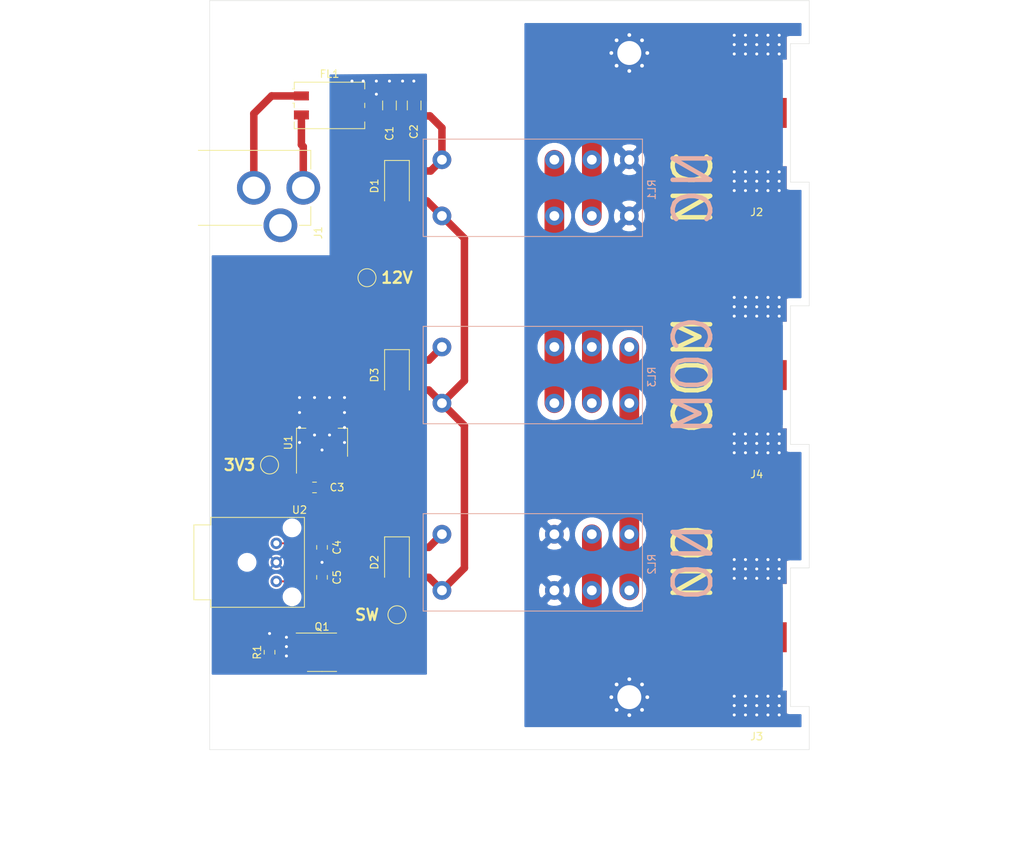
<source format=kicad_pcb>
(kicad_pcb (version 20171130) (host pcbnew "(5.1.6)-1")

  (general
    (thickness 1.6)
    (drawings 38)
    (tracks 139)
    (zones 0)
    (modules 27)
    (nets 15)
  )

  (page A4)
  (layers
    (0 F.Cu signal)
    (31 B.Cu signal)
    (32 B.Adhes user)
    (33 F.Adhes user)
    (34 B.Paste user)
    (35 F.Paste user)
    (36 B.SilkS user)
    (37 F.SilkS user)
    (38 B.Mask user)
    (39 F.Mask user)
    (40 Dwgs.User user)
    (41 Cmts.User user)
    (42 Eco1.User user)
    (43 Eco2.User user)
    (44 Edge.Cuts user)
    (45 Margin user)
    (46 B.CrtYd user)
    (47 F.CrtYd user)
    (48 B.Fab user)
    (49 F.Fab user hide)
  )

  (setup
    (last_trace_width 0.25)
    (user_trace_width 0.8)
    (user_trace_width 1)
    (user_trace_width 2.625)
    (trace_clearance 0.2)
    (zone_clearance 0.254)
    (zone_45_only no)
    (trace_min 0.2)
    (via_size 0.8)
    (via_drill 0.4)
    (via_min_size 0.4)
    (via_min_drill 0.3)
    (uvia_size 0.3)
    (uvia_drill 0.1)
    (uvias_allowed no)
    (uvia_min_size 0.2)
    (uvia_min_drill 0.1)
    (edge_width 0.05)
    (segment_width 0.2)
    (pcb_text_width 0.3)
    (pcb_text_size 1.5 1.5)
    (mod_edge_width 0.12)
    (mod_text_size 1 1)
    (mod_text_width 0.15)
    (pad_size 1.524 1.524)
    (pad_drill 0.762)
    (pad_to_mask_clearance 0.05)
    (aux_axis_origin 131 100)
    (visible_elements 7FFFFFFF)
    (pcbplotparams
      (layerselection 0x010fc_ffffffff)
      (usegerberextensions false)
      (usegerberattributes true)
      (usegerberadvancedattributes true)
      (creategerberjobfile true)
      (excludeedgelayer true)
      (linewidth 0.100000)
      (plotframeref false)
      (viasonmask false)
      (mode 1)
      (useauxorigin false)
      (hpglpennumber 1)
      (hpglpenspeed 20)
      (hpglpendiameter 15.000000)
      (psnegative false)
      (psa4output false)
      (plotreference true)
      (plotvalue true)
      (plotinvisibletext false)
      (padsonsilk false)
      (subtractmaskfromsilk false)
      (outputformat 1)
      (mirror false)
      (drillshape 1)
      (scaleselection 1)
      (outputdirectory ""))
  )

  (net 0 "")
  (net 1 "Net-(RL1-Pad2)")
  (net 2 GND)
  (net 3 "Net-(RL2-Pad4)")
  (net 4 "Net-(J2-Pad1)")
  (net 5 "Net-(J3-Pad1)")
  (net 6 +12V)
  (net 7 SW)
  (net 8 +3V3)
  (net 9 GNDD)
  (net 10 "Net-(J4-Pad1)")
  (net 11 "Net-(FL1-Pad2)")
  (net 12 "Net-(FL1-Pad1)")
  (net 13 "Net-(C5-Pad1)")
  (net 14 "Net-(J1-Pad3)")

  (net_class Default "This is the default net class."
    (clearance 0.2)
    (trace_width 0.25)
    (via_dia 0.8)
    (via_drill 0.4)
    (uvia_dia 0.3)
    (uvia_drill 0.1)
    (add_net +12V)
    (add_net +3V3)
    (add_net GND)
    (add_net GNDD)
    (add_net "Net-(C5-Pad1)")
    (add_net "Net-(FL1-Pad1)")
    (add_net "Net-(FL1-Pad2)")
    (add_net "Net-(J1-Pad3)")
    (add_net "Net-(J2-Pad1)")
    (add_net "Net-(J3-Pad1)")
    (add_net "Net-(J4-Pad1)")
    (add_net "Net-(RL1-Pad2)")
    (add_net "Net-(RL2-Pad4)")
    (add_net SW)
  )

  (net_class 50R ""
    (clearance 0.2)
    (trace_width 3.5)
    (via_dia 0.8)
    (via_drill 0.4)
    (uvia_dia 0.3)
    (uvia_drill 0.1)
  )

  (module MountingHole:MountingHole_3.2mm_M3_ISO14580 (layer F.Cu) (tedit 56D1B4CB) (tstamp 5F01ED96)
    (at 101 57)
    (descr "Mounting Hole 3.2mm, no annular, M3, ISO14580")
    (tags "mounting hole 3.2mm no annular m3 iso14580")
    (path /5F139009)
    (attr virtual)
    (fp_text reference H4 (at 0 -3.75) (layer F.SilkS) hide
      (effects (font (size 1 1) (thickness 0.15)))
    )
    (fp_text value MountingHole (at 0 3.75) (layer F.Fab)
      (effects (font (size 1 1) (thickness 0.15)))
    )
    (fp_text user %R (at 0.3 0) (layer F.Fab)
      (effects (font (size 1 1) (thickness 0.15)))
    )
    (fp_circle (center 0 0) (end 2.75 0) (layer Cmts.User) (width 0.15))
    (fp_circle (center 0 0) (end 3 0) (layer F.CrtYd) (width 0.05))
    (pad 1 np_thru_hole circle (at 0 0) (size 3.2 3.2) (drill 3.2) (layers *.Cu *.Mask))
  )

  (module MountingHole:MountingHole_3.2mm_M3_ISO14580 (layer F.Cu) (tedit 56D1B4CB) (tstamp 5F01EDAB)
    (at 100 143)
    (descr "Mounting Hole 3.2mm, no annular, M3, ISO14580")
    (tags "mounting hole 3.2mm no annular m3 iso14580")
    (path /5F1389BA)
    (attr virtual)
    (fp_text reference H3 (at 0 -3.75) (layer F.SilkS) hide
      (effects (font (size 1 1) (thickness 0.15)))
    )
    (fp_text value MountingHole (at 0 3.75) (layer F.Fab)
      (effects (font (size 1 1) (thickness 0.15)))
    )
    (fp_text user %R (at 0.3 0) (layer F.Fab)
      (effects (font (size 1 1) (thickness 0.15)))
    )
    (fp_circle (center 0 0) (end 2.75 0) (layer Cmts.User) (width 0.15))
    (fp_circle (center 0 0) (end 3 0) (layer F.CrtYd) (width 0.05))
    (pad 1 np_thru_hole circle (at 0 0) (size 3.2 3.2) (drill 3.2) (layers *.Cu *.Mask))
  )

  (module MountingHole:MountingHole_3.2mm_M3_Pad_Via (layer F.Cu) (tedit 56DDBCCA) (tstamp 5F01F667)
    (at 149 143)
    (descr "Mounting Hole 3.2mm, M3")
    (tags "mounting hole 3.2mm m3")
    (path /5F1237FB)
    (attr virtual)
    (fp_text reference H2 (at 0 -4.2) (layer F.SilkS) hide
      (effects (font (size 1 1) (thickness 0.15)))
    )
    (fp_text value MountingHole_Pad (at 0 4.2) (layer F.Fab)
      (effects (font (size 1 1) (thickness 0.15)))
    )
    (fp_text user %R (at 0.3 0) (layer F.Fab)
      (effects (font (size 1 1) (thickness 0.15)))
    )
    (fp_circle (center 0 0) (end 3.2 0) (layer Cmts.User) (width 0.15))
    (fp_circle (center 0 0) (end 3.45 0) (layer F.CrtYd) (width 0.05))
    (pad 1 thru_hole circle (at 1.697056 -1.697056) (size 0.8 0.8) (drill 0.5) (layers *.Cu *.Mask)
      (net 2 GND))
    (pad 1 thru_hole circle (at 0 -2.4) (size 0.8 0.8) (drill 0.5) (layers *.Cu *.Mask)
      (net 2 GND))
    (pad 1 thru_hole circle (at -1.697056 -1.697056) (size 0.8 0.8) (drill 0.5) (layers *.Cu *.Mask)
      (net 2 GND))
    (pad 1 thru_hole circle (at -2.4 0) (size 0.8 0.8) (drill 0.5) (layers *.Cu *.Mask)
      (net 2 GND))
    (pad 1 thru_hole circle (at -1.697056 1.697056) (size 0.8 0.8) (drill 0.5) (layers *.Cu *.Mask)
      (net 2 GND))
    (pad 1 thru_hole circle (at 0 2.4) (size 0.8 0.8) (drill 0.5) (layers *.Cu *.Mask)
      (net 2 GND))
    (pad 1 thru_hole circle (at 1.697056 1.697056) (size 0.8 0.8) (drill 0.5) (layers *.Cu *.Mask)
      (net 2 GND))
    (pad 1 thru_hole circle (at 2.4 0) (size 0.8 0.8) (drill 0.5) (layers *.Cu *.Mask)
      (net 2 GND))
    (pad 1 thru_hole circle (at 0 0) (size 6.4 6.4) (drill 3.2) (layers *.Cu *.Mask)
      (net 2 GND))
  )

  (module MountingHole:MountingHole_3.2mm_M3_Pad_Via (layer F.Cu) (tedit 56DDBCCA) (tstamp 5F01E219)
    (at 149 57)
    (descr "Mounting Hole 3.2mm, M3")
    (tags "mounting hole 3.2mm m3")
    (path /5F121AE7)
    (attr virtual)
    (fp_text reference H1 (at 0 -4.2) (layer F.SilkS) hide
      (effects (font (size 1 1) (thickness 0.15)))
    )
    (fp_text value MountingHole_Pad (at 0 4.2) (layer F.Fab)
      (effects (font (size 1 1) (thickness 0.15)))
    )
    (fp_text user %R (at 0.3 0) (layer F.Fab)
      (effects (font (size 1 1) (thickness 0.15)))
    )
    (fp_circle (center 0 0) (end 3.2 0) (layer Cmts.User) (width 0.15))
    (fp_circle (center 0 0) (end 3.45 0) (layer F.CrtYd) (width 0.05))
    (pad 1 thru_hole circle (at 1.697056 -1.697056) (size 0.8 0.8) (drill 0.5) (layers *.Cu *.Mask)
      (net 2 GND))
    (pad 1 thru_hole circle (at 0 -2.4) (size 0.8 0.8) (drill 0.5) (layers *.Cu *.Mask)
      (net 2 GND))
    (pad 1 thru_hole circle (at -1.697056 -1.697056) (size 0.8 0.8) (drill 0.5) (layers *.Cu *.Mask)
      (net 2 GND))
    (pad 1 thru_hole circle (at -2.4 0) (size 0.8 0.8) (drill 0.5) (layers *.Cu *.Mask)
      (net 2 GND))
    (pad 1 thru_hole circle (at -1.697056 1.697056) (size 0.8 0.8) (drill 0.5) (layers *.Cu *.Mask)
      (net 2 GND))
    (pad 1 thru_hole circle (at 0 2.4) (size 0.8 0.8) (drill 0.5) (layers *.Cu *.Mask)
      (net 2 GND))
    (pad 1 thru_hole circle (at 1.697056 1.697056) (size 0.8 0.8) (drill 0.5) (layers *.Cu *.Mask)
      (net 2 GND))
    (pad 1 thru_hole circle (at 2.4 0) (size 0.8 0.8) (drill 0.5) (layers *.Cu *.Mask)
      (net 2 GND))
    (pad 1 thru_hole circle (at 0 0) (size 6.4 6.4) (drill 3.2) (layers *.Cu *.Mask)
      (net 2 GND))
  )

  (module TestPoint:TestPoint_Pad_D2.0mm (layer F.Cu) (tedit 5A0F774F) (tstamp 5F01DA59)
    (at 118 132)
    (descr "SMD pad as test Point, diameter 2.0mm")
    (tags "test point SMD pad")
    (path /5F114CBA)
    (attr virtual)
    (fp_text reference TP3 (at 0 -1.998) (layer F.SilkS) hide
      (effects (font (size 1 1) (thickness 0.15)))
    )
    (fp_text value SW (at 0 2.05) (layer F.Fab)
      (effects (font (size 1 1) (thickness 0.15)))
    )
    (fp_text user %R (at 0 -2) (layer F.Fab)
      (effects (font (size 1 1) (thickness 0.15)))
    )
    (fp_circle (center 0 0) (end 1.5 0) (layer F.CrtYd) (width 0.05))
    (fp_circle (center 0 0) (end 0 1.2) (layer F.SilkS) (width 0.12))
    (pad 1 smd circle (at 0 0) (size 2 2) (layers F.Cu F.Mask)
      (net 7 SW))
  )

  (module TestPoint:TestPoint_Pad_D2.0mm (layer F.Cu) (tedit 5A0F774F) (tstamp 5F01DA51)
    (at 101 112)
    (descr "SMD pad as test Point, diameter 2.0mm")
    (tags "test point SMD pad")
    (path /5F10D44D)
    (attr virtual)
    (fp_text reference TP2 (at 0 -1.998) (layer F.SilkS) hide
      (effects (font (size 1 1) (thickness 0.15)))
    )
    (fp_text value 3V3 (at 0 2.05) (layer F.Fab)
      (effects (font (size 1 1) (thickness 0.15)))
    )
    (fp_text user %R (at 0 -2) (layer F.Fab)
      (effects (font (size 1 1) (thickness 0.15)))
    )
    (fp_circle (center 0 0) (end 1.5 0) (layer F.CrtYd) (width 0.05))
    (fp_circle (center 0 0) (end 0 1.2) (layer F.SilkS) (width 0.12))
    (pad 1 smd circle (at 0 0) (size 2 2) (layers F.Cu F.Mask)
      (net 8 +3V3))
  )

  (module TestPoint:TestPoint_Pad_D2.0mm (layer F.Cu) (tedit 5A0F774F) (tstamp 5F01DA49)
    (at 114 87)
    (descr "SMD pad as test Point, diameter 2.0mm")
    (tags "test point SMD pad")
    (path /5F1101D8)
    (attr virtual)
    (fp_text reference TP1 (at 0 -1.998) (layer F.SilkS) hide
      (effects (font (size 1 1) (thickness 0.15)))
    )
    (fp_text value 12V (at 0 2.05) (layer F.Fab)
      (effects (font (size 1 1) (thickness 0.15)))
    )
    (fp_text user %R (at 0 -2) (layer F.Fab)
      (effects (font (size 1 1) (thickness 0.15)))
    )
    (fp_circle (center 0 0) (end 1.5 0) (layer F.CrtYd) (width 0.05))
    (fp_circle (center 0 0) (end 0 1.2) (layer F.SilkS) (width 0.12))
    (pad 1 smd circle (at 0 0) (size 2 2) (layers F.Cu F.Mask)
      (net 6 +12V))
  )

  (module Package_TO_SOT_SMD:SOT-223-3_TabPin2 (layer F.Cu) (tedit 5A02FF57) (tstamp 5F01C812)
    (at 108 109 90)
    (descr "module CMS SOT223 4 pins")
    (tags "CMS SOT")
    (path /5F0F55C4)
    (attr smd)
    (fp_text reference U1 (at 0 -4.5 90) (layer F.SilkS)
      (effects (font (size 1 1) (thickness 0.15)))
    )
    (fp_text value MCP1804x-3002xDB (at 0 4.5 90) (layer F.Fab)
      (effects (font (size 1 1) (thickness 0.15)))
    )
    (fp_text user %R (at 0 0) (layer F.Fab)
      (effects (font (size 0.8 0.8) (thickness 0.12)))
    )
    (fp_line (start 1.91 3.41) (end 1.91 2.15) (layer F.SilkS) (width 0.12))
    (fp_line (start 1.91 -3.41) (end 1.91 -2.15) (layer F.SilkS) (width 0.12))
    (fp_line (start 4.4 -3.6) (end -4.4 -3.6) (layer F.CrtYd) (width 0.05))
    (fp_line (start 4.4 3.6) (end 4.4 -3.6) (layer F.CrtYd) (width 0.05))
    (fp_line (start -4.4 3.6) (end 4.4 3.6) (layer F.CrtYd) (width 0.05))
    (fp_line (start -4.4 -3.6) (end -4.4 3.6) (layer F.CrtYd) (width 0.05))
    (fp_line (start -1.85 -2.35) (end -0.85 -3.35) (layer F.Fab) (width 0.1))
    (fp_line (start -1.85 -2.35) (end -1.85 3.35) (layer F.Fab) (width 0.1))
    (fp_line (start -1.85 3.41) (end 1.91 3.41) (layer F.SilkS) (width 0.12))
    (fp_line (start -0.85 -3.35) (end 1.85 -3.35) (layer F.Fab) (width 0.1))
    (fp_line (start -4.1 -3.41) (end 1.91 -3.41) (layer F.SilkS) (width 0.12))
    (fp_line (start -1.85 3.35) (end 1.85 3.35) (layer F.Fab) (width 0.1))
    (fp_line (start 1.85 -3.35) (end 1.85 3.35) (layer F.Fab) (width 0.1))
    (pad 1 smd rect (at -3.15 -2.3 90) (size 2 1.5) (layers F.Cu F.Paste F.Mask)
      (net 8 +3V3))
    (pad 3 smd rect (at -3.15 2.3 90) (size 2 1.5) (layers F.Cu F.Paste F.Mask)
      (net 6 +12V))
    (pad 2 smd rect (at -3.15 0 90) (size 2 1.5) (layers F.Cu F.Paste F.Mask)
      (net 9 GNDD))
    (pad 2 smd rect (at 3.15 0 90) (size 2 3.8) (layers F.Cu F.Paste F.Mask)
      (net 9 GNDD))
    (model ${KISYS3DMOD}/Package_TO_SOT_SMD.3dshapes/SOT-223.wrl
      (at (xyz 0 0 0))
      (scale (xyz 1 1 1))
      (rotate (xyz 0 0 0))
    )
  )

  (module Capacitor_SMD:C_0805_2012Metric (layer F.Cu) (tedit 5B36C52B) (tstamp 5F01C463)
    (at 107 115)
    (descr "Capacitor SMD 0805 (2012 Metric), square (rectangular) end terminal, IPC_7351 nominal, (Body size source: https://docs.google.com/spreadsheets/d/1BsfQQcO9C6DZCsRaXUlFlo91Tg2WpOkGARC1WS5S8t0/edit?usp=sharing), generated with kicad-footprint-generator")
    (tags capacitor)
    (path /5F0F6E6C)
    (attr smd)
    (fp_text reference C3 (at 3 0) (layer F.SilkS)
      (effects (font (size 1 1) (thickness 0.15)))
    )
    (fp_text value 1u (at 0 1.65) (layer F.Fab)
      (effects (font (size 1 1) (thickness 0.15)))
    )
    (fp_text user %R (at 0 0) (layer F.Fab)
      (effects (font (size 0.5 0.5) (thickness 0.08)))
    )
    (fp_line (start -1 0.6) (end -1 -0.6) (layer F.Fab) (width 0.1))
    (fp_line (start -1 -0.6) (end 1 -0.6) (layer F.Fab) (width 0.1))
    (fp_line (start 1 -0.6) (end 1 0.6) (layer F.Fab) (width 0.1))
    (fp_line (start 1 0.6) (end -1 0.6) (layer F.Fab) (width 0.1))
    (fp_line (start -0.258578 -0.71) (end 0.258578 -0.71) (layer F.SilkS) (width 0.12))
    (fp_line (start -0.258578 0.71) (end 0.258578 0.71) (layer F.SilkS) (width 0.12))
    (fp_line (start -1.68 0.95) (end -1.68 -0.95) (layer F.CrtYd) (width 0.05))
    (fp_line (start -1.68 -0.95) (end 1.68 -0.95) (layer F.CrtYd) (width 0.05))
    (fp_line (start 1.68 -0.95) (end 1.68 0.95) (layer F.CrtYd) (width 0.05))
    (fp_line (start 1.68 0.95) (end -1.68 0.95) (layer F.CrtYd) (width 0.05))
    (pad 2 smd roundrect (at 0.9375 0) (size 0.975 1.4) (layers F.Cu F.Paste F.Mask) (roundrect_rratio 0.25)
      (net 9 GNDD))
    (pad 1 smd roundrect (at -0.9375 0) (size 0.975 1.4) (layers F.Cu F.Paste F.Mask) (roundrect_rratio 0.25)
      (net 8 +3V3))
    (model ${KISYS3DMOD}/Capacitor_SMD.3dshapes/C_0805_2012Metric.wrl
      (at (xyz 0 0 0))
      (scale (xyz 1 1 1))
      (rotate (xyz 0 0 0))
    )
  )

  (module Capacitor_SMD:C_1206_3216Metric (layer F.Cu) (tedit 5B301BBE) (tstamp 5F01A8C1)
    (at 120.29 64 90)
    (descr "Capacitor SMD 1206 (3216 Metric), square (rectangular) end terminal, IPC_7351 nominal, (Body size source: http://www.tortai-tech.com/upload/download/2011102023233369053.pdf), generated with kicad-footprint-generator")
    (tags capacitor)
    (path /5F0D8E82)
    (attr smd)
    (fp_text reference C2 (at -3.5 -0.04 90) (layer F.SilkS)
      (effects (font (size 1 1) (thickness 0.15)))
    )
    (fp_text value 10u (at 0 1.82 90) (layer F.Fab)
      (effects (font (size 1 1) (thickness 0.15)))
    )
    (fp_text user %R (at 0 0 90) (layer F.Fab)
      (effects (font (size 0.8 0.8) (thickness 0.12)))
    )
    (fp_line (start -1.6 0.8) (end -1.6 -0.8) (layer F.Fab) (width 0.1))
    (fp_line (start -1.6 -0.8) (end 1.6 -0.8) (layer F.Fab) (width 0.1))
    (fp_line (start 1.6 -0.8) (end 1.6 0.8) (layer F.Fab) (width 0.1))
    (fp_line (start 1.6 0.8) (end -1.6 0.8) (layer F.Fab) (width 0.1))
    (fp_line (start -0.602064 -0.91) (end 0.602064 -0.91) (layer F.SilkS) (width 0.12))
    (fp_line (start -0.602064 0.91) (end 0.602064 0.91) (layer F.SilkS) (width 0.12))
    (fp_line (start -2.28 1.12) (end -2.28 -1.12) (layer F.CrtYd) (width 0.05))
    (fp_line (start -2.28 -1.12) (end 2.28 -1.12) (layer F.CrtYd) (width 0.05))
    (fp_line (start 2.28 -1.12) (end 2.28 1.12) (layer F.CrtYd) (width 0.05))
    (fp_line (start 2.28 1.12) (end -2.28 1.12) (layer F.CrtYd) (width 0.05))
    (pad 2 smd roundrect (at 1.4 0 90) (size 1.25 1.75) (layers F.Cu F.Paste F.Mask) (roundrect_rratio 0.2)
      (net 9 GNDD))
    (pad 1 smd roundrect (at -1.4 0 90) (size 1.25 1.75) (layers F.Cu F.Paste F.Mask) (roundrect_rratio 0.2)
      (net 6 +12V))
    (model ${KISYS3DMOD}/Capacitor_SMD.3dshapes/C_1206_3216Metric.wrl
      (at (xyz 0 0 0))
      (scale (xyz 1 1 1))
      (rotate (xyz 0 0 0))
    )
  )

  (module Capacitor_SMD:C_1206_3216Metric (layer F.Cu) (tedit 5B301BBE) (tstamp 5F01A8B0)
    (at 117 64 90)
    (descr "Capacitor SMD 1206 (3216 Metric), square (rectangular) end terminal, IPC_7351 nominal, (Body size source: http://www.tortai-tech.com/upload/download/2011102023233369053.pdf), generated with kicad-footprint-generator")
    (tags capacitor)
    (path /5F0D860E)
    (attr smd)
    (fp_text reference C1 (at -3.75 0 90) (layer F.SilkS)
      (effects (font (size 1 1) (thickness 0.15)))
    )
    (fp_text value 10u (at 0 1.82 90) (layer F.Fab)
      (effects (font (size 1 1) (thickness 0.15)))
    )
    (fp_text user %R (at 0 0 90) (layer F.Fab)
      (effects (font (size 0.8 0.8) (thickness 0.12)))
    )
    (fp_line (start -1.6 0.8) (end -1.6 -0.8) (layer F.Fab) (width 0.1))
    (fp_line (start -1.6 -0.8) (end 1.6 -0.8) (layer F.Fab) (width 0.1))
    (fp_line (start 1.6 -0.8) (end 1.6 0.8) (layer F.Fab) (width 0.1))
    (fp_line (start 1.6 0.8) (end -1.6 0.8) (layer F.Fab) (width 0.1))
    (fp_line (start -0.602064 -0.91) (end 0.602064 -0.91) (layer F.SilkS) (width 0.12))
    (fp_line (start -0.602064 0.91) (end 0.602064 0.91) (layer F.SilkS) (width 0.12))
    (fp_line (start -2.28 1.12) (end -2.28 -1.12) (layer F.CrtYd) (width 0.05))
    (fp_line (start -2.28 -1.12) (end 2.28 -1.12) (layer F.CrtYd) (width 0.05))
    (fp_line (start 2.28 -1.12) (end 2.28 1.12) (layer F.CrtYd) (width 0.05))
    (fp_line (start 2.28 1.12) (end -2.28 1.12) (layer F.CrtYd) (width 0.05))
    (pad 2 smd roundrect (at 1.4 0 90) (size 1.25 1.75) (layers F.Cu F.Paste F.Mask) (roundrect_rratio 0.2)
      (net 9 GNDD))
    (pad 1 smd roundrect (at -1.4 0 90) (size 1.25 1.75) (layers F.Cu F.Paste F.Mask) (roundrect_rratio 0.2)
      (net 6 +12V))
    (model ${KISYS3DMOD}/Capacitor_SMD.3dshapes/C_1206_3216Metric.wrl
      (at (xyz 0 0 0))
      (scale (xyz 1 1 1))
      (rotate (xyz 0 0 0))
    )
  )

  (module Inductor_SMD:L_CommonMode_Wuerth_WE-SL2 (layer F.Cu) (tedit 59912C1F) (tstamp 5F016582)
    (at 109 64)
    (descr http://katalog.we-online.de/en/pbs/WE-SL2?sid=5fbec16187#vs_t1:c1_ct:1)
    (tags "Wuerth WE-SL2")
    (path /5F0B9817)
    (attr smd)
    (fp_text reference FL1 (at 0 -4.2) (layer F.SilkS)
      (effects (font (size 1 1) (thickness 0.15)))
    )
    (fp_text value 1636277 (at 0.4 4.2) (layer F.Fab)
      (effects (font (size 1 1) (thickness 0.15)))
    )
    (fp_text user %R (at -0.02 0) (layer F.Fab)
      (effects (font (size 1 1) (thickness 0.15)))
    )
    (fp_line (start 4.7 -0.3) (end 4.7 0.3) (layer F.SilkS) (width 0.12))
    (fp_line (start -4.9 -0.3) (end -4.7 -0.3) (layer F.SilkS) (width 0.12))
    (fp_line (start -4.7 -0.3) (end -4.7 0.3) (layer F.SilkS) (width 0.12))
    (fp_line (start -4.7 -2.2) (end -4.9 -2.2) (layer F.SilkS) (width 0.12))
    (fp_line (start -4.9 -2.2) (end -4.8 -2.2) (layer F.SilkS) (width 0.12))
    (fp_line (start -4.6 -2.2) (end -3.8 -3) (layer F.Fab) (width 0.1))
    (fp_line (start -4.6 -2) (end -4.6 -2.9) (layer F.Fab) (width 0.1))
    (fp_line (start -4.6 -2.9) (end -4.5 -3) (layer F.Fab) (width 0.1))
    (fp_line (start -4.5 -3) (end -3.6 -3) (layer F.Fab) (width 0.1))
    (fp_line (start -4.6 -2) (end -4.6 3) (layer F.Fab) (width 0.1))
    (fp_line (start -3.6 -3) (end 4.6 -3) (layer F.Fab) (width 0.1))
    (fp_line (start -4.7 -3.1) (end 4.7 -3.1) (layer F.SilkS) (width 0.12))
    (fp_line (start -4.7 -3.1) (end -4.7 -2.2) (layer F.SilkS) (width 0.12))
    (fp_line (start 4.6 -3) (end 4.6 3) (layer F.Fab) (width 0.1))
    (fp_line (start 4.7 -3.1) (end 4.7 -2.2) (layer F.SilkS) (width 0.12))
    (fp_line (start -4.7 3.1) (end -4.7 2.2) (layer F.SilkS) (width 0.12))
    (fp_line (start 4.7 3.1) (end 4.7 2.2) (layer F.SilkS) (width 0.12))
    (fp_line (start 4.7 3.1) (end -4.7 3.1) (layer F.SilkS) (width 0.12))
    (fp_line (start 5 -3.25) (end 5 3.25) (layer F.CrtYd) (width 0.05))
    (fp_line (start 5 3.25) (end -5 3.25) (layer F.CrtYd) (width 0.05))
    (fp_line (start -5 3.25) (end -5 -3.25) (layer F.CrtYd) (width 0.05))
    (fp_line (start -5 -3.25) (end 5 -3.25) (layer F.CrtYd) (width 0.05))
    (fp_line (start 4.6 3) (end -4.6 3) (layer F.Fab) (width 0.1))
    (fp_circle (center 0 0) (end 0.5 0) (layer F.Adhes) (width 1))
    (pad 4 smd rect (at 3.75 -1.27) (size 2 1.2) (layers F.Cu F.Paste F.Mask)
      (net 9 GNDD))
    (pad 3 smd rect (at 3.75 1.27) (size 2 1.2) (layers F.Cu F.Paste F.Mask)
      (net 6 +12V))
    (pad 2 smd rect (at -3.75 1.27) (size 2 1.2) (layers F.Cu F.Paste F.Mask)
      (net 11 "Net-(FL1-Pad2)"))
    (pad 1 smd rect (at -3.75 -1.27) (size 2 1.2) (layers F.Cu F.Paste F.Mask)
      (net 12 "Net-(FL1-Pad1)"))
    (model ${KISYS3DMOD}/Inductor_SMD.3dshapes/L_CommonMode_Wuerth_WE-SL2.wrl
      (at (xyz 0 0 0))
      (scale (xyz 1 1 1))
      (rotate (xyz 0 0 0))
    )
  )

  (module Connector_WUT:Barrel-Jack_Cliff_FC681478_TH (layer F.Cu) (tedit 5D6A5B36) (tstamp 5F013D39)
    (at 91 75 270)
    (path /5F09ED26)
    (fp_text reference J1 (at 6 -16.5 90) (layer F.SilkS)
      (effects (font (size 1 1) (thickness 0.15)))
    )
    (fp_text value Barrel_Jack_Switch (at 0 -0.5 90) (layer F.Fab) hide
      (effects (font (size 1 1) (thickness 0.15)))
    )
    (fp_line (start -4.5 -15.2) (end -4.5 0) (layer F.Fab) (width 0.12))
    (fp_line (start -4.5 0) (end 4.5 0) (layer F.Fab) (width 0.12))
    (fp_line (start 4.5 0) (end 4.5 -15.2) (layer F.Fab) (width 0.12))
    (fp_line (start 4.5 -15.2) (end -4.5 -15.2) (layer F.Fab) (width 0.12))
    (fp_line (start -5 -15.5) (end -5 -0.5) (layer F.SilkS) (width 0.12))
    (fp_line (start -5 -15.5) (end -2.5 -15.5) (layer F.SilkS) (width 0.12))
    (fp_line (start 2.5 -15.5) (end 5 -15.5) (layer F.SilkS) (width 0.12))
    (fp_line (start 5 -15.5) (end 5 -14) (layer F.SilkS) (width 0.12))
    (fp_line (start 5 -9) (end 5 -0.5) (layer F.SilkS) (width 0.12))
    (fp_line (start -6 0) (end 8 0) (layer F.CrtYd) (width 0.12))
    (fp_line (start 8 0) (end 8 -17.5) (layer F.CrtYd) (width 0.12))
    (fp_line (start 8 -17.5) (end -6 -17.5) (layer F.CrtYd) (width 0.12))
    (fp_line (start -6 -17.5) (end -6 0) (layer F.CrtYd) (width 0.12))
    (pad 3 thru_hole circle (at 5 -11.45 270) (size 4.5 4.5) (drill 3) (layers *.Cu *.Mask)
      (net 14 "Net-(J1-Pad3)"))
    (pad 1 thru_hole circle (at 0 -14.5 270) (size 4.5 4.5) (drill 3) (layers *.Cu *.Mask)
      (net 11 "Net-(FL1-Pad2)"))
    (pad 2 thru_hole circle (at 0 -7.9 270) (size 4.5 4.5) (drill 3) (layers *.Cu *.Mask)
      (net 12 "Net-(FL1-Pad1)"))
    (pad "" np_thru_hole circle (at 0 -4.1 270) (size 2.3 2.3) (drill 2.3) (layers *.Cu *.Mask))
  )

  (module Opto_WUT:TOSLINK_Cliff_ORJ-5 (layer F.Cu) (tedit 5F010447) (tstamp 5F012AB4)
    (at 101.9 125 90)
    (path /5F05C25A)
    (fp_text reference U2 (at 7 3.1 180) (layer F.SilkS)
      (effects (font (size 1 1) (thickness 0.15)))
    )
    (fp_text value ORJ-5 (at 0 -1.5 90) (layer F.Fab)
      (effects (font (size 1 1) (thickness 0.15)))
    )
    (fp_line (start -4.75 -10.8) (end 4.75 -10.8) (layer F.Fab) (width 0.12))
    (fp_line (start 4.75 -10.8) (end 4.75 -8.5) (layer F.Fab) (width 0.12))
    (fp_line (start -4.75 -8.5) (end -4.75 -10.8) (layer F.Fab) (width 0.12))
    (fp_line (start -5.75 3.25) (end -5.75 3.5) (layer F.Fab) (width 0.12))
    (fp_line (start -5.75 3.5) (end 5.75 3.5) (layer F.Fab) (width 0.12))
    (fp_line (start -5.75 -8.5) (end -5.75 3.25) (layer F.Fab) (width 0.12))
    (fp_line (start 5.75 -8.5) (end 5.75 3.5) (layer F.Fab) (width 0.12))
    (fp_line (start -5.75 -8.5) (end 5.75 -8.5) (layer F.Fab) (width 0.12))
    (fp_line (start -6 3.75) (end 6 3.75) (layer F.SilkS) (width 0.12))
    (fp_line (start 6 3.75) (end 6 -8.75) (layer F.SilkS) (width 0.12))
    (fp_line (start 6 -8.75) (end 5 -8.75) (layer F.SilkS) (width 0.12))
    (fp_line (start -5 -8.75) (end -6 -8.75) (layer F.SilkS) (width 0.12))
    (fp_line (start -6 -8.75) (end -6 3.75) (layer F.SilkS) (width 0.12))
    (fp_line (start -5 -8.75) (end -5 -11) (layer F.SilkS) (width 0.12))
    (fp_line (start -5 -11) (end 5 -11) (layer F.SilkS) (width 0.12))
    (fp_line (start 5 -11) (end 5 -8.75) (layer F.SilkS) (width 0.12))
    (fp_line (start -6.25 4) (end 6.25 4) (layer F.CrtYd) (width 0.12))
    (fp_line (start 6.25 4) (end 6.25 -9) (layer F.CrtYd) (width 0.12))
    (fp_line (start 6.25 -9) (end 6.25 -11.25) (layer F.CrtYd) (width 0.12))
    (fp_line (start 6.25 -11.25) (end -6.25 -11.25) (layer F.CrtYd) (width 0.12))
    (fp_line (start -6.25 -11.25) (end -6.25 4) (layer F.CrtYd) (width 0.12))
    (pad "" np_thru_hole circle (at 0 -3.9 270) (size 2 2) (drill 2) (layers *.Cu *.Mask))
    (pad "" np_thru_hole circle (at -4.6 2.1 270) (size 2 2) (drill 2) (layers *.Cu *.Mask))
    (pad "" np_thru_hole circle (at 4.6 2.1 270) (size 2 2) (drill 2) (layers *.Cu *.Mask))
    (pad 1 thru_hole circle (at -2.54 0 270) (size 1.524 1.524) (drill 0.8) (layers *.Cu *.Mask)
      (net 13 "Net-(C5-Pad1)"))
    (pad 2 thru_hole circle (at 0 0 270) (size 1.524 1.524) (drill 0.8) (layers *.Cu *.Mask)
      (net 9 GNDD))
    (pad 3 thru_hole circle (at 2.54 0 270) (size 1.524 1.524) (drill 0.8) (layers *.Cu *.Mask)
      (net 8 +3V3))
    (model ${WUT_LIBRARIES}/Opto_WUT.3dshapes/TOSLINK_Cliff_ORJ-5.step
      (offset (xyz 0 8.5 0))
      (scale (xyz 1 1 1))
      (rotate (xyz -90 0 180))
    )
  )

  (module Resistor_SMD:R_0805_2012Metric (layer F.Cu) (tedit 5B36C52B) (tstamp 5F010CB1)
    (at 101 137 90)
    (descr "Resistor SMD 0805 (2012 Metric), square (rectangular) end terminal, IPC_7351 nominal, (Body size source: https://docs.google.com/spreadsheets/d/1BsfQQcO9C6DZCsRaXUlFlo91Tg2WpOkGARC1WS5S8t0/edit?usp=sharing), generated with kicad-footprint-generator")
    (tags resistor)
    (path /5F06EA0A)
    (attr smd)
    (fp_text reference R1 (at 0 -1.65 90) (layer F.SilkS)
      (effects (font (size 1 1) (thickness 0.15)))
    )
    (fp_text value 47k (at 0 1.65 90) (layer F.Fab)
      (effects (font (size 1 1) (thickness 0.15)))
    )
    (fp_text user %R (at 0 0 90) (layer F.Fab)
      (effects (font (size 0.5 0.5) (thickness 0.08)))
    )
    (fp_line (start -1 0.6) (end -1 -0.6) (layer F.Fab) (width 0.1))
    (fp_line (start -1 -0.6) (end 1 -0.6) (layer F.Fab) (width 0.1))
    (fp_line (start 1 -0.6) (end 1 0.6) (layer F.Fab) (width 0.1))
    (fp_line (start 1 0.6) (end -1 0.6) (layer F.Fab) (width 0.1))
    (fp_line (start -0.258578 -0.71) (end 0.258578 -0.71) (layer F.SilkS) (width 0.12))
    (fp_line (start -0.258578 0.71) (end 0.258578 0.71) (layer F.SilkS) (width 0.12))
    (fp_line (start -1.68 0.95) (end -1.68 -0.95) (layer F.CrtYd) (width 0.05))
    (fp_line (start -1.68 -0.95) (end 1.68 -0.95) (layer F.CrtYd) (width 0.05))
    (fp_line (start 1.68 -0.95) (end 1.68 0.95) (layer F.CrtYd) (width 0.05))
    (fp_line (start 1.68 0.95) (end -1.68 0.95) (layer F.CrtYd) (width 0.05))
    (pad 2 smd roundrect (at 0.9375 0 90) (size 0.975 1.4) (layers F.Cu F.Paste F.Mask) (roundrect_rratio 0.25)
      (net 9 GNDD))
    (pad 1 smd roundrect (at -0.9375 0 90) (size 0.975 1.4) (layers F.Cu F.Paste F.Mask) (roundrect_rratio 0.25)
      (net 13 "Net-(C5-Pad1)"))
    (model ${KISYS3DMOD}/Resistor_SMD.3dshapes/R_0805_2012Metric.wrl
      (at (xyz 0 0 0))
      (scale (xyz 1 1 1))
      (rotate (xyz 0 0 0))
    )
  )

  (module Package_SO:SOIC-8_3.9x4.9mm_P1.27mm (layer F.Cu) (tedit 5D9F72B1) (tstamp 5F010CA0)
    (at 108 137)
    (descr "SOIC, 8 Pin (JEDEC MS-012AA, https://www.analog.com/media/en/package-pcb-resources/package/pkg_pdf/soic_narrow-r/r_8.pdf), generated with kicad-footprint-generator ipc_gullwing_generator.py")
    (tags "SOIC SO")
    (path /5F077BFD)
    (attr smd)
    (fp_text reference Q1 (at 0 -3.4) (layer F.SilkS)
      (effects (font (size 1 1) (thickness 0.15)))
    )
    (fp_text value IRF8721PBF-1 (at 0 3.4) (layer F.Fab)
      (effects (font (size 1 1) (thickness 0.15)))
    )
    (fp_text user %R (at 0 0) (layer F.Fab)
      (effects (font (size 0.98 0.98) (thickness 0.15)))
    )
    (fp_line (start 0 2.56) (end 1.95 2.56) (layer F.SilkS) (width 0.12))
    (fp_line (start 0 2.56) (end -1.95 2.56) (layer F.SilkS) (width 0.12))
    (fp_line (start 0 -2.56) (end 1.95 -2.56) (layer F.SilkS) (width 0.12))
    (fp_line (start 0 -2.56) (end -3.45 -2.56) (layer F.SilkS) (width 0.12))
    (fp_line (start -0.975 -2.45) (end 1.95 -2.45) (layer F.Fab) (width 0.1))
    (fp_line (start 1.95 -2.45) (end 1.95 2.45) (layer F.Fab) (width 0.1))
    (fp_line (start 1.95 2.45) (end -1.95 2.45) (layer F.Fab) (width 0.1))
    (fp_line (start -1.95 2.45) (end -1.95 -1.475) (layer F.Fab) (width 0.1))
    (fp_line (start -1.95 -1.475) (end -0.975 -2.45) (layer F.Fab) (width 0.1))
    (fp_line (start -3.7 -2.7) (end -3.7 2.7) (layer F.CrtYd) (width 0.05))
    (fp_line (start -3.7 2.7) (end 3.7 2.7) (layer F.CrtYd) (width 0.05))
    (fp_line (start 3.7 2.7) (end 3.7 -2.7) (layer F.CrtYd) (width 0.05))
    (fp_line (start 3.7 -2.7) (end -3.7 -2.7) (layer F.CrtYd) (width 0.05))
    (pad 8 smd roundrect (at 2.475 -1.905) (size 1.95 0.6) (layers F.Cu F.Paste F.Mask) (roundrect_rratio 0.25)
      (net 7 SW))
    (pad 7 smd roundrect (at 2.475 -0.635) (size 1.95 0.6) (layers F.Cu F.Paste F.Mask) (roundrect_rratio 0.25)
      (net 7 SW))
    (pad 6 smd roundrect (at 2.475 0.635) (size 1.95 0.6) (layers F.Cu F.Paste F.Mask) (roundrect_rratio 0.25)
      (net 7 SW))
    (pad 5 smd roundrect (at 2.475 1.905) (size 1.95 0.6) (layers F.Cu F.Paste F.Mask) (roundrect_rratio 0.25)
      (net 7 SW))
    (pad 4 smd roundrect (at -2.475 1.905) (size 1.95 0.6) (layers F.Cu F.Paste F.Mask) (roundrect_rratio 0.25)
      (net 13 "Net-(C5-Pad1)"))
    (pad 3 smd roundrect (at -2.475 0.635) (size 1.95 0.6) (layers F.Cu F.Paste F.Mask) (roundrect_rratio 0.25)
      (net 9 GNDD))
    (pad 2 smd roundrect (at -2.475 -0.635) (size 1.95 0.6) (layers F.Cu F.Paste F.Mask) (roundrect_rratio 0.25)
      (net 9 GNDD))
    (pad 1 smd roundrect (at -2.475 -1.905) (size 1.95 0.6) (layers F.Cu F.Paste F.Mask) (roundrect_rratio 0.25)
      (net 9 GNDD))
    (model ${KISYS3DMOD}/Package_SO.3dshapes/SOIC-8_3.9x4.9mm_P1.27mm.wrl
      (at (xyz 0 0 0))
      (scale (xyz 1 1 1))
      (rotate (xyz 0 0 0))
    )
  )

  (module Capacitor_SMD:C_0805_2012Metric (layer F.Cu) (tedit 5B36C52B) (tstamp 5F010BC3)
    (at 108 127 90)
    (descr "Capacitor SMD 0805 (2012 Metric), square (rectangular) end terminal, IPC_7351 nominal, (Body size source: https://docs.google.com/spreadsheets/d/1BsfQQcO9C6DZCsRaXUlFlo91Tg2WpOkGARC1WS5S8t0/edit?usp=sharing), generated with kicad-footprint-generator")
    (tags capacitor)
    (path /5F0608ED)
    (attr smd)
    (fp_text reference C5 (at 0 2 90) (layer F.SilkS)
      (effects (font (size 1 1) (thickness 0.15)))
    )
    (fp_text value 30p (at 0 1.65 90) (layer F.Fab)
      (effects (font (size 1 1) (thickness 0.15)))
    )
    (fp_text user %R (at 0 0 90) (layer F.Fab)
      (effects (font (size 0.5 0.5) (thickness 0.08)))
    )
    (fp_line (start -1 0.6) (end -1 -0.6) (layer F.Fab) (width 0.1))
    (fp_line (start -1 -0.6) (end 1 -0.6) (layer F.Fab) (width 0.1))
    (fp_line (start 1 -0.6) (end 1 0.6) (layer F.Fab) (width 0.1))
    (fp_line (start 1 0.6) (end -1 0.6) (layer F.Fab) (width 0.1))
    (fp_line (start -0.258578 -0.71) (end 0.258578 -0.71) (layer F.SilkS) (width 0.12))
    (fp_line (start -0.258578 0.71) (end 0.258578 0.71) (layer F.SilkS) (width 0.12))
    (fp_line (start -1.68 0.95) (end -1.68 -0.95) (layer F.CrtYd) (width 0.05))
    (fp_line (start -1.68 -0.95) (end 1.68 -0.95) (layer F.CrtYd) (width 0.05))
    (fp_line (start 1.68 -0.95) (end 1.68 0.95) (layer F.CrtYd) (width 0.05))
    (fp_line (start 1.68 0.95) (end -1.68 0.95) (layer F.CrtYd) (width 0.05))
    (pad 2 smd roundrect (at 0.9375 0 90) (size 0.975 1.4) (layers F.Cu F.Paste F.Mask) (roundrect_rratio 0.25)
      (net 9 GNDD))
    (pad 1 smd roundrect (at -0.9375 0 90) (size 0.975 1.4) (layers F.Cu F.Paste F.Mask) (roundrect_rratio 0.25)
      (net 13 "Net-(C5-Pad1)"))
    (model ${KISYS3DMOD}/Capacitor_SMD.3dshapes/C_0805_2012Metric.wrl
      (at (xyz 0 0 0))
      (scale (xyz 1 1 1))
      (rotate (xyz 0 0 0))
    )
  )

  (module Capacitor_SMD:C_0805_2012Metric (layer F.Cu) (tedit 5B36C52B) (tstamp 5F010BB2)
    (at 108 123 270)
    (descr "Capacitor SMD 0805 (2012 Metric), square (rectangular) end terminal, IPC_7351 nominal, (Body size source: https://docs.google.com/spreadsheets/d/1BsfQQcO9C6DZCsRaXUlFlo91Tg2WpOkGARC1WS5S8t0/edit?usp=sharing), generated with kicad-footprint-generator")
    (tags capacitor)
    (path /5F062836)
    (attr smd)
    (fp_text reference C4 (at 0 -2 90) (layer F.SilkS)
      (effects (font (size 1 1) (thickness 0.15)))
    )
    (fp_text value 100n (at 0 1.65 90) (layer F.Fab)
      (effects (font (size 1 1) (thickness 0.15)))
    )
    (fp_text user %R (at 0 0 90) (layer F.Fab)
      (effects (font (size 0.5 0.5) (thickness 0.08)))
    )
    (fp_line (start -1 0.6) (end -1 -0.6) (layer F.Fab) (width 0.1))
    (fp_line (start -1 -0.6) (end 1 -0.6) (layer F.Fab) (width 0.1))
    (fp_line (start 1 -0.6) (end 1 0.6) (layer F.Fab) (width 0.1))
    (fp_line (start 1 0.6) (end -1 0.6) (layer F.Fab) (width 0.1))
    (fp_line (start -0.258578 -0.71) (end 0.258578 -0.71) (layer F.SilkS) (width 0.12))
    (fp_line (start -0.258578 0.71) (end 0.258578 0.71) (layer F.SilkS) (width 0.12))
    (fp_line (start -1.68 0.95) (end -1.68 -0.95) (layer F.CrtYd) (width 0.05))
    (fp_line (start -1.68 -0.95) (end 1.68 -0.95) (layer F.CrtYd) (width 0.05))
    (fp_line (start 1.68 -0.95) (end 1.68 0.95) (layer F.CrtYd) (width 0.05))
    (fp_line (start 1.68 0.95) (end -1.68 0.95) (layer F.CrtYd) (width 0.05))
    (pad 2 smd roundrect (at 0.9375 0 270) (size 0.975 1.4) (layers F.Cu F.Paste F.Mask) (roundrect_rratio 0.25)
      (net 9 GNDD))
    (pad 1 smd roundrect (at -0.9375 0 270) (size 0.975 1.4) (layers F.Cu F.Paste F.Mask) (roundrect_rratio 0.25)
      (net 8 +3V3))
    (model ${KISYS3DMOD}/Capacitor_SMD.3dshapes/C_0805_2012Metric.wrl
      (at (xyz 0 0 0))
      (scale (xyz 1 1 1))
      (rotate (xyz 0 0 0))
    )
  )

  (module Relay_WUT:Omron_G2RL-1-E (layer B.Cu) (tedit 5F0104BA) (tstamp 5EF1A7D6)
    (at 139 125)
    (path /5EF155BB)
    (fp_text reference RL2 (at 13 0.25 -90) (layer B.SilkS)
      (effects (font (size 1 1) (thickness 0.15)) (justify mirror))
    )
    (fp_text value Omron_G2RL-1-E (at 0 0.25) (layer B.Fab)
      (effects (font (size 1 1) (thickness 0.15)) (justify mirror))
    )
    (fp_line (start -17.5 -6.5) (end 11.75 -6.5) (layer B.SilkS) (width 0.12))
    (fp_line (start -17.5 6.25) (end -17.5 6.5) (layer B.SilkS) (width 0.12))
    (fp_line (start -17.5 -6.5) (end -17.5 6.25) (layer B.SilkS) (width 0.12))
    (fp_line (start 11.75 6.5) (end 11.75 -6.5) (layer B.SilkS) (width 0.12))
    (fp_line (start -17.5 6.5) (end 11.75 6.5) (layer B.SilkS) (width 0.12))
    (fp_line (start -17.3 -6.25) (end -17.3 6.25) (layer B.Fab) (width 0.12))
    (fp_line (start 11.5 -6.25) (end -17.3 -6.25) (layer B.Fab) (width 0.12))
    (fp_line (start 11.5 6.25) (end 11.5 -6.25) (layer B.Fab) (width 0.12))
    (fp_line (start -17.3 6.25) (end 11.5 6.25) (layer B.Fab) (width 0.12))
    (pad 6 thru_hole circle (at 5 3.75) (size 2.5 2.5) (drill 1.3) (layers *.Cu *.Mask)
      (net 5 "Net-(J3-Pad1)"))
    (pad 7 thru_hole circle (at 0 3.75) (size 2.5 2.5) (drill 1.3) (layers *.Cu *.Mask)
      (net 2 GND))
    (pad 5 thru_hole circle (at 10 3.75) (size 2.5 2.5) (drill 1.3) (layers *.Cu *.Mask)
      (net 3 "Net-(RL2-Pad4)"))
    (pad 8 thru_hole circle (at -15 3.75) (size 2.5 2.5) (drill 1.3) (layers *.Cu *.Mask)
      (net 7 SW))
    (pad 4 thru_hole circle (at 10 -3.75) (size 2.5 2.5) (drill 1.3) (layers *.Cu *.Mask)
      (net 3 "Net-(RL2-Pad4)"))
    (pad 3 thru_hole circle (at 5 -3.75) (size 2.5 2.5) (drill 1.3) (layers *.Cu *.Mask)
      (net 5 "Net-(J3-Pad1)"))
    (pad 2 thru_hole circle (at 0 -3.75) (size 2.5 2.5) (drill 1.3) (layers *.Cu *.Mask)
      (net 2 GND))
    (pad 1 thru_hole circle (at -15 -3.75) (size 2.5 2.5) (drill 1.3) (layers *.Cu *.Mask)
      (net 6 +12V))
    (model ${WUT_LIBRARIES}/Relay_WUT.3dshapes/Omron_G2RL-1-E.step
      (at (xyz 0 0 0))
      (scale (xyz 1 1 1))
      (rotate (xyz -90 0 0))
    )
  )

  (module Diode_SMD:D_SMA (layer F.Cu) (tedit 586432E5) (tstamp 5F00F46F)
    (at 118 100 270)
    (descr "Diode SMA (DO-214AC)")
    (tags "Diode SMA (DO-214AC)")
    (path /5F01EFDF)
    (attr smd)
    (fp_text reference D3 (at 0 3 90) (layer F.SilkS)
      (effects (font (size 1 1) (thickness 0.15)))
    )
    (fp_text value S1J-13-F (at 0 2.6 90) (layer F.Fab)
      (effects (font (size 1 1) (thickness 0.15)))
    )
    (fp_text user %R (at 0 -2.5 90) (layer F.Fab)
      (effects (font (size 1 1) (thickness 0.15)))
    )
    (fp_line (start -3.4 -1.65) (end -3.4 1.65) (layer F.SilkS) (width 0.12))
    (fp_line (start 2.3 1.5) (end -2.3 1.5) (layer F.Fab) (width 0.1))
    (fp_line (start -2.3 1.5) (end -2.3 -1.5) (layer F.Fab) (width 0.1))
    (fp_line (start 2.3 -1.5) (end 2.3 1.5) (layer F.Fab) (width 0.1))
    (fp_line (start 2.3 -1.5) (end -2.3 -1.5) (layer F.Fab) (width 0.1))
    (fp_line (start -3.5 -1.75) (end 3.5 -1.75) (layer F.CrtYd) (width 0.05))
    (fp_line (start 3.5 -1.75) (end 3.5 1.75) (layer F.CrtYd) (width 0.05))
    (fp_line (start 3.5 1.75) (end -3.5 1.75) (layer F.CrtYd) (width 0.05))
    (fp_line (start -3.5 1.75) (end -3.5 -1.75) (layer F.CrtYd) (width 0.05))
    (fp_line (start -0.64944 0.00102) (end -1.55114 0.00102) (layer F.Fab) (width 0.1))
    (fp_line (start 0.50118 0.00102) (end 1.4994 0.00102) (layer F.Fab) (width 0.1))
    (fp_line (start -0.64944 -0.79908) (end -0.64944 0.80112) (layer F.Fab) (width 0.1))
    (fp_line (start 0.50118 0.75032) (end 0.50118 -0.79908) (layer F.Fab) (width 0.1))
    (fp_line (start -0.64944 0.00102) (end 0.50118 0.75032) (layer F.Fab) (width 0.1))
    (fp_line (start -0.64944 0.00102) (end 0.50118 -0.79908) (layer F.Fab) (width 0.1))
    (fp_line (start -3.4 1.65) (end 2 1.65) (layer F.SilkS) (width 0.12))
    (fp_line (start -3.4 -1.65) (end 2 -1.65) (layer F.SilkS) (width 0.12))
    (pad 2 smd rect (at 2 0 270) (size 2.5 1.8) (layers F.Cu F.Paste F.Mask)
      (net 7 SW))
    (pad 1 smd rect (at -2 0 270) (size 2.5 1.8) (layers F.Cu F.Paste F.Mask)
      (net 6 +12V))
    (model ${KISYS3DMOD}/Diode_SMD.3dshapes/D_SMA.wrl
      (at (xyz 0 0 0))
      (scale (xyz 1 1 1))
      (rotate (xyz 0 0 0))
    )
  )

  (module Diode_SMD:D_SMA (layer F.Cu) (tedit 586432E5) (tstamp 5F00F457)
    (at 118 125 270)
    (descr "Diode SMA (DO-214AC)")
    (tags "Diode SMA (DO-214AC)")
    (path /5F020DAA)
    (attr smd)
    (fp_text reference D2 (at 0 3 90) (layer F.SilkS)
      (effects (font (size 1 1) (thickness 0.15)))
    )
    (fp_text value S1J-13-F (at 0 2.6 90) (layer F.Fab)
      (effects (font (size 1 1) (thickness 0.15)))
    )
    (fp_text user %R (at 0 -2.5 90) (layer F.Fab)
      (effects (font (size 1 1) (thickness 0.15)))
    )
    (fp_line (start -3.4 -1.65) (end -3.4 1.65) (layer F.SilkS) (width 0.12))
    (fp_line (start 2.3 1.5) (end -2.3 1.5) (layer F.Fab) (width 0.1))
    (fp_line (start -2.3 1.5) (end -2.3 -1.5) (layer F.Fab) (width 0.1))
    (fp_line (start 2.3 -1.5) (end 2.3 1.5) (layer F.Fab) (width 0.1))
    (fp_line (start 2.3 -1.5) (end -2.3 -1.5) (layer F.Fab) (width 0.1))
    (fp_line (start -3.5 -1.75) (end 3.5 -1.75) (layer F.CrtYd) (width 0.05))
    (fp_line (start 3.5 -1.75) (end 3.5 1.75) (layer F.CrtYd) (width 0.05))
    (fp_line (start 3.5 1.75) (end -3.5 1.75) (layer F.CrtYd) (width 0.05))
    (fp_line (start -3.5 1.75) (end -3.5 -1.75) (layer F.CrtYd) (width 0.05))
    (fp_line (start -0.64944 0.00102) (end -1.55114 0.00102) (layer F.Fab) (width 0.1))
    (fp_line (start 0.50118 0.00102) (end 1.4994 0.00102) (layer F.Fab) (width 0.1))
    (fp_line (start -0.64944 -0.79908) (end -0.64944 0.80112) (layer F.Fab) (width 0.1))
    (fp_line (start 0.50118 0.75032) (end 0.50118 -0.79908) (layer F.Fab) (width 0.1))
    (fp_line (start -0.64944 0.00102) (end 0.50118 0.75032) (layer F.Fab) (width 0.1))
    (fp_line (start -0.64944 0.00102) (end 0.50118 -0.79908) (layer F.Fab) (width 0.1))
    (fp_line (start -3.4 1.65) (end 2 1.65) (layer F.SilkS) (width 0.12))
    (fp_line (start -3.4 -1.65) (end 2 -1.65) (layer F.SilkS) (width 0.12))
    (pad 2 smd rect (at 2 0 270) (size 2.5 1.8) (layers F.Cu F.Paste F.Mask)
      (net 7 SW))
    (pad 1 smd rect (at -2 0 270) (size 2.5 1.8) (layers F.Cu F.Paste F.Mask)
      (net 6 +12V))
    (model ${KISYS3DMOD}/Diode_SMD.3dshapes/D_SMA.wrl
      (at (xyz 0 0 0))
      (scale (xyz 1 1 1))
      (rotate (xyz 0 0 0))
    )
  )

  (module Diode_SMD:D_SMA (layer F.Cu) (tedit 586432E5) (tstamp 5F00F43F)
    (at 118 74.75 270)
    (descr "Diode SMA (DO-214AC)")
    (tags "Diode SMA (DO-214AC)")
    (path /5F01CE86)
    (attr smd)
    (fp_text reference D1 (at 0 3 90) (layer F.SilkS)
      (effects (font (size 1 1) (thickness 0.15)))
    )
    (fp_text value S1J-13-F (at 0 2.6 90) (layer F.Fab)
      (effects (font (size 1 1) (thickness 0.15)))
    )
    (fp_text user %R (at 0 -2.5 90) (layer F.Fab)
      (effects (font (size 1 1) (thickness 0.15)))
    )
    (fp_line (start -3.4 -1.65) (end -3.4 1.65) (layer F.SilkS) (width 0.12))
    (fp_line (start 2.3 1.5) (end -2.3 1.5) (layer F.Fab) (width 0.1))
    (fp_line (start -2.3 1.5) (end -2.3 -1.5) (layer F.Fab) (width 0.1))
    (fp_line (start 2.3 -1.5) (end 2.3 1.5) (layer F.Fab) (width 0.1))
    (fp_line (start 2.3 -1.5) (end -2.3 -1.5) (layer F.Fab) (width 0.1))
    (fp_line (start -3.5 -1.75) (end 3.5 -1.75) (layer F.CrtYd) (width 0.05))
    (fp_line (start 3.5 -1.75) (end 3.5 1.75) (layer F.CrtYd) (width 0.05))
    (fp_line (start 3.5 1.75) (end -3.5 1.75) (layer F.CrtYd) (width 0.05))
    (fp_line (start -3.5 1.75) (end -3.5 -1.75) (layer F.CrtYd) (width 0.05))
    (fp_line (start -0.64944 0.00102) (end -1.55114 0.00102) (layer F.Fab) (width 0.1))
    (fp_line (start 0.50118 0.00102) (end 1.4994 0.00102) (layer F.Fab) (width 0.1))
    (fp_line (start -0.64944 -0.79908) (end -0.64944 0.80112) (layer F.Fab) (width 0.1))
    (fp_line (start 0.50118 0.75032) (end 0.50118 -0.79908) (layer F.Fab) (width 0.1))
    (fp_line (start -0.64944 0.00102) (end 0.50118 0.75032) (layer F.Fab) (width 0.1))
    (fp_line (start -0.64944 0.00102) (end 0.50118 -0.79908) (layer F.Fab) (width 0.1))
    (fp_line (start -3.4 1.65) (end 2 1.65) (layer F.SilkS) (width 0.12))
    (fp_line (start -3.4 -1.65) (end 2 -1.65) (layer F.SilkS) (width 0.12))
    (pad 2 smd rect (at 2 0 270) (size 2.5 1.8) (layers F.Cu F.Paste F.Mask)
      (net 7 SW))
    (pad 1 smd rect (at -2 0 270) (size 2.5 1.8) (layers F.Cu F.Paste F.Mask)
      (net 6 +12V))
    (model ${KISYS3DMOD}/Diode_SMD.3dshapes/D_SMA.wrl
      (at (xyz 0 0 0))
      (scale (xyz 1 1 1))
      (rotate (xyz 0 0 0))
    )
  )

  (module Connector_WUT:SO239_Amphenol_083-1R (layer F.Cu) (tedit 5F010561) (tstamp 5F00DA55)
    (at 166 100 270)
    (path /5F0081C0)
    (fp_text reference J4 (at 13.25 0) (layer F.SilkS)
      (effects (font (size 1 1) (thickness 0.15)))
    )
    (fp_text value 083-1R (at 0 -0.5 90) (layer F.Fab)
      (effects (font (size 1 1) (thickness 0.15)))
    )
    (fp_line (start 7.874 -9.05) (end 7.874 -4.5) (layer F.Fab) (width 0.12))
    (fp_line (start -12.7 -9.05) (end 12.7 -9.05) (layer F.Fab) (width 0.12))
    (fp_line (start -7.874 -4.5) (end -7.874 -9.05) (layer F.Fab) (width 0.12))
    (fp_line (start -7.874 -4.5) (end 7.874 -4.5) (layer F.Fab) (width 0.12))
    (pad 2 thru_hole circle (at 9.12 -3 270) (size 0.75 0.75) (drill 0.4) (layers *.Cu *.Mask)
      (net 2 GND))
    (pad 2 thru_hole circle (at 10.37 -3 270) (size 0.75 0.75) (drill 0.4) (layers *.Cu *.Mask)
      (net 2 GND))
    (pad 2 thru_hole circle (at 9.12 3 270) (size 0.75 0.75) (drill 0.4) (layers *.Cu *.Mask)
      (net 2 GND))
    (pad 2 thru_hole circle (at 7.87 3 270) (size 0.75 0.75) (drill 0.4) (layers *.Cu *.Mask)
      (net 2 GND))
    (pad 2 thru_hole circle (at 10.37 -1.5 270) (size 0.75 0.75) (drill 0.4) (layers *.Cu *.Mask)
      (net 2 GND))
    (pad 2 thru_hole circle (at 10.37 1.5 270) (size 0.75 0.75) (drill 0.4) (layers *.Cu *.Mask)
      (net 2 GND))
    (pad 2 thru_hole circle (at 7.87 -3 270) (size 0.75 0.75) (drill 0.4) (layers *.Cu *.Mask)
      (net 2 GND))
    (pad 2 smd rect (at 9.12 0 270) (size 4 8) (layers B.Cu B.Paste B.Mask)
      (net 2 GND))
    (pad 2 smd rect (at 9.12 0 270) (size 4 8) (layers F.Cu F.Paste F.Mask)
      (net 2 GND))
    (pad 2 thru_hole circle (at 7.87 1.5 270) (size 0.75 0.75) (drill 0.4) (layers *.Cu *.Mask)
      (net 2 GND))
    (pad 2 thru_hole circle (at 7.87 0 270) (size 0.75 0.75) (drill 0.4) (layers *.Cu *.Mask)
      (net 2 GND))
    (pad 2 thru_hole circle (at 9.12 -1.5 270) (size 0.75 0.75) (drill 0.4) (layers *.Cu *.Mask)
      (net 2 GND))
    (pad 2 thru_hole circle (at 9.12 1.5 270) (size 0.75 0.75) (drill 0.4) (layers *.Cu *.Mask)
      (net 2 GND))
    (pad 2 thru_hole circle (at 9.12 0 270) (size 0.75 0.75) (drill 0.4) (layers *.Cu *.Mask)
      (net 2 GND))
    (pad 2 thru_hole circle (at 7.87 -1.5 270) (size 0.75 0.75) (drill 0.4) (layers *.Cu *.Mask)
      (net 2 GND))
    (pad 2 thru_hole circle (at 10.37 0 270) (size 0.75 0.75) (drill 0.4) (layers *.Cu *.Mask)
      (net 2 GND))
    (pad 2 thru_hole circle (at 10.37 3 270) (size 0.75 0.75) (drill 0.4) (layers *.Cu *.Mask)
      (net 2 GND))
    (pad 2 thru_hole circle (at -7.87 3 270) (size 0.75 0.75) (drill 0.4) (layers *.Cu *.Mask)
      (net 2 GND))
    (pad 2 thru_hole circle (at -9.12 3 270) (size 0.75 0.75) (drill 0.4) (layers *.Cu *.Mask)
      (net 2 GND))
    (pad 2 thru_hole circle (at -10.37 3 270) (size 0.75 0.75) (drill 0.4) (layers *.Cu *.Mask)
      (net 2 GND))
    (pad 2 thru_hole circle (at -7.87 1.5 270) (size 0.75 0.75) (drill 0.4) (layers *.Cu *.Mask)
      (net 2 GND))
    (pad 2 thru_hole circle (at -9.12 1.5 270) (size 0.75 0.75) (drill 0.4) (layers *.Cu *.Mask)
      (net 2 GND))
    (pad 2 thru_hole circle (at -10.37 1.5 270) (size 0.75 0.75) (drill 0.4) (layers *.Cu *.Mask)
      (net 2 GND))
    (pad 2 thru_hole circle (at -7.87 0 270) (size 0.75 0.75) (drill 0.4) (layers *.Cu *.Mask)
      (net 2 GND))
    (pad 2 thru_hole circle (at -9.12 0 270) (size 0.75 0.75) (drill 0.4) (layers *.Cu *.Mask)
      (net 2 GND))
    (pad 2 thru_hole circle (at -10.37 0 270) (size 0.75 0.75) (drill 0.4) (layers *.Cu *.Mask)
      (net 2 GND))
    (pad 2 thru_hole circle (at -7.87 -1.5 270) (size 0.75 0.75) (drill 0.4) (layers *.Cu *.Mask)
      (net 2 GND))
    (pad 2 thru_hole circle (at -9.12 -1.5 270) (size 0.75 0.75) (drill 0.4) (layers *.Cu *.Mask)
      (net 2 GND))
    (pad 2 thru_hole circle (at -10.37 -1.5 270) (size 0.75 0.75) (drill 0.4) (layers *.Cu *.Mask)
      (net 2 GND))
    (pad 2 thru_hole circle (at -7.87 -3 270) (size 0.75 0.75) (drill 0.4) (layers *.Cu *.Mask)
      (net 2 GND))
    (pad 2 thru_hole circle (at -9.12 -3 270) (size 0.75 0.75) (drill 0.4) (layers *.Cu *.Mask)
      (net 2 GND))
    (pad 2 thru_hole circle (at -10.37 -3 270) (size 0.75 0.75) (drill 0.4) (layers *.Cu *.Mask)
      (net 2 GND))
    (pad 2 smd rect (at -9.12 0 270) (size 4 8) (layers B.Cu B.Paste B.Mask)
      (net 2 GND))
    (pad 2 smd rect (at -9.12 0 270) (size 4 8) (layers F.Cu F.Paste F.Mask)
      (net 2 GND))
    (pad 1 smd rect (at 0 0 270) (size 4 8) (layers F.Cu F.Paste F.Mask)
      (net 10 "Net-(J4-Pad1)"))
    (model ${WUT_LIBRARIES}/Connector_WUT.3dshapes/SO239_Amphenol_083-1R.step
      (offset (xyz 0 9.1 1.8))
      (scale (xyz 1 1 1))
      (rotate (xyz -90 0 -90))
    )
  )

  (module Connector_WUT:SO239_Amphenol_083-1R (layer F.Cu) (tedit 5F010561) (tstamp 5F00D877)
    (at 166 135 270)
    (path /5F007B0A)
    (fp_text reference J3 (at 13.25 0) (layer F.SilkS)
      (effects (font (size 1 1) (thickness 0.15)))
    )
    (fp_text value 083-1R (at 0 -0.5 90) (layer F.Fab)
      (effects (font (size 1 1) (thickness 0.15)))
    )
    (fp_line (start 7.874 -9.05) (end 7.874 -4.5) (layer F.Fab) (width 0.12))
    (fp_line (start -12.7 -9.05) (end 12.7 -9.05) (layer F.Fab) (width 0.12))
    (fp_line (start -7.874 -4.5) (end -7.874 -9.05) (layer F.Fab) (width 0.12))
    (fp_line (start -7.874 -4.5) (end 7.874 -4.5) (layer F.Fab) (width 0.12))
    (pad 2 thru_hole circle (at 9.12 -3 270) (size 0.75 0.75) (drill 0.4) (layers *.Cu *.Mask)
      (net 2 GND))
    (pad 2 thru_hole circle (at 10.37 -3 270) (size 0.75 0.75) (drill 0.4) (layers *.Cu *.Mask)
      (net 2 GND))
    (pad 2 thru_hole circle (at 9.12 3 270) (size 0.75 0.75) (drill 0.4) (layers *.Cu *.Mask)
      (net 2 GND))
    (pad 2 thru_hole circle (at 7.87 3 270) (size 0.75 0.75) (drill 0.4) (layers *.Cu *.Mask)
      (net 2 GND))
    (pad 2 thru_hole circle (at 10.37 -1.5 270) (size 0.75 0.75) (drill 0.4) (layers *.Cu *.Mask)
      (net 2 GND))
    (pad 2 thru_hole circle (at 10.37 1.5 270) (size 0.75 0.75) (drill 0.4) (layers *.Cu *.Mask)
      (net 2 GND))
    (pad 2 thru_hole circle (at 7.87 -3 270) (size 0.75 0.75) (drill 0.4) (layers *.Cu *.Mask)
      (net 2 GND))
    (pad 2 smd rect (at 9.12 0 270) (size 4 8) (layers B.Cu B.Paste B.Mask)
      (net 2 GND))
    (pad 2 smd rect (at 9.12 0 270) (size 4 8) (layers F.Cu F.Paste F.Mask)
      (net 2 GND))
    (pad 2 thru_hole circle (at 7.87 1.5 270) (size 0.75 0.75) (drill 0.4) (layers *.Cu *.Mask)
      (net 2 GND))
    (pad 2 thru_hole circle (at 7.87 0 270) (size 0.75 0.75) (drill 0.4) (layers *.Cu *.Mask)
      (net 2 GND))
    (pad 2 thru_hole circle (at 9.12 -1.5 270) (size 0.75 0.75) (drill 0.4) (layers *.Cu *.Mask)
      (net 2 GND))
    (pad 2 thru_hole circle (at 9.12 1.5 270) (size 0.75 0.75) (drill 0.4) (layers *.Cu *.Mask)
      (net 2 GND))
    (pad 2 thru_hole circle (at 9.12 0 270) (size 0.75 0.75) (drill 0.4) (layers *.Cu *.Mask)
      (net 2 GND))
    (pad 2 thru_hole circle (at 7.87 -1.5 270) (size 0.75 0.75) (drill 0.4) (layers *.Cu *.Mask)
      (net 2 GND))
    (pad 2 thru_hole circle (at 10.37 0 270) (size 0.75 0.75) (drill 0.4) (layers *.Cu *.Mask)
      (net 2 GND))
    (pad 2 thru_hole circle (at 10.37 3 270) (size 0.75 0.75) (drill 0.4) (layers *.Cu *.Mask)
      (net 2 GND))
    (pad 2 thru_hole circle (at -7.87 3 270) (size 0.75 0.75) (drill 0.4) (layers *.Cu *.Mask)
      (net 2 GND))
    (pad 2 thru_hole circle (at -9.12 3 270) (size 0.75 0.75) (drill 0.4) (layers *.Cu *.Mask)
      (net 2 GND))
    (pad 2 thru_hole circle (at -10.37 3 270) (size 0.75 0.75) (drill 0.4) (layers *.Cu *.Mask)
      (net 2 GND))
    (pad 2 thru_hole circle (at -7.87 1.5 270) (size 0.75 0.75) (drill 0.4) (layers *.Cu *.Mask)
      (net 2 GND))
    (pad 2 thru_hole circle (at -9.12 1.5 270) (size 0.75 0.75) (drill 0.4) (layers *.Cu *.Mask)
      (net 2 GND))
    (pad 2 thru_hole circle (at -10.37 1.5 270) (size 0.75 0.75) (drill 0.4) (layers *.Cu *.Mask)
      (net 2 GND))
    (pad 2 thru_hole circle (at -7.87 0 270) (size 0.75 0.75) (drill 0.4) (layers *.Cu *.Mask)
      (net 2 GND))
    (pad 2 thru_hole circle (at -9.12 0 270) (size 0.75 0.75) (drill 0.4) (layers *.Cu *.Mask)
      (net 2 GND))
    (pad 2 thru_hole circle (at -10.37 0 270) (size 0.75 0.75) (drill 0.4) (layers *.Cu *.Mask)
      (net 2 GND))
    (pad 2 thru_hole circle (at -7.87 -1.5 270) (size 0.75 0.75) (drill 0.4) (layers *.Cu *.Mask)
      (net 2 GND))
    (pad 2 thru_hole circle (at -9.12 -1.5 270) (size 0.75 0.75) (drill 0.4) (layers *.Cu *.Mask)
      (net 2 GND))
    (pad 2 thru_hole circle (at -10.37 -1.5 270) (size 0.75 0.75) (drill 0.4) (layers *.Cu *.Mask)
      (net 2 GND))
    (pad 2 thru_hole circle (at -7.87 -3 270) (size 0.75 0.75) (drill 0.4) (layers *.Cu *.Mask)
      (net 2 GND))
    (pad 2 thru_hole circle (at -9.12 -3 270) (size 0.75 0.75) (drill 0.4) (layers *.Cu *.Mask)
      (net 2 GND))
    (pad 2 thru_hole circle (at -10.37 -3 270) (size 0.75 0.75) (drill 0.4) (layers *.Cu *.Mask)
      (net 2 GND))
    (pad 2 smd rect (at -9.12 0 270) (size 4 8) (layers B.Cu B.Paste B.Mask)
      (net 2 GND))
    (pad 2 smd rect (at -9.12 0 270) (size 4 8) (layers F.Cu F.Paste F.Mask)
      (net 2 GND))
    (pad 1 smd rect (at 0 0 270) (size 4 8) (layers F.Cu F.Paste F.Mask)
      (net 5 "Net-(J3-Pad1)"))
    (model ${WUT_LIBRARIES}/Connector_WUT.3dshapes/SO239_Amphenol_083-1R.step
      (offset (xyz 0 9.1 1.8))
      (scale (xyz 1 1 1))
      (rotate (xyz -90 0 -90))
    )
  )

  (module Connector_WUT:SO239_Amphenol_083-1R (layer F.Cu) (tedit 5F010561) (tstamp 5F00D926)
    (at 166 65 270)
    (path /5F006CAD)
    (fp_text reference J2 (at 13.25 0) (layer F.SilkS)
      (effects (font (size 1 1) (thickness 0.15)))
    )
    (fp_text value 083-1R (at 0 -0.5 90) (layer F.Fab)
      (effects (font (size 1 1) (thickness 0.15)))
    )
    (fp_line (start 7.874 -9.05) (end 7.874 -4.5) (layer F.Fab) (width 0.12))
    (fp_line (start -12.7 -9.05) (end 12.7 -9.05) (layer F.Fab) (width 0.12))
    (fp_line (start -7.874 -4.5) (end -7.874 -9.05) (layer F.Fab) (width 0.12))
    (fp_line (start -7.874 -4.5) (end 7.874 -4.5) (layer F.Fab) (width 0.12))
    (pad 2 thru_hole circle (at 9.12 -3 270) (size 0.75 0.75) (drill 0.4) (layers *.Cu *.Mask)
      (net 2 GND))
    (pad 2 thru_hole circle (at 10.37 -3 270) (size 0.75 0.75) (drill 0.4) (layers *.Cu *.Mask)
      (net 2 GND))
    (pad 2 thru_hole circle (at 9.12 3 270) (size 0.75 0.75) (drill 0.4) (layers *.Cu *.Mask)
      (net 2 GND))
    (pad 2 thru_hole circle (at 7.87 3 270) (size 0.75 0.75) (drill 0.4) (layers *.Cu *.Mask)
      (net 2 GND))
    (pad 2 thru_hole circle (at 10.37 -1.5 270) (size 0.75 0.75) (drill 0.4) (layers *.Cu *.Mask)
      (net 2 GND))
    (pad 2 thru_hole circle (at 10.37 1.5 270) (size 0.75 0.75) (drill 0.4) (layers *.Cu *.Mask)
      (net 2 GND))
    (pad 2 thru_hole circle (at 7.87 -3 270) (size 0.75 0.75) (drill 0.4) (layers *.Cu *.Mask)
      (net 2 GND))
    (pad 2 smd rect (at 9.12 0 270) (size 4 8) (layers B.Cu B.Paste B.Mask)
      (net 2 GND))
    (pad 2 smd rect (at 9.12 0 270) (size 4 8) (layers F.Cu F.Paste F.Mask)
      (net 2 GND))
    (pad 2 thru_hole circle (at 7.87 1.5 270) (size 0.75 0.75) (drill 0.4) (layers *.Cu *.Mask)
      (net 2 GND))
    (pad 2 thru_hole circle (at 7.87 0 270) (size 0.75 0.75) (drill 0.4) (layers *.Cu *.Mask)
      (net 2 GND))
    (pad 2 thru_hole circle (at 9.12 -1.5 270) (size 0.75 0.75) (drill 0.4) (layers *.Cu *.Mask)
      (net 2 GND))
    (pad 2 thru_hole circle (at 9.12 1.5 270) (size 0.75 0.75) (drill 0.4) (layers *.Cu *.Mask)
      (net 2 GND))
    (pad 2 thru_hole circle (at 9.12 0 270) (size 0.75 0.75) (drill 0.4) (layers *.Cu *.Mask)
      (net 2 GND))
    (pad 2 thru_hole circle (at 7.87 -1.5 270) (size 0.75 0.75) (drill 0.4) (layers *.Cu *.Mask)
      (net 2 GND))
    (pad 2 thru_hole circle (at 10.37 0 270) (size 0.75 0.75) (drill 0.4) (layers *.Cu *.Mask)
      (net 2 GND))
    (pad 2 thru_hole circle (at 10.37 3 270) (size 0.75 0.75) (drill 0.4) (layers *.Cu *.Mask)
      (net 2 GND))
    (pad 2 thru_hole circle (at -7.87 3 270) (size 0.75 0.75) (drill 0.4) (layers *.Cu *.Mask)
      (net 2 GND))
    (pad 2 thru_hole circle (at -9.12 3 270) (size 0.75 0.75) (drill 0.4) (layers *.Cu *.Mask)
      (net 2 GND))
    (pad 2 thru_hole circle (at -10.37 3 270) (size 0.75 0.75) (drill 0.4) (layers *.Cu *.Mask)
      (net 2 GND))
    (pad 2 thru_hole circle (at -7.87 1.5 270) (size 0.75 0.75) (drill 0.4) (layers *.Cu *.Mask)
      (net 2 GND))
    (pad 2 thru_hole circle (at -9.12 1.5 270) (size 0.75 0.75) (drill 0.4) (layers *.Cu *.Mask)
      (net 2 GND))
    (pad 2 thru_hole circle (at -10.37 1.5 270) (size 0.75 0.75) (drill 0.4) (layers *.Cu *.Mask)
      (net 2 GND))
    (pad 2 thru_hole circle (at -7.87 0 270) (size 0.75 0.75) (drill 0.4) (layers *.Cu *.Mask)
      (net 2 GND))
    (pad 2 thru_hole circle (at -9.12 0 270) (size 0.75 0.75) (drill 0.4) (layers *.Cu *.Mask)
      (net 2 GND))
    (pad 2 thru_hole circle (at -10.37 0 270) (size 0.75 0.75) (drill 0.4) (layers *.Cu *.Mask)
      (net 2 GND))
    (pad 2 thru_hole circle (at -7.87 -1.5 270) (size 0.75 0.75) (drill 0.4) (layers *.Cu *.Mask)
      (net 2 GND))
    (pad 2 thru_hole circle (at -9.12 -1.5 270) (size 0.75 0.75) (drill 0.4) (layers *.Cu *.Mask)
      (net 2 GND))
    (pad 2 thru_hole circle (at -10.37 -1.5 270) (size 0.75 0.75) (drill 0.4) (layers *.Cu *.Mask)
      (net 2 GND))
    (pad 2 thru_hole circle (at -7.87 -3 270) (size 0.75 0.75) (drill 0.4) (layers *.Cu *.Mask)
      (net 2 GND))
    (pad 2 thru_hole circle (at -9.12 -3 270) (size 0.75 0.75) (drill 0.4) (layers *.Cu *.Mask)
      (net 2 GND))
    (pad 2 thru_hole circle (at -10.37 -3 270) (size 0.75 0.75) (drill 0.4) (layers *.Cu *.Mask)
      (net 2 GND))
    (pad 2 smd rect (at -9.12 0 270) (size 4 8) (layers B.Cu B.Paste B.Mask)
      (net 2 GND))
    (pad 2 smd rect (at -9.12 0 270) (size 4 8) (layers F.Cu F.Paste F.Mask)
      (net 2 GND))
    (pad 1 smd rect (at 0 0 270) (size 4 8) (layers F.Cu F.Paste F.Mask)
      (net 4 "Net-(J2-Pad1)"))
    (model ${WUT_LIBRARIES}/Connector_WUT.3dshapes/SO239_Amphenol_083-1R.step
      (offset (xyz 0 9.1 1.8))
      (scale (xyz 1 1 1))
      (rotate (xyz -90 0 -90))
    )
  )

  (module Relay_WUT:Omron_G2RL-1-E (layer B.Cu) (tedit 5F0104BA) (tstamp 5EF1A650)
    (at 139 100)
    (path /5EF1B9D2)
    (fp_text reference RL3 (at 13 0.25 -90) (layer B.SilkS)
      (effects (font (size 1 1) (thickness 0.15)) (justify mirror))
    )
    (fp_text value Omron_G2RL-1-E (at 0 0.25) (layer B.Fab)
      (effects (font (size 1 1) (thickness 0.15)) (justify mirror))
    )
    (fp_line (start -17.5 -6.5) (end 11.75 -6.5) (layer B.SilkS) (width 0.12))
    (fp_line (start -17.5 6.25) (end -17.5 6.5) (layer B.SilkS) (width 0.12))
    (fp_line (start -17.5 -6.5) (end -17.5 6.25) (layer B.SilkS) (width 0.12))
    (fp_line (start 11.75 6.5) (end 11.75 -6.5) (layer B.SilkS) (width 0.12))
    (fp_line (start -17.5 6.5) (end 11.75 6.5) (layer B.SilkS) (width 0.12))
    (fp_line (start -17.3 -6.25) (end -17.3 6.25) (layer B.Fab) (width 0.12))
    (fp_line (start 11.5 -6.25) (end -17.3 -6.25) (layer B.Fab) (width 0.12))
    (fp_line (start 11.5 6.25) (end 11.5 -6.25) (layer B.Fab) (width 0.12))
    (fp_line (start -17.3 6.25) (end 11.5 6.25) (layer B.Fab) (width 0.12))
    (pad 6 thru_hole circle (at 5 3.75) (size 2.5 2.5) (drill 1.3) (layers *.Cu *.Mask)
      (net 10 "Net-(J4-Pad1)"))
    (pad 7 thru_hole circle (at 0 3.75) (size 2.5 2.5) (drill 1.3) (layers *.Cu *.Mask)
      (net 1 "Net-(RL1-Pad2)"))
    (pad 5 thru_hole circle (at 10 3.75) (size 2.5 2.5) (drill 1.3) (layers *.Cu *.Mask)
      (net 3 "Net-(RL2-Pad4)"))
    (pad 8 thru_hole circle (at -15 3.75) (size 2.5 2.5) (drill 1.3) (layers *.Cu *.Mask)
      (net 7 SW))
    (pad 4 thru_hole circle (at 10 -3.75) (size 2.5 2.5) (drill 1.3) (layers *.Cu *.Mask)
      (net 3 "Net-(RL2-Pad4)"))
    (pad 3 thru_hole circle (at 5 -3.75) (size 2.5 2.5) (drill 1.3) (layers *.Cu *.Mask)
      (net 10 "Net-(J4-Pad1)"))
    (pad 2 thru_hole circle (at 0 -3.75) (size 2.5 2.5) (drill 1.3) (layers *.Cu *.Mask)
      (net 1 "Net-(RL1-Pad2)"))
    (pad 1 thru_hole circle (at -15 -3.75) (size 2.5 2.5) (drill 1.3) (layers *.Cu *.Mask)
      (net 6 +12V))
    (model ${WUT_LIBRARIES}/Relay_WUT.3dshapes/Omron_G2RL-1-E.step
      (at (xyz 0 0 0))
      (scale (xyz 1 1 1))
      (rotate (xyz -90 0 0))
    )
  )

  (module Relay_WUT:Omron_G2RL-1-E (layer B.Cu) (tedit 5F0104BA) (tstamp 5EF1A626)
    (at 139 75)
    (path /5EF12374)
    (fp_text reference RL1 (at 13 0.25 -90) (layer B.SilkS)
      (effects (font (size 1 1) (thickness 0.15)) (justify mirror))
    )
    (fp_text value Omron_G2RL-1-E (at 0 0.25) (layer B.Fab)
      (effects (font (size 1 1) (thickness 0.15)) (justify mirror))
    )
    (fp_line (start -17.5 -6.5) (end 11.75 -6.5) (layer B.SilkS) (width 0.12))
    (fp_line (start -17.5 6.25) (end -17.5 6.5) (layer B.SilkS) (width 0.12))
    (fp_line (start -17.5 -6.5) (end -17.5 6.25) (layer B.SilkS) (width 0.12))
    (fp_line (start 11.75 6.5) (end 11.75 -6.5) (layer B.SilkS) (width 0.12))
    (fp_line (start -17.5 6.5) (end 11.75 6.5) (layer B.SilkS) (width 0.12))
    (fp_line (start -17.3 -6.25) (end -17.3 6.25) (layer B.Fab) (width 0.12))
    (fp_line (start 11.5 -6.25) (end -17.3 -6.25) (layer B.Fab) (width 0.12))
    (fp_line (start 11.5 6.25) (end 11.5 -6.25) (layer B.Fab) (width 0.12))
    (fp_line (start -17.3 6.25) (end 11.5 6.25) (layer B.Fab) (width 0.12))
    (pad 6 thru_hole circle (at 5 3.75) (size 2.5 2.5) (drill 1.3) (layers *.Cu *.Mask)
      (net 4 "Net-(J2-Pad1)"))
    (pad 7 thru_hole circle (at 0 3.75) (size 2.5 2.5) (drill 1.3) (layers *.Cu *.Mask)
      (net 1 "Net-(RL1-Pad2)"))
    (pad 5 thru_hole circle (at 10 3.75) (size 2.5 2.5) (drill 1.3) (layers *.Cu *.Mask)
      (net 2 GND))
    (pad 8 thru_hole circle (at -15 3.75) (size 2.5 2.5) (drill 1.3) (layers *.Cu *.Mask)
      (net 7 SW))
    (pad 4 thru_hole circle (at 10 -3.75) (size 2.5 2.5) (drill 1.3) (layers *.Cu *.Mask)
      (net 2 GND))
    (pad 3 thru_hole circle (at 5 -3.75) (size 2.5 2.5) (drill 1.3) (layers *.Cu *.Mask)
      (net 4 "Net-(J2-Pad1)"))
    (pad 2 thru_hole circle (at 0 -3.75) (size 2.5 2.5) (drill 1.3) (layers *.Cu *.Mask)
      (net 1 "Net-(RL1-Pad2)"))
    (pad 1 thru_hole circle (at -15 -3.75) (size 2.5 2.5) (drill 1.3) (layers *.Cu *.Mask)
      (net 6 +12V))
    (model ${WUT_LIBRARIES}/Relay_WUT.3dshapes/Omron_G2RL-1-E.step
      (at (xyz 0 0 0))
      (scale (xyz 1 1 1))
      (rotate (xyz -90 0 0))
    )
  )

  (dimension 80 (width 0.15) (layer Dwgs.User)
    (gr_text "80.000 mm" (at 133 164.3) (layer Dwgs.User)
      (effects (font (size 1 1) (thickness 0.15)))
    )
    (feature1 (pts (xy 173 150) (xy 173 163.586421)))
    (feature2 (pts (xy 93 150) (xy 93 163.586421)))
    (crossbar (pts (xy 93 163) (xy 173 163)))
    (arrow1a (pts (xy 173 163) (xy 171.873496 163.586421)))
    (arrow1b (pts (xy 173 163) (xy 171.873496 162.413579)))
    (arrow2a (pts (xy 93 163) (xy 94.126504 163.586421)))
    (arrow2b (pts (xy 93 163) (xy 94.126504 162.413579)))
  )
  (dimension 100 (width 0.15) (layer Dwgs.User)
    (gr_text "100.000 mm" (at 200.3 100 270) (layer Dwgs.User)
      (effects (font (size 1 1) (thickness 0.15)))
    )
    (feature1 (pts (xy 173 150) (xy 199.586421 150)))
    (feature2 (pts (xy 173 50) (xy 199.586421 50)))
    (crossbar (pts (xy 199 50) (xy 199 150)))
    (arrow1a (pts (xy 199 150) (xy 198.413579 148.873496)))
    (arrow1b (pts (xy 199 150) (xy 199.586421 148.873496)))
    (arrow2a (pts (xy 199 50) (xy 198.413579 51.126504)))
    (arrow2b (pts (xy 199 50) (xy 199.586421 51.126504)))
  )
  (dimension 85 (width 0.15) (layer Dwgs.User)
    (gr_text "85.000 mm" (at 192.3 107.5 270) (layer Dwgs.User)
      (effects (font (size 1 1) (thickness 0.15)))
    )
    (feature1 (pts (xy 166 150) (xy 191.586421 150)))
    (feature2 (pts (xy 166 65) (xy 191.586421 65)))
    (crossbar (pts (xy 191 65) (xy 191 150)))
    (arrow1a (pts (xy 191 150) (xy 190.413579 148.873496)))
    (arrow1b (pts (xy 191 150) (xy 191.586421 148.873496)))
    (arrow2a (pts (xy 191 65) (xy 190.413579 66.126504)))
    (arrow2b (pts (xy 191 65) (xy 191.586421 66.126504)))
  )
  (dimension 50 (width 0.15) (layer Dwgs.User)
    (gr_text "50.000 mm" (at 184.3 125 270) (layer Dwgs.User)
      (effects (font (size 1 1) (thickness 0.15)))
    )
    (feature1 (pts (xy 166 150) (xy 183.586421 150)))
    (feature2 (pts (xy 166 100) (xy 183.586421 100)))
    (crossbar (pts (xy 183 100) (xy 183 150)))
    (arrow1a (pts (xy 183 150) (xy 182.413579 148.873496)))
    (arrow1b (pts (xy 183 150) (xy 183.586421 148.873496)))
    (arrow2a (pts (xy 183 100) (xy 182.413579 101.126504)))
    (arrow2b (pts (xy 183 100) (xy 183.586421 101.126504)))
  )
  (dimension 15 (width 0.15) (layer Dwgs.User) (tstamp 5F00E781)
    (gr_text "15.000 mm" (at 179.3 142.5 270) (layer Dwgs.User) (tstamp 5F00E781)
      (effects (font (size 1 1) (thickness 0.15)))
    )
    (feature1 (pts (xy 166 150) (xy 178.586421 150)))
    (feature2 (pts (xy 166 135) (xy 178.586421 135)))
    (crossbar (pts (xy 178 135) (xy 178 150)))
    (arrow1a (pts (xy 178 150) (xy 177.413579 148.873496)))
    (arrow1b (pts (xy 178 150) (xy 178.586421 148.873496)))
    (arrow2a (pts (xy 178 135) (xy 177.413579 136.126504)))
    (arrow2b (pts (xy 178 135) (xy 178.586421 136.126504)))
  )
  (dimension 56 (width 0.15) (layer Dwgs.User)
    (gr_text "56.000 mm" (at 121 160.3) (layer Dwgs.User)
      (effects (font (size 1 1) (thickness 0.15)))
    )
    (feature1 (pts (xy 149 143) (xy 149 159.586421)))
    (feature2 (pts (xy 93 143) (xy 93 159.586421)))
    (crossbar (pts (xy 93 159) (xy 149 159)))
    (arrow1a (pts (xy 149 159) (xy 147.873496 159.586421)))
    (arrow1b (pts (xy 149 159) (xy 147.873496 158.413579)))
    (arrow2a (pts (xy 93 159) (xy 94.126504 159.586421)))
    (arrow2b (pts (xy 93 159) (xy 94.126504 158.413579)))
  )
  (dimension 93 (width 0.15) (layer Dwgs.User)
    (gr_text "93.000 mm" (at 68.7 103.5 270) (layer Dwgs.User)
      (effects (font (size 1 1) (thickness 0.15)))
    )
    (feature1 (pts (xy 100 150) (xy 69.413579 150)))
    (feature2 (pts (xy 100 57) (xy 69.413579 57)))
    (crossbar (pts (xy 70 57) (xy 70 150)))
    (arrow1a (pts (xy 70 150) (xy 69.413579 148.873496)))
    (arrow1b (pts (xy 70 150) (xy 70.586421 148.873496)))
    (arrow2a (pts (xy 70 57) (xy 69.413579 58.126504)))
    (arrow2b (pts (xy 70 57) (xy 70.586421 58.126504)))
  )
  (dimension 7 (width 0.15) (layer Dwgs.User)
    (gr_text "7.000 mm" (at 87.7 146.5 270) (layer Dwgs.User)
      (effects (font (size 1 1) (thickness 0.15)))
    )
    (feature1 (pts (xy 100 150) (xy 88.413579 150)))
    (feature2 (pts (xy 100 143) (xy 88.413579 143)))
    (crossbar (pts (xy 89 143) (xy 89 150)))
    (arrow1a (pts (xy 89 150) (xy 88.413579 148.873496)))
    (arrow1b (pts (xy 89 150) (xy 89.586421 148.873496)))
    (arrow2a (pts (xy 89 143) (xy 88.413579 144.126504)))
    (arrow2b (pts (xy 89 143) (xy 89.586421 144.126504)))
  )
  (dimension 7 (width 0.15) (layer Dwgs.User)
    (gr_text "7.000 mm" (at 96.5 155.3) (layer Dwgs.User)
      (effects (font (size 1 1) (thickness 0.15)))
    )
    (feature1 (pts (xy 100 143) (xy 100 154.586421)))
    (feature2 (pts (xy 93 143) (xy 93 154.586421)))
    (crossbar (pts (xy 93 154) (xy 100 154)))
    (arrow1a (pts (xy 100 154) (xy 98.873496 154.586421)))
    (arrow1b (pts (xy 100 154) (xy 98.873496 153.413579)))
    (arrow2a (pts (xy 93 154) (xy 94.126504 154.586421)))
    (arrow2b (pts (xy 93 154) (xy 94.126504 153.413579)))
  )
  (gr_text SW (at 114 132) (layer F.SilkS) (tstamp 5F01DBBB)
    (effects (font (size 1.5 1.5) (thickness 0.3)))
  )
  (gr_text 3V3 (at 97 112) (layer F.SilkS) (tstamp 5F01DBBB)
    (effects (font (size 1.5 1.5) (thickness 0.3)))
  )
  (gr_text 12V (at 118 87) (layer F.SilkS)
    (effects (font (size 1.5 1.5) (thickness 0.3)))
  )
  (dimension 75 (width 0.15) (layer Dwgs.User) (tstamp 5F01F784)
    (gr_text "75.000 mm" (at 75.7 112.5 270) (layer Dwgs.User) (tstamp 5F01F784)
      (effects (font (size 1 1) (thickness 0.15)))
    )
    (feature1 (pts (xy 102 150) (xy 76.413579 150)))
    (feature2 (pts (xy 102 75) (xy 76.413579 75)))
    (crossbar (pts (xy 77 75) (xy 77 150)))
    (arrow1a (pts (xy 77 150) (xy 76.413579 148.873496)))
    (arrow1b (pts (xy 77 150) (xy 77.586421 148.873496)))
    (arrow2a (pts (xy 77 75) (xy 76.413579 76.126504)))
    (arrow2b (pts (xy 77 75) (xy 77.586421 76.126504)))
  )
  (dimension 25 (width 0.15) (layer Dwgs.User)
    (gr_text "25.000 mm" (at 82.7 137.5 270) (layer Dwgs.User)
      (effects (font (size 1 1) (thickness 0.15)))
    )
    (feature1 (pts (xy 102 150) (xy 83.413579 150)))
    (feature2 (pts (xy 102 125) (xy 83.413579 125)))
    (crossbar (pts (xy 84 125) (xy 84 150)))
    (arrow1a (pts (xy 84 150) (xy 83.413579 148.873496)))
    (arrow1b (pts (xy 84 150) (xy 84.586421 148.873496)))
    (arrow2a (pts (xy 84 125) (xy 83.413579 126.126504)))
    (arrow2b (pts (xy 84 125) (xy 84.586421 126.126504)))
  )
  (gr_text COM (at 157.5 100 90) (layer B.SilkS) (tstamp 5F00EF56)
    (effects (font (size 5 5) (thickness 0.6)) (justify mirror))
  )
  (gr_text COM (at 157.5 100 90) (layer F.SilkS) (tstamp 5F00EF55)
    (effects (font (size 5 5) (thickness 0.6)))
  )
  (gr_text NO (at 157.5 125 90) (layer F.SilkS) (tstamp 5F00EF4E)
    (effects (font (size 5 5) (thickness 0.6)))
  )
  (gr_text NO (at 157.5 125 90) (layer B.SilkS) (tstamp 5F00EF4E)
    (effects (font (size 5 5) (thickness 0.6)) (justify mirror))
  )
  (gr_text NC (at 157.5 75 90) (layer B.SilkS) (tstamp 5F00EF4B)
    (effects (font (size 5 5) (thickness 0.6)) (justify mirror))
  )
  (gr_text NC (at 157.5 75 90) (layer F.SilkS)
    (effects (font (size 5 5) (thickness 0.6)))
  )
  (gr_line (start 170.5 144) (end 170.5 144.25) (layer Edge.Cuts) (width 0.05) (tstamp 5F00E547))
  (gr_line (start 170.5 55.75) (end 170.5 56) (layer Edge.Cuts) (width 0.05) (tstamp 5F00E542))
  (gr_line (start 173 144.25) (end 173 150) (layer Edge.Cuts) (width 0.05) (tstamp 5F00E550))
  (gr_line (start 173 109.25) (end 173 125.75) (layer Edge.Cuts) (width 0.05) (tstamp 5F00E2FC))
  (gr_line (start 173 74.25) (end 173 90.75) (layer Edge.Cuts) (width 0.05) (tstamp 5F00E2FB))
  (gr_line (start 173 55.75) (end 173 50) (layer Edge.Cuts) (width 0.05) (tstamp 5F00E2FA))
  (gr_line (start 170.5 144.25) (end 173 144.25) (layer Edge.Cuts) (width 0.05))
  (gr_line (start 170.5 125.75) (end 170.5 144) (layer Edge.Cuts) (width 0.05))
  (gr_line (start 173 125.75) (end 170.5 125.75) (layer Edge.Cuts) (width 0.05))
  (gr_line (start 170.5 109.25) (end 173 109.25) (layer Edge.Cuts) (width 0.05))
  (gr_line (start 170.5 90.75) (end 170.5 109.25) (layer Edge.Cuts) (width 0.05))
  (gr_line (start 173 90.75) (end 170.5 90.75) (layer Edge.Cuts) (width 0.05))
  (gr_line (start 170.5 74.25) (end 173 74.25) (layer Edge.Cuts) (width 0.05))
  (gr_line (start 170.5 56) (end 170.5 74.25) (layer Edge.Cuts) (width 0.05))
  (gr_line (start 170.5 55.75) (end 173 55.75) (layer Edge.Cuts) (width 0.05))
  (gr_line (start 93 50) (end 173 50) (layer Edge.Cuts) (width 0.05) (tstamp 5F00D61E))
  (gr_line (start 173 150) (end 93 150) (layer Edge.Cuts) (width 0.05) (tstamp 5F00D8CF))
  (gr_line (start 93 150) (end 93 50) (layer Edge.Cuts) (width 0.05))

  (segment (start 139 103.75) (end 139 96.25) (width 2.625) (layer F.Cu) (net 1))
  (segment (start 139 73.75) (end 139 71.25) (width 2.625) (layer F.Cu) (net 1))
  (segment (start 139 96.25) (end 139 73.75) (width 2.625) (layer F.Cu) (net 1))
  (segment (start 149 96.25) (end 149 103.75) (width 2.625) (layer F.Cu) (net 3))
  (segment (start 149 103.75) (end 149 118.75) (width 2.625) (layer F.Cu) (net 3))
  (segment (start 149 121.25) (end 149 128.75) (width 2.625) (layer F.Cu) (net 3))
  (segment (start 149 118.75) (end 149 121.25) (width 2.625) (layer F.Cu) (net 3))
  (segment (start 166 65) (end 160.5 65) (width 2.625) (layer F.Cu) (net 4))
  (segment (start 144 78.75) (end 144 71.25) (width 2.625) (layer F.Cu) (net 4))
  (segment (start 144 71.25) (end 144 68) (width 2.625) (layer F.Cu) (net 4))
  (segment (start 160.5 65) (end 147 65) (width 2.625) (layer F.Cu) (net 4))
  (segment (start 144 68) (end 147 65) (width 2.625) (layer F.Cu) (net 4))
  (segment (start 166 135) (end 146.5 135) (width 2.625) (layer F.Cu) (net 5))
  (segment (start 144 132.5) (end 144 121.25) (width 2.625) (layer F.Cu) (net 5))
  (segment (start 146.5 135) (end 144 132.5) (width 2.625) (layer F.Cu) (net 5))
  (segment (start 122.25 98) (end 124 96.25) (width 1) (layer F.Cu) (net 6))
  (segment (start 118 98) (end 122.25 98) (width 1) (layer F.Cu) (net 6))
  (segment (start 122.5 72.75) (end 124 71.25) (width 1) (layer F.Cu) (net 6))
  (segment (start 118 72.75) (end 122.5 72.75) (width 1) (layer F.Cu) (net 6))
  (segment (start 122.25 123) (end 124 121.25) (width 1) (layer F.Cu) (net 6))
  (segment (start 118 123) (end 122.25 123) (width 1) (layer F.Cu) (net 6))
  (segment (start 118 98) (end 117.75 98) (width 1) (layer F.Cu) (net 6))
  (segment (start 114 105) (end 114 101) (width 1) (layer F.Cu) (net 6))
  (segment (start 117 98) (end 118 98) (width 1) (layer F.Cu) (net 6))
  (segment (start 116 98) (end 118 98) (width 1) (layer F.Cu) (net 6))
  (segment (start 114 105) (end 114 100) (width 1) (layer F.Cu) (net 6))
  (segment (start 114 100) (end 116 98) (width 1) (layer F.Cu) (net 6))
  (segment (start 114 119) (end 118 123) (width 1) (layer F.Cu) (net 6))
  (segment (start 116.25 72.75) (end 118 72.75) (width 1) (layer F.Cu) (net 6))
  (segment (start 116 98) (end 114 96) (width 1) (layer F.Cu) (net 6))
  (segment (start 114 96) (end 114 75) (width 1) (layer F.Cu) (net 6))
  (segment (start 114 75) (end 115.5 73.5) (width 1) (layer F.Cu) (net 6))
  (segment (start 115.5 73.5) (end 116.25 72.75) (width 1) (layer F.Cu) (net 6))
  (segment (start 116.87 65.27) (end 117 65.4) (width 1) (layer F.Cu) (net 6))
  (segment (start 112.75 65.27) (end 116.87 65.27) (width 1) (layer F.Cu) (net 6))
  (segment (start 117 65.4) (end 120.29 65.4) (width 1) (layer F.Cu) (net 6))
  (segment (start 120.29 65.4) (end 122.4 65.4) (width 1) (layer F.Cu) (net 6))
  (segment (start 124 67) (end 124 71.25) (width 1) (layer F.Cu) (net 6))
  (segment (start 122.4 65.4) (end 124 67) (width 1) (layer F.Cu) (net 6))
  (segment (start 113.85 112.15) (end 114 112) (width 0.8) (layer F.Cu) (net 6))
  (segment (start 110.3 112.15) (end 113.85 112.15) (width 0.8) (layer F.Cu) (net 6))
  (segment (start 114 105) (end 114 112) (width 1) (layer F.Cu) (net 6))
  (segment (start 114 112) (end 114 119) (width 1) (layer F.Cu) (net 6))
  (segment (start 122.25 102) (end 124 103.75) (width 1) (layer F.Cu) (net 7))
  (segment (start 118 102) (end 122.25 102) (width 1) (layer F.Cu) (net 7))
  (segment (start 117.905 135.095) (end 118 135) (width 0.8) (layer F.Cu) (net 7))
  (segment (start 118 135) (end 118 136) (width 1) (layer F.Cu) (net 7))
  (segment (start 117.635 137.635) (end 118 138) (width 0.8) (layer F.Cu) (net 7))
  (segment (start 118 136) (end 118 138) (width 1) (layer F.Cu) (net 7))
  (segment (start 122 76.75) (end 124 78.75) (width 1) (layer F.Cu) (net 7))
  (segment (start 118 76.75) (end 122 76.75) (width 1) (layer F.Cu) (net 7))
  (segment (start 122.25 127) (end 124 128.75) (width 1) (layer F.Cu) (net 7))
  (segment (start 118 127) (end 122.25 127) (width 1) (layer F.Cu) (net 7))
  (segment (start 124 128.75) (end 127 125.75) (width 1) (layer F.Cu) (net 7))
  (segment (start 127 106.75) (end 124 103.75) (width 1) (layer F.Cu) (net 7))
  (segment (start 127 125.75) (end 127 106.75) (width 1) (layer F.Cu) (net 7))
  (segment (start 124 103.75) (end 127 100.75) (width 1) (layer F.Cu) (net 7))
  (segment (start 127 81.75) (end 124 78.75) (width 1) (layer F.Cu) (net 7))
  (segment (start 127 100.75) (end 127 81.75) (width 1) (layer F.Cu) (net 7))
  (segment (start 118 127) (end 118 136) (width 1) (layer F.Cu) (net 7))
  (segment (start 110.475 135.095) (end 115.095 135.095) (width 0.8) (layer F.Cu) (net 7))
  (segment (start 114.475 135.095) (end 115.095 135.095) (width 0.8) (layer F.Cu) (net 7))
  (segment (start 115.095 135.095) (end 117.905 135.095) (width 0.8) (layer F.Cu) (net 7))
  (segment (start 117.635 136.365) (end 118 136) (width 0.8) (layer F.Cu) (net 7))
  (segment (start 110.475 136.365) (end 117.635 136.365) (width 0.8) (layer F.Cu) (net 7))
  (segment (start 110.475 137.635) (end 115.365 137.635) (width 0.8) (layer F.Cu) (net 7))
  (segment (start 114.475 137.635) (end 115.365 137.635) (width 0.8) (layer F.Cu) (net 7))
  (segment (start 115.365 137.635) (end 117.635 137.635) (width 0.8) (layer F.Cu) (net 7))
  (segment (start 117.095 138.905) (end 118 138) (width 0.8) (layer F.Cu) (net 7))
  (segment (start 110.475 138.905) (end 117.095 138.905) (width 0.8) (layer F.Cu) (net 7))
  (segment (start 102 122.46) (end 105.54 122.46) (width 0.25) (layer F.Cu) (net 8))
  (segment (start 105.9375 122.0625) (end 108 122.0625) (width 0.25) (layer F.Cu) (net 8))
  (segment (start 105.54 122.46) (end 105.9375 122.0625) (width 0.25) (layer F.Cu) (net 8))
  (segment (start 106.0625 112.5125) (end 105.7 112.15) (width 0.8) (layer F.Cu) (net 8))
  (segment (start 106.0625 115) (end 106.0625 112.5125) (width 0.8) (layer F.Cu) (net 8))
  (segment (start 106.0625 115) (end 106.0625 117.0625) (width 0.8) (layer F.Cu) (net 8))
  (segment (start 108 119) (end 108 122.0625) (width 0.8) (layer F.Cu) (net 8))
  (segment (start 106.0625 117.0625) (end 108 119) (width 0.8) (layer F.Cu) (net 8))
  (segment (start 101.15 112.15) (end 101 112) (width 0.8) (layer F.Cu) (net 8))
  (segment (start 105.7 112.15) (end 101.15 112.15) (width 0.8) (layer F.Cu) (net 8))
  (via (at 103.25 136.25) (size 0.8) (drill 0.4) (layers F.Cu B.Cu) (net 9))
  (via (at 103.25 135) (size 0.8) (drill 0.4) (layers F.Cu B.Cu) (net 9))
  (via (at 103.25 137.5) (size 0.8) (drill 0.4) (layers F.Cu B.Cu) (net 9))
  (via (at 101 134.5) (size 0.8) (drill 0.4) (layers F.Cu B.Cu) (net 9))
  (segment (start 101 136.0625) (end 101 134.5) (width 0.25) (layer F.Cu) (net 9))
  (via (at 108 125) (size 0.8) (drill 0.4) (layers F.Cu B.Cu) (net 9))
  (segment (start 108 126.0625) (end 108 125) (width 0.25) (layer F.Cu) (net 9))
  (segment (start 108 123.9375) (end 108 125) (width 0.25) (layer F.Cu) (net 9))
  (segment (start 103.385 137.635) (end 103.25 137.5) (width 0.8) (layer F.Cu) (net 9))
  (segment (start 105.525 137.635) (end 103.385 137.635) (width 0.8) (layer F.Cu) (net 9))
  (segment (start 103.365 136.365) (end 103.25 136.25) (width 0.8) (layer F.Cu) (net 9))
  (segment (start 105.525 136.365) (end 103.365 136.365) (width 0.8) (layer F.Cu) (net 9))
  (segment (start 103.345 135.095) (end 103.25 135) (width 0.8) (layer F.Cu) (net 9))
  (segment (start 105.525 135.095) (end 103.345 135.095) (width 0.8) (layer F.Cu) (net 9))
  (via (at 117 60.75) (size 0.8) (drill 0.4) (layers F.Cu B.Cu) (net 9))
  (via (at 120.25 60.75) (size 0.8) (drill 0.4) (layers F.Cu B.Cu) (net 9))
  (via (at 118.75 60.75) (size 0.8) (drill 0.4) (layers F.Cu B.Cu) (net 9))
  (via (at 115.25 60.75) (size 0.8) (drill 0.4) (layers F.Cu B.Cu) (net 9))
  (via (at 113.5 60.75) (size 0.8) (drill 0.4) (layers F.Cu B.Cu) (net 9))
  (via (at 112 60.75) (size 0.8) (drill 0.4) (layers F.Cu B.Cu) (net 9))
  (via (at 115.25 62.5) (size 0.8) (drill 0.4) (layers F.Cu B.Cu) (net 9))
  (segment (start 107.9375 112.2125) (end 108 112.15) (width 0.8) (layer F.Cu) (net 9))
  (segment (start 107.9375 115) (end 107.9375 112.2125) (width 0.8) (layer F.Cu) (net 9))
  (via (at 107 108) (size 0.8) (drill 0.4) (layers F.Cu B.Cu) (net 9))
  (via (at 105 109) (size 0.8) (drill 0.4) (layers F.Cu B.Cu) (net 9))
  (via (at 111 109) (size 0.8) (drill 0.4) (layers F.Cu B.Cu) (net 9))
  (via (at 111 105) (size 0.8) (drill 0.4) (layers F.Cu B.Cu) (net 9))
  (via (at 105 105) (size 0.8) (drill 0.4) (layers F.Cu B.Cu) (net 9))
  (via (at 105 107) (size 0.8) (drill 0.4) (layers F.Cu B.Cu) (net 9))
  (via (at 111 107) (size 0.8) (drill 0.4) (layers F.Cu B.Cu) (net 9))
  (via (at 109 108) (size 0.8) (drill 0.4) (layers F.Cu B.Cu) (net 9))
  (via (at 107 103) (size 0.8) (drill 0.4) (layers F.Cu B.Cu) (net 9))
  (via (at 109 103) (size 0.8) (drill 0.4) (layers F.Cu B.Cu) (net 9))
  (via (at 111 103) (size 0.8) (drill 0.4) (layers F.Cu B.Cu) (net 9))
  (via (at 105 103) (size 0.8) (drill 0.4) (layers F.Cu B.Cu) (net 9))
  (via (at 108 110) (size 0.8) (drill 0.4) (layers F.Cu B.Cu) (net 9))
  (segment (start 144 103.75) (end 144 96.25) (width 2.625) (layer F.Cu) (net 10))
  (segment (start 144 90) (end 144 96.25) (width 2.625) (layer F.Cu) (net 10))
  (segment (start 158 100) (end 155 97) (width 2.625) (layer F.Cu) (net 10))
  (segment (start 166 100) (end 158 100) (width 2.625) (layer F.Cu) (net 10))
  (segment (start 155 97) (end 155 91) (width 2.625) (layer F.Cu) (net 10))
  (segment (start 155 91) (end 151.5 87.5) (width 2.625) (layer F.Cu) (net 10))
  (segment (start 146.5 87.5) (end 144 90) (width 2.625) (layer F.Cu) (net 10))
  (segment (start 151.5 87.5) (end 146.5 87.5) (width 2.625) (layer F.Cu) (net 10))
  (segment (start 105.5 75) (end 105.5 69.5) (width 1) (layer F.Cu) (net 11))
  (segment (start 105.25 69.25) (end 105.25 65.27) (width 1) (layer F.Cu) (net 11))
  (segment (start 105.5 69.5) (end 105.25 69.25) (width 1) (layer F.Cu) (net 11))
  (segment (start 105.25 62.73) (end 101.27 62.73) (width 1) (layer F.Cu) (net 12))
  (segment (start 98.9 65.1) (end 98.9 75) (width 1) (layer F.Cu) (net 12))
  (segment (start 101.27 62.73) (end 98.9 65.1) (width 1) (layer F.Cu) (net 12))
  (segment (start 102 127.54) (end 105.54 127.54) (width 0.25) (layer F.Cu) (net 13))
  (segment (start 105.9375 127.9375) (end 108 127.9375) (width 0.25) (layer F.Cu) (net 13))
  (segment (start 105.54 127.54) (end 105.9375 127.9375) (width 0.25) (layer F.Cu) (net 13))
  (segment (start 105.525 138.905) (end 101.9675 138.905) (width 0.25) (layer F.Cu) (net 13))
  (segment (start 101.9675 138.905) (end 101 137.9375) (width 0.25) (layer F.Cu) (net 13))
  (segment (start 105.525 138.905) (end 107.095 138.905) (width 0.25) (layer F.Cu) (net 13))
  (segment (start 107.095 138.905) (end 108 138) (width 0.25) (layer F.Cu) (net 13))
  (segment (start 108 132) (end 108 127.9375) (width 0.25) (layer F.Cu) (net 13))
  (segment (start 108 138) (end 108 132) (width 0.25) (layer F.Cu) (net 13))

  (zone (net 0) (net_name "") (layers F&B.Cu) (tstamp 0) (hatch edge 0.508)
    (connect_pads (clearance 1))
    (min_thickness 0.254)
    (keepout (tracks not_allowed) (vias not_allowed) (copperpour not_allowed))
    (fill (arc_segments 32) (thermal_gap 0.508) (thermal_bridge_width 0.508))
    (polygon
      (pts
        (xy 173 150) (xy 93 150) (xy 93 147) (xy 173 147)
      )
    )
  )
  (zone (net 0) (net_name "") (layers F&B.Cu) (tstamp 0) (hatch edge 0.508)
    (connect_pads (clearance 1))
    (min_thickness 0.254)
    (keepout (tracks not_allowed) (vias not_allowed) (copperpour not_allowed))
    (fill (arc_segments 32) (thermal_gap 0.508) (thermal_bridge_width 0.508))
    (polygon
      (pts
        (xy 173 53) (xy 93 53) (xy 93 50) (xy 173 50)
      )
    )
  )
  (zone (net 2) (net_name GND) (layer B.Cu) (tstamp 5F012440) (hatch edge 0.508)
    (connect_pads yes (clearance 1))
    (min_thickness 0.254)
    (fill yes (arc_segments 32) (thermal_gap 0.8) (thermal_bridge_width 1))
    (polygon
      (pts
        (xy 173 147) (xy 161 147) (xy 161 53) (xy 173 53)
      )
    )
    (filled_polygon
      (pts
        (xy 171.848 54.598) (xy 170.556595 54.598) (xy 170.5 54.592426) (xy 170.443405 54.598) (xy 170.274169 54.614668)
        (xy 170.057016 54.680541) (xy 169.856886 54.787512) (xy 169.681472 54.931472) (xy 169.537512 55.106886) (xy 169.430541 55.307016)
        (xy 169.364668 55.524169) (xy 169.342426 55.75) (xy 169.348 55.806594) (xy 169.348 55.943406) (xy 169.348001 74.193395)
        (xy 169.342426 74.25) (xy 169.364668 74.475831) (xy 169.430541 74.692984) (xy 169.537512 74.893114) (xy 169.681472 75.068528)
        (xy 169.856886 75.212488) (xy 170.057016 75.319459) (xy 170.274169 75.385332) (xy 170.443405 75.402) (xy 170.5 75.407574)
        (xy 170.556595 75.402) (xy 171.848 75.402) (xy 171.848001 89.598) (xy 170.556595 89.598) (xy 170.5 89.592426)
        (xy 170.443405 89.598) (xy 170.274169 89.614668) (xy 170.057016 89.680541) (xy 169.856886 89.787512) (xy 169.681472 89.931472)
        (xy 169.537512 90.106886) (xy 169.430541 90.307016) (xy 169.364668 90.524169) (xy 169.342426 90.75) (xy 169.348 90.806595)
        (xy 169.348001 109.193395) (xy 169.342426 109.25) (xy 169.364668 109.475831) (xy 169.430541 109.692984) (xy 169.537512 109.893114)
        (xy 169.681472 110.068528) (xy 169.856886 110.212488) (xy 170.057016 110.319459) (xy 170.274169 110.385332) (xy 170.443405 110.402)
        (xy 170.5 110.407574) (xy 170.556595 110.402) (xy 171.848 110.402) (xy 171.848001 124.598) (xy 170.556595 124.598)
        (xy 170.5 124.592426) (xy 170.443405 124.598) (xy 170.274169 124.614668) (xy 170.057016 124.680541) (xy 169.856886 124.787512)
        (xy 169.681472 124.931472) (xy 169.537512 125.106886) (xy 169.430541 125.307016) (xy 169.364668 125.524169) (xy 169.342426 125.75)
        (xy 169.348 125.806595) (xy 169.348001 143.943396) (xy 169.348 143.943406) (xy 169.348 144.193405) (xy 169.342426 144.25)
        (xy 169.364668 144.475831) (xy 169.430541 144.692984) (xy 169.537512 144.893114) (xy 169.681472 145.068528) (xy 169.856886 145.212488)
        (xy 170.057016 145.319459) (xy 170.274169 145.385332) (xy 170.443405 145.402) (xy 170.5 145.407574) (xy 170.556595 145.402)
        (xy 171.848 145.402) (xy 171.848 146.873) (xy 161.127 146.873) (xy 161.127 53.127) (xy 171.848 53.127)
      )
    )
  )
  (zone (net 2) (net_name GND) (layer B.Cu) (tstamp 5F01243D) (hatch edge 0.508)
    (connect_pads thru_hole_only (clearance 1))
    (min_thickness 0.254)
    (fill yes (arc_segments 32) (thermal_gap 0.8) (thermal_bridge_width 1))
    (polygon
      (pts
        (xy 173 147) (xy 135 147) (xy 135 53) (xy 173 53)
      )
    )
    (filled_polygon
      (pts
        (xy 171.848 54.598) (xy 170.556595 54.598) (xy 170.5 54.592426) (xy 170.443405 54.598) (xy 170.302882 54.61184)
        (xy 170.293327 54.432624) (xy 170.229969 54.184101) (xy 170.185018 54.075579) (xy 169.916124 54.064601) (xy 169.355856 54.624869)
        (xy 169.312583 54.60959) (xy 169.058732 54.573018) (xy 168.802624 54.586673) (xy 168.801555 54.586946) (xy 168.793327 54.432624)
        (xy 168.729969 54.184101) (xy 168.685018 54.075579) (xy 168.416124 54.064601) (xy 168.25 54.230725) (xy 168.083876 54.064601)
        (xy 167.814982 54.075579) (xy 167.72959 54.317417) (xy 167.693018 54.571268) (xy 167.694152 54.592528) (xy 167.558732 54.573018)
        (xy 167.302624 54.586673) (xy 167.301555 54.586946) (xy 167.293327 54.432624) (xy 167.229969 54.184101) (xy 167.185018 54.075579)
        (xy 166.916124 54.064601) (xy 166.75 54.230725) (xy 166.583876 54.064601) (xy 166.314982 54.075579) (xy 166.22959 54.317417)
        (xy 166.193018 54.571268) (xy 166.194152 54.592528) (xy 166.058732 54.573018) (xy 165.802624 54.586673) (xy 165.801555 54.586946)
        (xy 165.793327 54.432624) (xy 165.729969 54.184101) (xy 165.685018 54.075579) (xy 165.416124 54.064601) (xy 165.25 54.230725)
        (xy 165.083876 54.064601) (xy 164.814982 54.075579) (xy 164.72959 54.317417) (xy 164.693018 54.571268) (xy 164.694152 54.592528)
        (xy 164.558732 54.573018) (xy 164.302624 54.586673) (xy 164.301555 54.586946) (xy 164.293327 54.432624) (xy 164.229969 54.184101)
        (xy 164.185018 54.075579) (xy 163.916124 54.064601) (xy 163.75 54.230725) (xy 163.583876 54.064601) (xy 163.314982 54.075579)
        (xy 163.22959 54.317417) (xy 163.193018 54.571268) (xy 163.194152 54.592528) (xy 163.058732 54.573018) (xy 162.802624 54.586673)
        (xy 162.645902 54.626627) (xy 162.083876 54.064601) (xy 161.814982 54.075579) (xy 161.72959 54.317417) (xy 161.693018 54.571268)
        (xy 161.706673 54.827376) (xy 161.770031 55.075899) (xy 161.814982 55.184421) (xy 161.845007 55.185647) (xy 161.811575 55.219079)
        (xy 161.847496 55.255) (xy 161.811575 55.290921) (xy 161.845007 55.324353) (xy 161.814982 55.325579) (xy 161.72959 55.567417)
        (xy 161.693018 55.821268) (xy 161.706673 56.077376) (xy 161.770031 56.325899) (xy 161.814982 56.434421) (xy 161.845007 56.435647)
        (xy 161.811575 56.469079) (xy 161.847496 56.505) (xy 161.811575 56.540921) (xy 161.845007 56.574353) (xy 161.814982 56.575579)
        (xy 161.72959 56.817417) (xy 161.693018 57.071268) (xy 161.706673 57.327376) (xy 161.770031 57.575899) (xy 161.814982 57.684421)
        (xy 162.083876 57.695399) (xy 162.644144 57.135131) (xy 162.687417 57.15041) (xy 162.941268 57.186982) (xy 163.197376 57.173327)
        (xy 163.198445 57.173054) (xy 163.206673 57.327376) (xy 163.270031 57.575899) (xy 163.314982 57.684421) (xy 163.583876 57.695399)
        (xy 163.75 57.529275) (xy 163.916124 57.695399) (xy 164.185018 57.684421) (xy 164.27041 57.442583) (xy 164.306982 57.188732)
        (xy 164.305848 57.167472) (xy 164.441268 57.186982) (xy 164.697376 57.173327) (xy 164.698445 57.173054) (xy 164.706673 57.327376)
        (xy 164.770031 57.575899) (xy 164.814982 57.684421) (xy 165.083876 57.695399) (xy 165.25 57.529275) (xy 165.416124 57.695399)
        (xy 165.685018 57.684421) (xy 165.77041 57.442583) (xy 165.806982 57.188732) (xy 165.805848 57.167472) (xy 165.941268 57.186982)
        (xy 166.197376 57.173327) (xy 166.198445 57.173054) (xy 166.206673 57.327376) (xy 166.270031 57.575899) (xy 166.314982 57.684421)
        (xy 166.583876 57.695399) (xy 166.75 57.529275) (xy 166.916124 57.695399) (xy 167.185018 57.684421) (xy 167.27041 57.442583)
        (xy 167.306982 57.188732) (xy 167.305848 57.167472) (xy 167.441268 57.186982) (xy 167.697376 57.173327) (xy 167.698445 57.173054)
        (xy 167.706673 57.327376) (xy 167.770031 57.575899) (xy 167.814982 57.684421) (xy 168.083876 57.695399) (xy 168.25 57.529275)
        (xy 168.416124 57.695399) (xy 168.685018 57.684421) (xy 168.77041 57.442583) (xy 168.806982 57.188732) (xy 168.805848 57.167472)
        (xy 168.941268 57.186982) (xy 169.197376 57.173327) (xy 169.348 57.134927) (xy 169.348 57.31233) (xy 169.089803 57.570528)
        (xy 169 57.480725) (xy 168.434601 58.046124) (xy 168.445579 58.315018) (xy 168.687417 58.40041) (xy 168.941268 58.436982)
        (xy 169.197376 58.423327) (xy 169.348 58.384927) (xy 169.348001 71.612096) (xy 169.312583 71.59959) (xy 169.058732 71.563018)
        (xy 168.802624 71.576673) (xy 168.554101 71.640031) (xy 168.445579 71.684982) (xy 168.434601 71.953876) (xy 169 72.519275)
        (xy 169.089803 72.429473) (xy 169.348001 72.687671) (xy 169.348001 72.862096) (xy 169.312583 72.84959) (xy 169.058732 72.813018)
        (xy 168.802624 72.826673) (xy 168.801555 72.826946) (xy 168.793327 72.672624) (xy 168.729969 72.424101) (xy 168.685018 72.315579)
        (xy 168.416124 72.304601) (xy 168.25 72.470725) (xy 168.083876 72.304601) (xy 167.814982 72.315579) (xy 167.72959 72.557417)
        (xy 167.693018 72.811268) (xy 167.694152 72.832528) (xy 167.558732 72.813018) (xy 167.302624 72.826673) (xy 167.301555 72.826946)
        (xy 167.293327 72.672624) (xy 167.229969 72.424101) (xy 167.185018 72.315579) (xy 166.916124 72.304601) (xy 166.75 72.470725)
        (xy 166.583876 72.304601) (xy 166.314982 72.315579) (xy 166.22959 72.557417) (xy 166.193018 72.811268) (xy 166.194152 72.832528)
        (xy 166.058732 72.813018) (xy 165.802624 72.826673) (xy 165.801555 72.826946) (xy 165.793327 72.672624) (xy 165.729969 72.424101)
        (xy 165.685018 72.315579) (xy 165.416124 72.304601) (xy 165.25 72.470725) (xy 165.083876 72.304601) (xy 164.814982 72.315579)
        (xy 164.72959 72.557417) (xy 164.693018 72.811268) (xy 164.694152 72.832528) (xy 164.558732 72.813018) (xy 164.302624 72.826673)
        (xy 164.301555 72.826946) (xy 164.293327 72.672624) (xy 164.229969 72.424101) (xy 164.185018 72.315579) (xy 163.916124 72.304601)
        (xy 163.75 72.470725) (xy 163.583876 72.304601) (xy 163.314982 72.315579) (xy 163.22959 72.557417) (xy 163.193018 72.811268)
        (xy 163.194152 72.832528) (xy 163.058732 72.813018) (xy 162.802624 72.826673) (xy 162.645902 72.866627) (xy 162.083876 72.304601)
        (xy 161.814982 72.315579) (xy 161.72959 72.557417) (xy 161.693018 72.811268) (xy 161.706673 73.067376) (xy 161.770031 73.315899)
        (xy 161.814982 73.424421) (xy 161.845007 73.425647) (xy 161.811575 73.459079) (xy 161.847496 73.495) (xy 161.811575 73.530921)
        (xy 161.845007 73.564353) (xy 161.814982 73.565579) (xy 161.72959 73.807417) (xy 161.693018 74.061268) (xy 161.706673 74.317376)
        (xy 161.770031 74.565899) (xy 161.814982 74.674421) (xy 161.845007 74.675647) (xy 161.811575 74.709079) (xy 161.847496 74.745)
        (xy 161.811575 74.780921) (xy 161.845007 74.814353) (xy 161.814982 74.815579) (xy 161.72959 75.057417) (xy 161.693018 75.311268)
        (xy 161.706673 75.567376) (xy 161.770031 75.815899) (xy 161.814982 75.924421) (xy 162.083876 75.935399) (xy 162.644144 75.375131)
        (xy 162.687417 75.39041) (xy 162.941268 75.426982) (xy 163.197376 75.413327) (xy 163.198445 75.413054) (xy 163.206673 75.567376)
        (xy 163.270031 75.815899) (xy 163.314982 75.924421) (xy 163.583876 75.935399) (xy 163.75 75.769275) (xy 163.916124 75.935399)
        (xy 164.185018 75.924421) (xy 164.27041 75.682583) (xy 164.306982 75.428732) (xy 164.305848 75.407472) (xy 164.441268 75.426982)
        (xy 164.697376 75.413327) (xy 164.698445 75.413054) (xy 164.706673 75.567376) (xy 164.770031 75.815899) (xy 164.814982 75.924421)
        (xy 165.083876 75.935399) (xy 165.25 75.769275) (xy 165.416124 75.935399) (xy 165.685018 75.924421) (xy 165.77041 75.682583)
        (xy 165.806982 75.428732) (xy 165.805848 75.407472) (xy 165.941268 75.426982) (xy 166.197376 75.413327) (xy 166.198445 75.413054)
        (xy 166.206673 75.567376) (xy 166.270031 75.815899) (xy 166.314982 75.924421) (xy 166.583876 75.935399) (xy 166.75 75.769275)
        (xy 166.916124 75.935399) (xy 167.185018 75.924421) (xy 167.27041 75.682583) (xy 167.306982 75.428732) (xy 167.305848 75.407472)
        (xy 167.441268 75.426982) (xy 167.697376 75.413327) (xy 167.698445 75.413054) (xy 167.706673 75.567376) (xy 167.770031 75.815899)
        (xy 167.814982 75.924421) (xy 168.083876 75.935399) (xy 168.25 75.769275) (xy 168.416124 75.935399) (xy 168.685018 75.924421)
        (xy 168.77041 75.682583) (xy 168.806982 75.428732) (xy 168.805848 75.407472) (xy 168.941268 75.426982) (xy 169.197376 75.413327)
        (xy 169.354098 75.373373) (xy 169.916124 75.935399) (xy 170.185018 75.924421) (xy 170.27041 75.682583) (xy 170.306982 75.428732)
        (xy 170.304829 75.388352) (xy 170.443405 75.402) (xy 170.5 75.407574) (xy 170.556595 75.402) (xy 171.848 75.402)
        (xy 171.848001 89.598) (xy 170.556595 89.598) (xy 170.5 89.592426) (xy 170.443405 89.598) (xy 170.302882 89.61184)
        (xy 170.293327 89.432624) (xy 170.229969 89.184101) (xy 170.185018 89.075579) (xy 169.916124 89.064601) (xy 169.355856 89.624869)
        (xy 169.312583 89.60959) (xy 169.058732 89.573018) (xy 168.802624 89.586673) (xy 168.801555 89.586946) (xy 168.793327 89.432624)
        (xy 168.729969 89.184101) (xy 168.685018 89.075579) (xy 168.416124 89.064601) (xy 168.25 89.230725) (xy 168.083876 89.064601)
        (xy 167.814982 89.075579) (xy 167.72959 89.317417) (xy 167.693018 89.571268) (xy 167.694152 89.592528) (xy 167.558732 89.573018)
        (xy 167.302624 89.586673) (xy 167.301555 89.586946) (xy 167.293327 89.432624) (xy 167.229969 89.184101) (xy 167.185018 89.075579)
        (xy 166.916124 89.064601) (xy 166.75 89.230725) (xy 166.583876 89.064601) (xy 166.314982 89.075579) (xy 166.22959 89.317417)
        (xy 166.193018 89.571268) (xy 166.194152 89.592528) (xy 166.058732 89.573018) (xy 165.802624 89.586673) (xy 165.801555 89.586946)
        (xy 165.793327 89.432624) (xy 165.729969 89.184101) (xy 165.685018 89.075579) (xy 165.416124 89.064601) (xy 165.25 89.230725)
        (xy 165.083876 89.064601) (xy 164.814982 89.075579) (xy 164.72959 89.317417) (xy 164.693018 89.571268) (xy 164.694152 89.592528)
        (xy 164.558732 89.573018) (xy 164.302624 89.586673) (xy 164.301555 89.586946) (xy 164.293327 89.432624) (xy 164.229969 89.184101)
        (xy 164.185018 89.075579) (xy 163.916124 89.064601) (xy 163.75 89.230725) (xy 163.583876 89.064601) (xy 163.314982 89.075579)
        (xy 163.22959 89.317417) (xy 163.193018 89.571268) (xy 163.194152 89.592528) (xy 163.058732 89.573018) (xy 162.802624 89.586673)
        (xy 162.645902 89.626627) (xy 162.083876 89.064601) (xy 161.814982 89.075579) (xy 161.72959 89.317417) (xy 161.693018 89.571268)
        (xy 161.706673 89.827376) (xy 161.770031 90.075899) (xy 161.814982 90.184421) (xy 161.845007 90.185647) (xy 161.811575 90.219079)
        (xy 161.847496 90.255) (xy 161.811575 90.290921) (xy 161.845007 90.324353) (xy 161.814982 90.325579) (xy 161.72959 90.567417)
        (xy 161.693018 90.821268) (xy 161.706673 91.077376) (xy 161.770031 91.325899) (xy 161.814982 91.434421) (xy 161.845007 91.435647)
        (xy 161.811575 91.469079) (xy 161.847496 91.505) (xy 161.811575 91.540921) (xy 161.845007 91.574353) (xy 161.814982 91.575579)
        (xy 161.72959 91.817417) (xy 161.693018 92.071268) (xy 161.706673 92.327376) (xy 161.770031 92.575899) (xy 161.814982 92.684421)
        (xy 162.083876 92.695399) (xy 162.644144 92.135131) (xy 162.687417 92.15041) (xy 162.941268 92.186982) (xy 163.197376 92.173327)
        (xy 163.198445 92.173054) (xy 163.206673 92.327376) (xy 163.270031 92.575899) (xy 163.314982 92.684421) (xy 163.583876 92.695399)
        (xy 163.75 92.529275) (xy 163.916124 92.695399) (xy 164.185018 92.684421) (xy 164.27041 92.442583) (xy 164.306982 92.188732)
        (xy 164.305848 92.167472) (xy 164.441268 92.186982) (xy 164.697376 92.173327) (xy 164.698445 92.173054) (xy 164.706673 92.327376)
        (xy 164.770031 92.575899) (xy 164.814982 92.684421) (xy 165.083876 92.695399) (xy 165.25 92.529275) (xy 165.416124 92.695399)
        (xy 165.685018 92.684421) (xy 165.77041 92.442583) (xy 165.806982 92.188732) (xy 165.805848 92.167472) (xy 165.941268 92.186982)
        (xy 166.197376 92.173327) (xy 166.198445 92.173054) (xy 166.206673 92.327376) (xy 166.270031 92.575899) (xy 166.314982 92.684421)
        (xy 166.583876 92.695399) (xy 166.75 92.529275) (xy 166.916124 92.695399) (xy 167.185018 92.684421) (xy 167.27041 92.442583)
        (xy 167.306982 92.188732) (xy 167.305848 92.167472) (xy 167.441268 92.186982) (xy 167.697376 92.173327) (xy 167.698445 92.173054)
        (xy 167.706673 92.327376) (xy 167.770031 92.575899) (xy 167.814982 92.684421) (xy 168.083876 92.695399) (xy 168.25 92.529275)
        (xy 168.416124 92.695399) (xy 168.685018 92.684421) (xy 168.77041 92.442583) (xy 168.806982 92.188732) (xy 168.805848 92.167472)
        (xy 168.941268 92.186982) (xy 169.197376 92.173327) (xy 169.348 92.134927) (xy 169.348 92.31233) (xy 169.089803 92.570528)
        (xy 169 92.480725) (xy 168.434601 93.046124) (xy 168.445579 93.315018) (xy 168.687417 93.40041) (xy 168.941268 93.436982)
        (xy 169.197376 93.423327) (xy 169.348 93.384927) (xy 169.348001 106.612096) (xy 169.312583 106.59959) (xy 169.058732 106.563018)
        (xy 168.802624 106.576673) (xy 168.554101 106.640031) (xy 168.445579 106.684982) (xy 168.434601 106.953876) (xy 169 107.519275)
        (xy 169.089803 107.429473) (xy 169.348001 107.687671) (xy 169.348001 107.862096) (xy 169.312583 107.84959) (xy 169.058732 107.813018)
        (xy 168.802624 107.826673) (xy 168.801555 107.826946) (xy 168.793327 107.672624) (xy 168.729969 107.424101) (xy 168.685018 107.315579)
        (xy 168.416124 107.304601) (xy 168.25 107.470725) (xy 168.083876 107.304601) (xy 167.814982 107.315579) (xy 167.72959 107.557417)
        (xy 167.693018 107.811268) (xy 167.694152 107.832528) (xy 167.558732 107.813018) (xy 167.302624 107.826673) (xy 167.301555 107.826946)
        (xy 167.293327 107.672624) (xy 167.229969 107.424101) (xy 167.185018 107.315579) (xy 166.916124 107.304601) (xy 166.75 107.470725)
        (xy 166.583876 107.304601) (xy 166.314982 107.315579) (xy 166.22959 107.557417) (xy 166.193018 107.811268) (xy 166.194152 107.832528)
        (xy 166.058732 107.813018) (xy 165.802624 107.826673) (xy 165.801555 107.826946) (xy 165.793327 107.672624) (xy 165.729969 107.424101)
        (xy 165.685018 107.315579) (xy 165.416124 107.304601) (xy 165.25 107.470725) (xy 165.083876 107.304601) (xy 164.814982 107.315579)
        (xy 164.72959 107.557417) (xy 164.693018 107.811268) (xy 164.694152 107.832528) (xy 164.558732 107.813018) (xy 164.302624 107.826673)
        (xy 164.301555 107.826946) (xy 164.293327 107.672624) (xy 164.229969 107.424101) (xy 164.185018 107.315579) (xy 163.916124 107.304601)
        (xy 163.75 107.470725) (xy 163.583876 107.304601) (xy 163.314982 107.315579) (xy 163.22959 107.557417) (xy 163.193018 107.811268)
        (xy 163.194152 107.832528) (xy 163.058732 107.813018) (xy 162.802624 107.826673) (xy 162.645902 107.866627) (xy 162.083876 107.304601)
        (xy 161.814982 107.315579) (xy 161.72959 107.557417) (xy 161.693018 107.811268) (xy 161.706673 108.067376) (xy 161.770031 108.315899)
        (xy 161.814982 108.424421) (xy 161.845007 108.425647) (xy 161.811575 108.459079) (xy 161.847496 108.495) (xy 161.811575 108.530921)
        (xy 161.845007 108.564353) (xy 161.814982 108.565579) (xy 161.72959 108.807417) (xy 161.693018 109.061268) (xy 161.706673 109.317376)
        (xy 161.770031 109.565899) (xy 161.814982 109.674421) (xy 161.845007 109.675647) (xy 161.811575 109.709079) (xy 161.847496 109.745)
        (xy 161.811575 109.780921) (xy 161.845007 109.814353) (xy 161.814982 109.815579) (xy 161.72959 110.057417) (xy 161.693018 110.311268)
        (xy 161.706673 110.567376) (xy 161.770031 110.815899) (xy 161.814982 110.924421) (xy 162.083876 110.935399) (xy 162.644144 110.375131)
        (xy 162.687417 110.39041) (xy 162.941268 110.426982) (xy 163.197376 110.413327) (xy 163.198445 110.413054) (xy 163.206673 110.567376)
        (xy 163.270031 110.815899) (xy 163.314982 110.924421) (xy 163.583876 110.935399) (xy 163.75 110.769275) (xy 163.916124 110.935399)
        (xy 164.185018 110.924421) (xy 164.27041 110.682583) (xy 164.306982 110.428732) (xy 164.305848 110.407472) (xy 164.441268 110.426982)
        (xy 164.697376 110.413327) (xy 164.698445 110.413054) (xy 164.706673 110.567376) (xy 164.770031 110.815899) (xy 164.814982 110.924421)
        (xy 165.083876 110.935399) (xy 165.25 110.769275) (xy 165.416124 110.935399) (xy 165.685018 110.924421) (xy 165.77041 110.682583)
        (xy 165.806982 110.428732) (xy 165.805848 110.407472) (xy 165.941268 110.426982) (xy 166.197376 110.413327) (xy 166.198445 110.413054)
        (xy 166.206673 110.567376) (xy 166.270031 110.815899) (xy 166.314982 110.924421) (xy 166.583876 110.935399) (xy 166.75 110.769275)
        (xy 166.916124 110.935399) (xy 167.185018 110.924421) (xy 167.27041 110.682583) (xy 167.306982 110.428732) (xy 167.305848 110.407472)
        (xy 167.441268 110.426982) (xy 167.697376 110.413327) (xy 167.698445 110.413054) (xy 167.706673 110.567376) (xy 167.770031 110.815899)
        (xy 167.814982 110.924421) (xy 168.083876 110.935399) (xy 168.25 110.769275) (xy 168.416124 110.935399) (xy 168.685018 110.924421)
        (xy 168.77041 110.682583) (xy 168.806982 110.428732) (xy 168.805848 110.407472) (xy 168.941268 110.426982) (xy 169.197376 110.413327)
        (xy 169.354098 110.373373) (xy 169.916124 110.935399) (xy 170.185018 110.924421) (xy 170.27041 110.682583) (xy 170.306982 110.428732)
        (xy 170.304829 110.388352) (xy 170.443405 110.402) (xy 170.5 110.407574) (xy 170.556595 110.402) (xy 171.848 110.402)
        (xy 171.848001 124.598) (xy 170.556595 124.598) (xy 170.5 124.592426) (xy 170.443405 124.598) (xy 170.302882 124.61184)
        (xy 170.293327 124.432624) (xy 170.229969 124.184101) (xy 170.185018 124.075579) (xy 169.916124 124.064601) (xy 169.355856 124.624869)
        (xy 169.312583 124.60959) (xy 169.058732 124.573018) (xy 168.802624 124.586673) (xy 168.801555 124.586946) (xy 168.793327 124.432624)
        (xy 168.729969 124.184101) (xy 168.685018 124.075579) (xy 168.416124 124.064601) (xy 168.25 124.230725) (xy 168.083876 124.064601)
        (xy 167.814982 124.075579) (xy 167.72959 124.317417) (xy 167.693018 124.571268) (xy 167.694152 124.592528) (xy 167.558732 124.573018)
        (xy 167.302624 124.586673) (xy 167.301555 124.586946) (xy 167.293327 124.432624) (xy 167.229969 124.184101) (xy 167.185018 124.075579)
        (xy 166.916124 124.064601) (xy 166.75 124.230725) (xy 166.583876 124.064601) (xy 166.314982 124.075579) (xy 166.22959 124.317417)
        (xy 166.193018 124.571268) (xy 166.194152 124.592528) (xy 166.058732 124.573018) (xy 165.802624 124.586673) (xy 165.801555 124.586946)
        (xy 165.793327 124.432624) (xy 165.729969 124.184101) (xy 165.685018 124.075579) (xy 165.416124 124.064601) (xy 165.25 124.230725)
        (xy 165.083876 124.064601) (xy 164.814982 124.075579) (xy 164.72959 124.317417) (xy 164.693018 124.571268) (xy 164.694152 124.592528)
        (xy 164.558732 124.573018) (xy 164.302624 124.586673) (xy 164.301555 124.586946) (xy 164.293327 124.432624) (xy 164.229969 124.184101)
        (xy 164.185018 124.075579) (xy 163.916124 124.064601) (xy 163.75 124.230725) (xy 163.583876 124.064601) (xy 163.314982 124.075579)
        (xy 163.22959 124.317417) (xy 163.193018 124.571268) (xy 163.194152 124.592528) (xy 163.058732 124.573018) (xy 162.802624 124.586673)
        (xy 162.645902 124.626627) (xy 162.083876 124.064601) (xy 161.814982 124.075579) (xy 161.72959 124.317417) (xy 161.693018 124.571268)
        (xy 161.706673 124.827376) (xy 161.770031 125.075899) (xy 161.814982 125.184421) (xy 161.845007 125.185647) (xy 161.811575 125.219079)
        (xy 161.847496 125.255) (xy 161.811575 125.290921) (xy 161.845007 125.324353) (xy 161.814982 125.325579) (xy 161.72959 125.567417)
        (xy 161.693018 125.821268) (xy 161.706673 126.077376) (xy 161.770031 126.325899) (xy 161.814982 126.434421) (xy 161.845007 126.435647)
        (xy 161.811575 126.469079) (xy 161.847496 126.505) (xy 161.811575 126.540921) (xy 161.845007 126.574353) (xy 161.814982 126.575579)
        (xy 161.72959 126.817417) (xy 161.693018 127.071268) (xy 161.706673 127.327376) (xy 161.770031 127.575899) (xy 161.814982 127.684421)
        (xy 162.083876 127.695399) (xy 162.644144 127.135131) (xy 162.687417 127.15041) (xy 162.941268 127.186982) (xy 163.197376 127.173327)
        (xy 163.198445 127.173054) (xy 163.206673 127.327376) (xy 163.270031 127.575899) (xy 163.314982 127.684421) (xy 163.583876 127.695399)
        (xy 163.75 127.529275) (xy 163.916124 127.695399) (xy 164.185018 127.684421) (xy 164.27041 127.442583) (xy 164.306982 127.188732)
        (xy 164.305848 127.167472) (xy 164.441268 127.186982) (xy 164.697376 127.173327) (xy 164.698445 127.173054) (xy 164.706673 127.327376)
        (xy 164.770031 127.575899) (xy 164.814982 127.684421) (xy 165.083876 127.695399) (xy 165.25 127.529275) (xy 165.416124 127.695399)
        (xy 165.685018 127.684421) (xy 165.77041 127.442583) (xy 165.806982 127.188732) (xy 165.805848 127.167472) (xy 165.941268 127.186982)
        (xy 166.197376 127.173327) (xy 166.198445 127.173054) (xy 166.206673 127.327376) (xy 166.270031 127.575899) (xy 166.314982 127.684421)
        (xy 166.583876 127.695399) (xy 166.75 127.529275) (xy 166.916124 127.695399) (xy 167.185018 127.684421) (xy 167.27041 127.442583)
        (xy 167.306982 127.188732) (xy 167.305848 127.167472) (xy 167.441268 127.186982) (xy 167.697376 127.173327) (xy 167.698445 127.173054)
        (xy 167.706673 127.327376) (xy 167.770031 127.575899) (xy 167.814982 127.684421) (xy 168.083876 127.695399) (xy 168.25 127.529275)
        (xy 168.416124 127.695399) (xy 168.685018 127.684421) (xy 168.77041 127.442583) (xy 168.806982 127.188732) (xy 168.805848 127.167472)
        (xy 168.941268 127.186982) (xy 169.197376 127.173327) (xy 169.348 127.134927) (xy 169.348 127.31233) (xy 169.089803 127.570528)
        (xy 169 127.480725) (xy 168.434601 128.046124) (xy 168.445579 128.315018) (xy 168.687417 128.40041) (xy 168.941268 128.436982)
        (xy 169.197376 128.423327) (xy 169.348 128.384927) (xy 169.348001 141.612096) (xy 169.312583 141.59959) (xy 169.058732 141.563018)
        (xy 168.802624 141.576673) (xy 168.554101 141.640031) (xy 168.445579 141.684982) (xy 168.434601 141.953876) (xy 169 142.519275)
        (xy 169.089803 142.429473) (xy 169.348001 142.687671) (xy 169.348001 142.862096) (xy 169.312583 142.84959) (xy 169.058732 142.813018)
        (xy 168.802624 142.826673) (xy 168.801555 142.826946) (xy 168.793327 142.672624) (xy 168.729969 142.424101) (xy 168.685018 142.315579)
        (xy 168.416124 142.304601) (xy 168.25 142.470725) (xy 168.083876 142.304601) (xy 167.814982 142.315579) (xy 167.72959 142.557417)
        (xy 167.693018 142.811268) (xy 167.694152 142.832528) (xy 167.558732 142.813018) (xy 167.302624 142.826673) (xy 167.301555 142.826946)
        (xy 167.293327 142.672624) (xy 167.229969 142.424101) (xy 167.185018 142.315579) (xy 166.916124 142.304601) (xy 166.75 142.470725)
        (xy 166.583876 142.304601) (xy 166.314982 142.315579) (xy 166.22959 142.557417) (xy 166.193018 142.811268) (xy 166.194152 142.832528)
        (xy 166.058732 142.813018) (xy 165.802624 142.826673) (xy 165.801555 142.826946) (xy 165.793327 142.672624) (xy 165.729969 142.424101)
        (xy 165.685018 142.315579) (xy 165.416124 142.304601) (xy 165.25 142.470725) (xy 165.083876 142.304601) (xy 164.814982 142.315579)
        (xy 164.72959 142.557417) (xy 164.693018 142.811268) (xy 164.694152 142.832528) (xy 164.558732 142.813018) (xy 164.302624 142.826673)
        (xy 164.301555 142.826946) (xy 164.293327 142.672624) (xy 164.229969 142.424101) (xy 164.185018 142.315579) (xy 163.916124 142.304601)
        (xy 163.75 142.470725) (xy 163.583876 142.304601) (xy 163.314982 142.315579) (xy 163.22959 142.557417) (xy 163.193018 142.811268)
        (xy 163.194152 142.832528) (xy 163.058732 142.813018) (xy 162.802624 142.826673) (xy 162.645902 142.866627) (xy 162.083876 142.304601)
        (xy 161.814982 142.315579) (xy 161.72959 142.557417) (xy 161.693018 142.811268) (xy 161.706673 143.067376) (xy 161.770031 143.315899)
        (xy 161.814982 143.424421) (xy 161.845007 143.425647) (xy 161.811575 143.459079) (xy 161.847496 143.495) (xy 161.811575 143.530921)
        (xy 161.845007 143.564353) (xy 161.814982 143.565579) (xy 161.72959 143.807417) (xy 161.693018 144.061268) (xy 161.706673 144.317376)
        (xy 161.770031 144.565899) (xy 161.814982 144.674421) (xy 161.845007 144.675647) (xy 161.811575 144.709079) (xy 161.847496 144.745)
        (xy 161.811575 144.780921) (xy 161.845007 144.814353) (xy 161.814982 144.815579) (xy 161.72959 145.057417) (xy 161.693018 145.311268)
        (xy 161.706673 145.567376) (xy 161.770031 145.815899) (xy 161.814982 145.924421) (xy 162.083876 145.935399) (xy 162.644144 145.375131)
        (xy 162.687417 145.39041) (xy 162.941268 145.426982) (xy 163.197376 145.413327) (xy 163.198445 145.413054) (xy 163.206673 145.567376)
        (xy 163.270031 145.815899) (xy 163.314982 145.924421) (xy 163.583876 145.935399) (xy 163.75 145.769275) (xy 163.916124 145.935399)
        (xy 164.185018 145.924421) (xy 164.27041 145.682583) (xy 164.306982 145.428732) (xy 164.305848 145.407472) (xy 164.441268 145.426982)
        (xy 164.697376 145.413327) (xy 164.698445 145.413054) (xy 164.706673 145.567376) (xy 164.770031 145.815899) (xy 164.814982 145.924421)
        (xy 165.083876 145.935399) (xy 165.25 145.769275) (xy 165.416124 145.935399) (xy 165.685018 145.924421) (xy 165.77041 145.682583)
        (xy 165.806982 145.428732) (xy 165.805848 145.407472) (xy 165.941268 145.426982) (xy 166.197376 145.413327) (xy 166.198445 145.413054)
        (xy 166.206673 145.567376) (xy 166.270031 145.815899) (xy 166.314982 145.924421) (xy 166.583876 145.935399) (xy 166.75 145.769275)
        (xy 166.916124 145.935399) (xy 167.185018 145.924421) (xy 167.27041 145.682583) (xy 167.306982 145.428732) (xy 167.305848 145.407472)
        (xy 167.441268 145.426982) (xy 167.697376 145.413327) (xy 167.698445 145.413054) (xy 167.706673 145.567376) (xy 167.770031 145.815899)
        (xy 167.814982 145.924421) (xy 168.083876 145.935399) (xy 168.25 145.769275) (xy 168.416124 145.935399) (xy 168.685018 145.924421)
        (xy 168.77041 145.682583) (xy 168.806982 145.428732) (xy 168.805848 145.407472) (xy 168.941268 145.426982) (xy 169.197376 145.413327)
        (xy 169.354098 145.373373) (xy 169.916124 145.935399) (xy 170.185018 145.924421) (xy 170.27041 145.682583) (xy 170.306982 145.428732)
        (xy 170.304829 145.388352) (xy 170.443405 145.402) (xy 170.5 145.407574) (xy 170.556595 145.402) (xy 171.848 145.402)
        (xy 171.848 146.873) (xy 135.127 146.873) (xy 135.127 146.286124) (xy 162.434601 146.286124) (xy 162.445579 146.555018)
        (xy 162.687417 146.64041) (xy 162.941268 146.676982) (xy 163.197376 146.663327) (xy 163.445899 146.599969) (xy 163.554421 146.555018)
        (xy 163.565399 146.286124) (xy 163.934601 146.286124) (xy 163.945579 146.555018) (xy 164.187417 146.64041) (xy 164.441268 146.676982)
        (xy 164.697376 146.663327) (xy 164.945899 146.599969) (xy 165.054421 146.555018) (xy 165.065399 146.286124) (xy 165.434601 146.286124)
        (xy 165.445579 146.555018) (xy 165.687417 146.64041) (xy 165.941268 146.676982) (xy 166.197376 146.663327) (xy 166.445899 146.599969)
        (xy 166.554421 146.555018) (xy 166.565399 146.286124) (xy 166.934601 146.286124) (xy 166.945579 146.555018) (xy 167.187417 146.64041)
        (xy 167.441268 146.676982) (xy 167.697376 146.663327) (xy 167.945899 146.599969) (xy 168.054421 146.555018) (xy 168.065399 146.286124)
        (xy 168.434601 146.286124) (xy 168.445579 146.555018) (xy 168.687417 146.64041) (xy 168.941268 146.676982) (xy 169.197376 146.663327)
        (xy 169.445899 146.599969) (xy 169.554421 146.555018) (xy 169.565399 146.286124) (xy 169 145.720725) (xy 168.434601 146.286124)
        (xy 168.065399 146.286124) (xy 167.5 145.720725) (xy 166.934601 146.286124) (xy 166.565399 146.286124) (xy 166 145.720725)
        (xy 165.434601 146.286124) (xy 165.065399 146.286124) (xy 164.5 145.720725) (xy 163.934601 146.286124) (xy 163.565399 146.286124)
        (xy 163 145.720725) (xy 162.434601 146.286124) (xy 135.127 146.286124) (xy 135.127 141.953876) (xy 162.434601 141.953876)
        (xy 163 142.519275) (xy 163.565399 141.953876) (xy 163.934601 141.953876) (xy 164.5 142.519275) (xy 165.065399 141.953876)
        (xy 165.434601 141.953876) (xy 166 142.519275) (xy 166.565399 141.953876) (xy 166.934601 141.953876) (xy 167.5 142.519275)
        (xy 168.065399 141.953876) (xy 168.054421 141.684982) (xy 167.812583 141.59959) (xy 167.558732 141.563018) (xy 167.302624 141.576673)
        (xy 167.054101 141.640031) (xy 166.945579 141.684982) (xy 166.934601 141.953876) (xy 166.565399 141.953876) (xy 166.554421 141.684982)
        (xy 166.312583 141.59959) (xy 166.058732 141.563018) (xy 165.802624 141.576673) (xy 165.554101 141.640031) (xy 165.445579 141.684982)
        (xy 165.434601 141.953876) (xy 165.065399 141.953876) (xy 165.054421 141.684982) (xy 164.812583 141.59959) (xy 164.558732 141.563018)
        (xy 164.302624 141.576673) (xy 164.054101 141.640031) (xy 163.945579 141.684982) (xy 163.934601 141.953876) (xy 163.565399 141.953876)
        (xy 163.554421 141.684982) (xy 163.312583 141.59959) (xy 163.058732 141.563018) (xy 162.802624 141.576673) (xy 162.554101 141.640031)
        (xy 162.445579 141.684982) (xy 162.434601 141.953876) (xy 135.127 141.953876) (xy 135.127 130.371315) (xy 137.906186 130.371315)
        (xy 138.034793 130.713079) (xy 138.436316 130.863662) (xy 138.859503 130.933018) (xy 139.288088 130.918482) (xy 139.705603 130.820612)
        (xy 139.965207 130.713079) (xy 140.093814 130.371315) (xy 139 129.277502) (xy 137.906186 130.371315) (xy 135.127 130.371315)
        (xy 135.127 128.609503) (xy 136.816982 128.609503) (xy 136.831518 129.038088) (xy 136.929388 129.455603) (xy 137.036921 129.715207)
        (xy 137.378685 129.843814) (xy 138.472498 128.75) (xy 139.527502 128.75) (xy 140.621315 129.843814) (xy 140.963079 129.715207)
        (xy 141.113662 129.313684) (xy 141.183018 128.890497) (xy 141.170313 128.515886) (xy 141.623 128.515886) (xy 141.623 128.984114)
        (xy 141.714347 129.443345) (xy 141.89353 129.875932) (xy 142.153664 130.265249) (xy 142.484751 130.596336) (xy 142.874068 130.85647)
        (xy 143.306655 131.035653) (xy 143.765886 131.127) (xy 144.234114 131.127) (xy 144.693345 131.035653) (xy 145.125932 130.85647)
        (xy 145.515249 130.596336) (xy 145.846336 130.265249) (xy 146.10647 129.875932) (xy 146.285653 129.443345) (xy 146.377 128.984114)
        (xy 146.377 128.515886) (xy 146.623 128.515886) (xy 146.623 128.984114) (xy 146.714347 129.443345) (xy 146.89353 129.875932)
        (xy 147.153664 130.265249) (xy 147.484751 130.596336) (xy 147.874068 130.85647) (xy 148.306655 131.035653) (xy 148.765886 131.127)
        (xy 149.234114 131.127) (xy 149.693345 131.035653) (xy 150.125932 130.85647) (xy 150.515249 130.596336) (xy 150.846336 130.265249)
        (xy 151.10647 129.875932) (xy 151.285653 129.443345) (xy 151.377 128.984114) (xy 151.377 128.515886) (xy 151.285653 128.056655)
        (xy 151.281291 128.046124) (xy 162.434601 128.046124) (xy 162.445579 128.315018) (xy 162.687417 128.40041) (xy 162.941268 128.436982)
        (xy 163.197376 128.423327) (xy 163.445899 128.359969) (xy 163.554421 128.315018) (xy 163.565399 128.046124) (xy 163.934601 128.046124)
        (xy 163.945579 128.315018) (xy 164.187417 128.40041) (xy 164.441268 128.436982) (xy 164.697376 128.423327) (xy 164.945899 128.359969)
        (xy 165.054421 128.315018) (xy 165.065399 128.046124) (xy 165.434601 128.046124) (xy 165.445579 128.315018) (xy 165.687417 128.40041)
        (xy 165.941268 128.436982) (xy 166.197376 128.423327) (xy 166.445899 128.359969) (xy 166.554421 128.315018) (xy 166.565399 128.046124)
        (xy 166.934601 128.046124) (xy 166.945579 128.315018) (xy 167.187417 128.40041) (xy 167.441268 128.436982) (xy 167.697376 128.423327)
        (xy 167.945899 128.359969) (xy 168.054421 128.315018) (xy 168.065399 128.046124) (xy 167.5 127.480725) (xy 166.934601 128.046124)
        (xy 166.565399 128.046124) (xy 166 127.480725) (xy 165.434601 128.046124) (xy 165.065399 128.046124) (xy 164.5 127.480725)
        (xy 163.934601 128.046124) (xy 163.565399 128.046124) (xy 163 127.480725) (xy 162.434601 128.046124) (xy 151.281291 128.046124)
        (xy 151.10647 127.624068) (xy 150.846336 127.234751) (xy 150.515249 126.903664) (xy 150.125932 126.64353) (xy 149.693345 126.464347)
        (xy 149.234114 126.373) (xy 148.765886 126.373) (xy 148.306655 126.464347) (xy 147.874068 126.64353) (xy 147.484751 126.903664)
        (xy 147.153664 127.234751) (xy 146.89353 127.624068) (xy 146.714347 128.056655) (xy 146.623 128.515886) (xy 146.377 128.515886)
        (xy 146.285653 128.056655) (xy 146.10647 127.624068) (xy 145.846336 127.234751) (xy 145.515249 126.903664) (xy 145.125932 126.64353)
        (xy 144.693345 126.464347) (xy 144.234114 126.373) (xy 143.765886 126.373) (xy 143.306655 126.464347) (xy 142.874068 126.64353)
        (xy 142.484751 126.903664) (xy 142.153664 127.234751) (xy 141.89353 127.624068) (xy 141.714347 128.056655) (xy 141.623 128.515886)
        (xy 141.170313 128.515886) (xy 141.168482 128.461912) (xy 141.070612 128.044397) (xy 140.963079 127.784793) (xy 140.621315 127.656186)
        (xy 139.527502 128.75) (xy 138.472498 128.75) (xy 137.378685 127.656186) (xy 137.036921 127.784793) (xy 136.886338 128.186316)
        (xy 136.816982 128.609503) (xy 135.127 128.609503) (xy 135.127 127.128685) (xy 137.906186 127.128685) (xy 139 128.222498)
        (xy 140.093814 127.128685) (xy 139.965207 126.786921) (xy 139.563684 126.636338) (xy 139.140497 126.566982) (xy 138.711912 126.581518)
        (xy 138.294397 126.679388) (xy 138.034793 126.786921) (xy 137.906186 127.128685) (xy 135.127 127.128685) (xy 135.127 123.713876)
        (xy 162.434601 123.713876) (xy 163 124.279275) (xy 163.565399 123.713876) (xy 163.934601 123.713876) (xy 164.5 124.279275)
        (xy 165.065399 123.713876) (xy 165.434601 123.713876) (xy 166 124.279275) (xy 166.565399 123.713876) (xy 166.934601 123.713876)
        (xy 167.5 124.279275) (xy 168.065399 123.713876) (xy 168.434601 123.713876) (xy 169 124.279275) (xy 169.565399 123.713876)
        (xy 169.554421 123.444982) (xy 169.312583 123.35959) (xy 169.058732 123.323018) (xy 168.802624 123.336673) (xy 168.554101 123.400031)
        (xy 168.445579 123.444982) (xy 168.434601 123.713876) (xy 168.065399 123.713876) (xy 168.054421 123.444982) (xy 167.812583 123.35959)
        (xy 167.558732 123.323018) (xy 167.302624 123.336673) (xy 167.054101 123.400031) (xy 166.945579 123.444982) (xy 166.934601 123.713876)
        (xy 166.565399 123.713876) (xy 166.554421 123.444982) (xy 166.312583 123.35959) (xy 166.058732 123.323018) (xy 165.802624 123.336673)
        (xy 165.554101 123.400031) (xy 165.445579 123.444982) (xy 165.434601 123.713876) (xy 165.065399 123.713876) (xy 165.054421 123.444982)
        (xy 164.812583 123.35959) (xy 164.558732 123.323018) (xy 164.302624 123.336673) (xy 164.054101 123.400031) (xy 163.945579 123.444982)
        (xy 163.934601 123.713876) (xy 163.565399 123.713876) (xy 163.554421 123.444982) (xy 163.312583 123.35959) (xy 163.058732 123.323018)
        (xy 162.802624 123.336673) (xy 162.554101 123.400031) (xy 162.445579 123.444982) (xy 162.434601 123.713876) (xy 135.127 123.713876)
        (xy 135.127 122.871315) (xy 137.906186 122.871315) (xy 138.034793 123.213079) (xy 138.436316 123.363662) (xy 138.859503 123.433018)
        (xy 139.288088 123.418482) (xy 139.705603 123.320612) (xy 139.965207 123.213079) (xy 140.093814 122.871315) (xy 139 121.777502)
        (xy 137.906186 122.871315) (xy 135.127 122.871315) (xy 135.127 121.109503) (xy 136.816982 121.109503) (xy 136.831518 121.538088)
        (xy 136.929388 121.955603) (xy 137.036921 122.215207) (xy 137.378685 122.343814) (xy 138.472498 121.25) (xy 139.527502 121.25)
        (xy 140.621315 122.343814) (xy 140.963079 122.215207) (xy 141.113662 121.813684) (xy 141.183018 121.390497) (xy 141.170313 121.015886)
        (xy 141.623 121.015886) (xy 141.623 121.484114) (xy 141.714347 121.943345) (xy 141.89353 122.375932) (xy 142.153664 122.765249)
        (xy 142.484751 123.096336) (xy 142.874068 123.35647) (xy 143.306655 123.535653) (xy 143.765886 123.627) (xy 144.234114 123.627)
        (xy 144.693345 123.535653) (xy 145.125932 123.35647) (xy 145.515249 123.096336) (xy 145.846336 122.765249) (xy 146.10647 122.375932)
        (xy 146.285653 121.943345) (xy 146.377 121.484114) (xy 146.377 121.015886) (xy 146.623 121.015886) (xy 146.623 121.484114)
        (xy 146.714347 121.943345) (xy 146.89353 122.375932) (xy 147.153664 122.765249) (xy 147.484751 123.096336) (xy 147.874068 123.35647)
        (xy 148.306655 123.535653) (xy 148.765886 123.627) (xy 149.234114 123.627) (xy 149.693345 123.535653) (xy 150.125932 123.35647)
        (xy 150.515249 123.096336) (xy 150.846336 122.765249) (xy 151.10647 122.375932) (xy 151.285653 121.943345) (xy 151.377 121.484114)
        (xy 151.377 121.015886) (xy 151.285653 120.556655) (xy 151.10647 120.124068) (xy 150.846336 119.734751) (xy 150.515249 119.403664)
        (xy 150.125932 119.14353) (xy 149.693345 118.964347) (xy 149.234114 118.873) (xy 148.765886 118.873) (xy 148.306655 118.964347)
        (xy 147.874068 119.14353) (xy 147.484751 119.403664) (xy 147.153664 119.734751) (xy 146.89353 120.124068) (xy 146.714347 120.556655)
        (xy 146.623 121.015886) (xy 146.377 121.015886) (xy 146.285653 120.556655) (xy 146.10647 120.124068) (xy 145.846336 119.734751)
        (xy 145.515249 119.403664) (xy 145.125932 119.14353) (xy 144.693345 118.964347) (xy 144.234114 118.873) (xy 143.765886 118.873)
        (xy 143.306655 118.964347) (xy 142.874068 119.14353) (xy 142.484751 119.403664) (xy 142.153664 119.734751) (xy 141.89353 120.124068)
        (xy 141.714347 120.556655) (xy 141.623 121.015886) (xy 141.170313 121.015886) (xy 141.168482 120.961912) (xy 141.070612 120.544397)
        (xy 140.963079 120.284793) (xy 140.621315 120.156186) (xy 139.527502 121.25) (xy 138.472498 121.25) (xy 137.378685 120.156186)
        (xy 137.036921 120.284793) (xy 136.886338 120.686316) (xy 136.816982 121.109503) (xy 135.127 121.109503) (xy 135.127 119.628685)
        (xy 137.906186 119.628685) (xy 139 120.722498) (xy 140.093814 119.628685) (xy 139.965207 119.286921) (xy 139.563684 119.136338)
        (xy 139.140497 119.066982) (xy 138.711912 119.081518) (xy 138.294397 119.179388) (xy 138.034793 119.286921) (xy 137.906186 119.628685)
        (xy 135.127 119.628685) (xy 135.127 111.286124) (xy 162.434601 111.286124) (xy 162.445579 111.555018) (xy 162.687417 111.64041)
        (xy 162.941268 111.676982) (xy 163.197376 111.663327) (xy 163.445899 111.599969) (xy 163.554421 111.555018) (xy 163.565399 111.286124)
        (xy 163.934601 111.286124) (xy 163.945579 111.555018) (xy 164.187417 111.64041) (xy 164.441268 111.676982) (xy 164.697376 111.663327)
        (xy 164.945899 111.599969) (xy 165.054421 111.555018) (xy 165.065399 111.286124) (xy 165.434601 111.286124) (xy 165.445579 111.555018)
        (xy 165.687417 111.64041) (xy 165.941268 111.676982) (xy 166.197376 111.663327) (xy 166.445899 111.599969) (xy 166.554421 111.555018)
        (xy 166.565399 111.286124) (xy 166.934601 111.286124) (xy 166.945579 111.555018) (xy 167.187417 111.64041) (xy 167.441268 111.676982)
        (xy 167.697376 111.663327) (xy 167.945899 111.599969) (xy 168.054421 111.555018) (xy 168.065399 111.286124) (xy 168.434601 111.286124)
        (xy 168.445579 111.555018) (xy 168.687417 111.64041) (xy 168.941268 111.676982) (xy 169.197376 111.663327) (xy 169.445899 111.599969)
        (xy 169.554421 111.555018) (xy 169.565399 111.286124) (xy 169 110.720725) (xy 168.434601 111.286124) (xy 168.065399 111.286124)
        (xy 167.5 110.720725) (xy 166.934601 111.286124) (xy 166.565399 111.286124) (xy 166 110.720725) (xy 165.434601 111.286124)
        (xy 165.065399 111.286124) (xy 164.5 110.720725) (xy 163.934601 111.286124) (xy 163.565399 111.286124) (xy 163 110.720725)
        (xy 162.434601 111.286124) (xy 135.127 111.286124) (xy 135.127 106.953876) (xy 162.434601 106.953876) (xy 163 107.519275)
        (xy 163.565399 106.953876) (xy 163.934601 106.953876) (xy 164.5 107.519275) (xy 165.065399 106.953876) (xy 165.434601 106.953876)
        (xy 166 107.519275) (xy 166.565399 106.953876) (xy 166.934601 106.953876) (xy 167.5 107.519275) (xy 168.065399 106.953876)
        (xy 168.054421 106.684982) (xy 167.812583 106.59959) (xy 167.558732 106.563018) (xy 167.302624 106.576673) (xy 167.054101 106.640031)
        (xy 166.945579 106.684982) (xy 166.934601 106.953876) (xy 166.565399 106.953876) (xy 166.554421 106.684982) (xy 166.312583 106.59959)
        (xy 166.058732 106.563018) (xy 165.802624 106.576673) (xy 165.554101 106.640031) (xy 165.445579 106.684982) (xy 165.434601 106.953876)
        (xy 165.065399 106.953876) (xy 165.054421 106.684982) (xy 164.812583 106.59959) (xy 164.558732 106.563018) (xy 164.302624 106.576673)
        (xy 164.054101 106.640031) (xy 163.945579 106.684982) (xy 163.934601 106.953876) (xy 163.565399 106.953876) (xy 163.554421 106.684982)
        (xy 163.312583 106.59959) (xy 163.058732 106.563018) (xy 162.802624 106.576673) (xy 162.554101 106.640031) (xy 162.445579 106.684982)
        (xy 162.434601 106.953876) (xy 135.127 106.953876) (xy 135.127 103.515886) (xy 136.623 103.515886) (xy 136.623 103.984114)
        (xy 136.714347 104.443345) (xy 136.89353 104.875932) (xy 137.153664 105.265249) (xy 137.484751 105.596336) (xy 137.874068 105.85647)
        (xy 138.306655 106.035653) (xy 138.765886 106.127) (xy 139.234114 106.127) (xy 139.693345 106.035653) (xy 140.125932 105.85647)
        (xy 140.515249 105.596336) (xy 140.846336 105.265249) (xy 141.10647 104.875932) (xy 141.285653 104.443345) (xy 141.377 103.984114)
        (xy 141.377 103.515886) (xy 141.623 103.515886) (xy 141.623 103.984114) (xy 141.714347 104.443345) (xy 141.89353 104.875932)
        (xy 142.153664 105.265249) (xy 142.484751 105.596336) (xy 142.874068 105.85647) (xy 143.306655 106.035653) (xy 143.765886 106.127)
        (xy 144.234114 106.127) (xy 144.693345 106.035653) (xy 145.125932 105.85647) (xy 145.515249 105.596336) (xy 145.846336 105.265249)
        (xy 146.10647 104.875932) (xy 146.285653 104.443345) (xy 146.377 103.984114) (xy 146.377 103.515886) (xy 146.623 103.515886)
        (xy 146.623 103.984114) (xy 146.714347 104.443345) (xy 146.89353 104.875932) (xy 147.153664 105.265249) (xy 147.484751 105.596336)
        (xy 147.874068 105.85647) (xy 148.306655 106.035653) (xy 148.765886 106.127) (xy 149.234114 106.127) (xy 149.693345 106.035653)
        (xy 150.125932 105.85647) (xy 150.515249 105.596336) (xy 150.846336 105.265249) (xy 151.10647 104.875932) (xy 151.285653 104.443345)
        (xy 151.377 103.984114) (xy 151.377 103.515886) (xy 151.285653 103.056655) (xy 151.10647 102.624068) (xy 150.846336 102.234751)
        (xy 150.515249 101.903664) (xy 150.125932 101.64353) (xy 149.693345 101.464347) (xy 149.234114 101.373) (xy 148.765886 101.373)
        (xy 148.306655 101.464347) (xy 147.874068 101.64353) (xy 147.484751 101.903664) (xy 147.153664 102.234751) (xy 146.89353 102.624068)
        (xy 146.714347 103.056655) (xy 146.623 103.515886) (xy 146.377 103.515886) (xy 146.285653 103.056655) (xy 146.10647 102.624068)
        (xy 145.846336 102.234751) (xy 145.515249 101.903664) (xy 145.125932 101.64353) (xy 144.693345 101.464347) (xy 144.234114 101.373)
        (xy 143.765886 101.373) (xy 143.306655 101.464347) (xy 142.874068 101.64353) (xy 142.484751 101.903664) (xy 142.153664 102.234751)
        (xy 141.89353 102.624068) (xy 141.714347 103.056655) (xy 141.623 103.515886) (xy 141.377 103.515886) (xy 141.285653 103.056655)
        (xy 141.10647 102.624068) (xy 140.846336 102.234751) (xy 140.515249 101.903664) (xy 140.125932 101.64353) (xy 139.693345 101.464347)
        (xy 139.234114 101.373) (xy 138.765886 101.373) (xy 138.306655 101.464347) (xy 137.874068 101.64353) (xy 137.484751 101.903664)
        (xy 137.153664 102.234751) (xy 136.89353 102.624068) (xy 136.714347 103.056655) (xy 136.623 103.515886) (xy 135.127 103.515886)
        (xy 135.127 96.015886) (xy 136.623 96.015886) (xy 136.623 96.484114) (xy 136.714347 96.943345) (xy 136.89353 97.375932)
        (xy 137.153664 97.765249) (xy 137.484751 98.096336) (xy 137.874068 98.35647) (xy 138.306655 98.535653) (xy 138.765886 98.627)
        (xy 139.234114 98.627) (xy 139.693345 98.535653) (xy 140.125932 98.35647) (xy 140.515249 98.096336) (xy 140.846336 97.765249)
        (xy 141.10647 97.375932) (xy 141.285653 96.943345) (xy 141.377 96.484114) (xy 141.377 96.015886) (xy 141.623 96.015886)
        (xy 141.623 96.484114) (xy 141.714347 96.943345) (xy 141.89353 97.375932) (xy 142.153664 97.765249) (xy 142.484751 98.096336)
        (xy 142.874068 98.35647) (xy 143.306655 98.535653) (xy 143.765886 98.627) (xy 144.234114 98.627) (xy 144.693345 98.535653)
        (xy 145.125932 98.35647) (xy 145.515249 98.096336) (xy 145.846336 97.765249) (xy 146.10647 97.375932) (xy 146.285653 96.943345)
        (xy 146.377 96.484114) (xy 146.377 96.015886) (xy 146.623 96.015886) (xy 146.623 96.484114) (xy 146.714347 96.943345)
        (xy 146.89353 97.375932) (xy 147.153664 97.765249) (xy 147.484751 98.096336) (xy 147.874068 98.35647) (xy 148.306655 98.535653)
        (xy 148.765886 98.627) (xy 149.234114 98.627) (xy 149.693345 98.535653) (xy 150.125932 98.35647) (xy 150.515249 98.096336)
        (xy 150.846336 97.765249) (xy 151.10647 97.375932) (xy 151.285653 96.943345) (xy 151.377 96.484114) (xy 151.377 96.015886)
        (xy 151.285653 95.556655) (xy 151.10647 95.124068) (xy 150.846336 94.734751) (xy 150.515249 94.403664) (xy 150.125932 94.14353)
        (xy 149.693345 93.964347) (xy 149.234114 93.873) (xy 148.765886 93.873) (xy 148.306655 93.964347) (xy 147.874068 94.14353)
        (xy 147.484751 94.403664) (xy 147.153664 94.734751) (xy 146.89353 95.124068) (xy 146.714347 95.556655) (xy 146.623 96.015886)
        (xy 146.377 96.015886) (xy 146.285653 95.556655) (xy 146.10647 95.124068) (xy 145.846336 94.734751) (xy 145.515249 94.403664)
        (xy 145.125932 94.14353) (xy 144.693345 93.964347) (xy 144.234114 93.873) (xy 143.765886 93.873) (xy 143.306655 93.964347)
        (xy 142.874068 94.14353) (xy 142.484751 94.403664) (xy 142.153664 94.734751) (xy 141.89353 95.124068) (xy 141.714347 95.556655)
        (xy 141.623 96.015886) (xy 141.377 96.015886) (xy 141.285653 95.556655) (xy 141.10647 95.124068) (xy 140.846336 94.734751)
        (xy 140.515249 94.403664) (xy 140.125932 94.14353) (xy 139.693345 93.964347) (xy 139.234114 93.873) (xy 138.765886 93.873)
        (xy 138.306655 93.964347) (xy 137.874068 94.14353) (xy 137.484751 94.403664) (xy 137.153664 94.734751) (xy 136.89353 95.124068)
        (xy 136.714347 95.556655) (xy 136.623 96.015886) (xy 135.127 96.015886) (xy 135.127 93.046124) (xy 162.434601 93.046124)
        (xy 162.445579 93.315018) (xy 162.687417 93.40041) (xy 162.941268 93.436982) (xy 163.197376 93.423327) (xy 163.445899 93.359969)
        (xy 163.554421 93.315018) (xy 163.565399 93.046124) (xy 163.934601 93.046124) (xy 163.945579 93.315018) (xy 164.187417 93.40041)
        (xy 164.441268 93.436982) (xy 164.697376 93.423327) (xy 164.945899 93.359969) (xy 165.054421 93.315018) (xy 165.065399 93.046124)
        (xy 165.434601 93.046124) (xy 165.445579 93.315018) (xy 165.687417 93.40041) (xy 165.941268 93.436982) (xy 166.197376 93.423327)
        (xy 166.445899 93.359969) (xy 166.554421 93.315018) (xy 166.565399 93.046124) (xy 166.934601 93.046124) (xy 166.945579 93.315018)
        (xy 167.187417 93.40041) (xy 167.441268 93.436982) (xy 167.697376 93.423327) (xy 167.945899 93.359969) (xy 168.054421 93.315018)
        (xy 168.065399 93.046124) (xy 167.5 92.480725) (xy 166.934601 93.046124) (xy 166.565399 93.046124) (xy 166 92.480725)
        (xy 165.434601 93.046124) (xy 165.065399 93.046124) (xy 164.5 92.480725) (xy 163.934601 93.046124) (xy 163.565399 93.046124)
        (xy 163 92.480725) (xy 162.434601 93.046124) (xy 135.127 93.046124) (xy 135.127 88.713876) (xy 162.434601 88.713876)
        (xy 163 89.279275) (xy 163.565399 88.713876) (xy 163.934601 88.713876) (xy 164.5 89.279275) (xy 165.065399 88.713876)
        (xy 165.434601 88.713876) (xy 166 89.279275) (xy 166.565399 88.713876) (xy 166.934601 88.713876) (xy 167.5 89.279275)
        (xy 168.065399 88.713876) (xy 168.434601 88.713876) (xy 169 89.279275) (xy 169.565399 88.713876) (xy 169.554421 88.444982)
        (xy 169.312583 88.35959) (xy 169.058732 88.323018) (xy 168.802624 88.336673) (xy 168.554101 88.400031) (xy 168.445579 88.444982)
        (xy 168.434601 88.713876) (xy 168.065399 88.713876) (xy 168.054421 88.444982) (xy 167.812583 88.35959) (xy 167.558732 88.323018)
        (xy 167.302624 88.336673) (xy 167.054101 88.400031) (xy 166.945579 88.444982) (xy 166.934601 88.713876) (xy 166.565399 88.713876)
        (xy 166.554421 88.444982) (xy 166.312583 88.35959) (xy 166.058732 88.323018) (xy 165.802624 88.336673) (xy 165.554101 88.400031)
        (xy 165.445579 88.444982) (xy 165.434601 88.713876) (xy 165.065399 88.713876) (xy 165.054421 88.444982) (xy 164.812583 88.35959)
        (xy 164.558732 88.323018) (xy 164.302624 88.336673) (xy 164.054101 88.400031) (xy 163.945579 88.444982) (xy 163.934601 88.713876)
        (xy 163.565399 88.713876) (xy 163.554421 88.444982) (xy 163.312583 88.35959) (xy 163.058732 88.323018) (xy 162.802624 88.336673)
        (xy 162.554101 88.400031) (xy 162.445579 88.444982) (xy 162.434601 88.713876) (xy 135.127 88.713876) (xy 135.127 78.515886)
        (xy 136.623 78.515886) (xy 136.623 78.984114) (xy 136.714347 79.443345) (xy 136.89353 79.875932) (xy 137.153664 80.265249)
        (xy 137.484751 80.596336) (xy 137.874068 80.85647) (xy 138.306655 81.035653) (xy 138.765886 81.127) (xy 139.234114 81.127)
        (xy 139.693345 81.035653) (xy 140.125932 80.85647) (xy 140.515249 80.596336) (xy 140.846336 80.265249) (xy 141.10647 79.875932)
        (xy 141.285653 79.443345) (xy 141.377 78.984114) (xy 141.377 78.515886) (xy 141.623 78.515886) (xy 141.623 78.984114)
        (xy 141.714347 79.443345) (xy 141.89353 79.875932) (xy 142.153664 80.265249) (xy 142.484751 80.596336) (xy 142.874068 80.85647)
        (xy 143.306655 81.035653) (xy 143.765886 81.127) (xy 144.234114 81.127) (xy 144.693345 81.035653) (xy 145.125932 80.85647)
        (xy 145.515249 80.596336) (xy 145.74027 80.371315) (xy 147.906186 80.371315) (xy 148.034793 80.713079) (xy 148.436316 80.863662)
        (xy 148.859503 80.933018) (xy 149.288088 80.918482) (xy 149.705603 80.820612) (xy 149.965207 80.713079) (xy 150.093814 80.371315)
        (xy 149 79.277502) (xy 147.906186 80.371315) (xy 145.74027 80.371315) (xy 145.846336 80.265249) (xy 146.10647 79.875932)
        (xy 146.285653 79.443345) (xy 146.377 78.984114) (xy 146.377 78.609503) (xy 146.816982 78.609503) (xy 146.831518 79.038088)
        (xy 146.929388 79.455603) (xy 147.036921 79.715207) (xy 147.378685 79.843814) (xy 148.472498 78.75) (xy 149.527502 78.75)
        (xy 150.621315 79.843814) (xy 150.963079 79.715207) (xy 151.113662 79.313684) (xy 151.183018 78.890497) (xy 151.168482 78.461912)
        (xy 151.070612 78.044397) (xy 150.963079 77.784793) (xy 150.621315 77.656186) (xy 149.527502 78.75) (xy 148.472498 78.75)
        (xy 147.378685 77.656186) (xy 147.036921 77.784793) (xy 146.886338 78.186316) (xy 146.816982 78.609503) (xy 146.377 78.609503)
        (xy 146.377 78.515886) (xy 146.285653 78.056655) (xy 146.10647 77.624068) (xy 145.846336 77.234751) (xy 145.74027 77.128685)
        (xy 147.906186 77.128685) (xy 149 78.222498) (xy 150.093814 77.128685) (xy 149.965207 76.786921) (xy 149.563684 76.636338)
        (xy 149.140497 76.566982) (xy 148.711912 76.581518) (xy 148.294397 76.679388) (xy 148.034793 76.786921) (xy 147.906186 77.128685)
        (xy 145.74027 77.128685) (xy 145.515249 76.903664) (xy 145.125932 76.64353) (xy 144.693345 76.464347) (xy 144.234114 76.373)
        (xy 143.765886 76.373) (xy 143.306655 76.464347) (xy 142.874068 76.64353) (xy 142.484751 76.903664) (xy 142.153664 77.234751)
        (xy 141.89353 77.624068) (xy 141.714347 78.056655) (xy 141.623 78.515886) (xy 141.377 78.515886) (xy 141.285653 78.056655)
        (xy 141.10647 77.624068) (xy 140.846336 77.234751) (xy 140.515249 76.903664) (xy 140.125932 76.64353) (xy 139.693345 76.464347)
        (xy 139.234114 76.373) (xy 138.765886 76.373) (xy 138.306655 76.464347) (xy 137.874068 76.64353) (xy 137.484751 76.903664)
        (xy 137.153664 77.234751) (xy 136.89353 77.624068) (xy 136.714347 78.056655) (xy 136.623 78.515886) (xy 135.127 78.515886)
        (xy 135.127 76.286124) (xy 162.434601 76.286124) (xy 162.445579 76.555018) (xy 162.687417 76.64041) (xy 162.941268 76.676982)
        (xy 163.197376 76.663327) (xy 163.445899 76.599969) (xy 163.554421 76.555018) (xy 163.565399 76.286124) (xy 163.934601 76.286124)
        (xy 163.945579 76.555018) (xy 164.187417 76.64041) (xy 164.441268 76.676982) (xy 164.697376 76.663327) (xy 164.945899 76.599969)
        (xy 165.054421 76.555018) (xy 165.065399 76.286124) (xy 165.434601 76.286124) (xy 165.445579 76.555018) (xy 165.687417 76.64041)
        (xy 165.941268 76.676982) (xy 166.197376 76.663327) (xy 166.445899 76.599969) (xy 166.554421 76.555018) (xy 166.565399 76.286124)
        (xy 166.934601 76.286124) (xy 166.945579 76.555018) (xy 167.187417 76.64041) (xy 167.441268 76.676982) (xy 167.697376 76.663327)
        (xy 167.945899 76.599969) (xy 168.054421 76.555018) (xy 168.065399 76.286124) (xy 168.434601 76.286124) (xy 168.445579 76.555018)
        (xy 168.687417 76.64041) (xy 168.941268 76.676982) (xy 169.197376 76.663327) (xy 169.445899 76.599969) (xy 169.554421 76.555018)
        (xy 169.565399 76.286124) (xy 169 75.720725) (xy 168.434601 76.286124) (xy 168.065399 76.286124) (xy 167.5 75.720725)
        (xy 166.934601 76.286124) (xy 166.565399 76.286124) (xy 166 75.720725) (xy 165.434601 76.286124) (xy 165.065399 76.286124)
        (xy 164.5 75.720725) (xy 163.934601 76.286124) (xy 163.565399 76.286124) (xy 163 75.720725) (xy 162.434601 76.286124)
        (xy 135.127 76.286124) (xy 135.127 71.015886) (xy 136.623 71.015886) (xy 136.623 71.484114) (xy 136.714347 71.943345)
        (xy 136.89353 72.375932) (xy 137.153664 72.765249) (xy 137.484751 73.096336) (xy 137.874068 73.35647) (xy 138.306655 73.535653)
        (xy 138.765886 73.627) (xy 139.234114 73.627) (xy 139.693345 73.535653) (xy 140.125932 73.35647) (xy 140.515249 73.096336)
        (xy 140.846336 72.765249) (xy 141.10647 72.375932) (xy 141.285653 71.943345) (xy 141.377 71.484114) (xy 141.377 71.015886)
        (xy 141.623 71.015886) (xy 141.623 71.484114) (xy 141.714347 71.943345) (xy 141.89353 72.375932) (xy 142.153664 72.765249)
        (xy 142.484751 73.096336) (xy 142.874068 73.35647) (xy 143.306655 73.535653) (xy 143.765886 73.627) (xy 144.234114 73.627)
        (xy 144.693345 73.535653) (xy 145.125932 73.35647) (xy 145.515249 73.096336) (xy 145.74027 72.871315) (xy 147.906186 72.871315)
        (xy 148.034793 73.213079) (xy 148.436316 73.363662) (xy 148.859503 73.433018) (xy 149.288088 73.418482) (xy 149.705603 73.320612)
        (xy 149.965207 73.213079) (xy 150.093814 72.871315) (xy 149 71.777502) (xy 147.906186 72.871315) (xy 145.74027 72.871315)
        (xy 145.846336 72.765249) (xy 146.10647 72.375932) (xy 146.285653 71.943345) (xy 146.377 71.484114) (xy 146.377 71.109503)
        (xy 146.816982 71.109503) (xy 146.831518 71.538088) (xy 146.929388 71.955603) (xy 147.036921 72.215207) (xy 147.378685 72.343814)
        (xy 148.472498 71.25) (xy 149.527502 71.25) (xy 150.621315 72.343814) (xy 150.963079 72.215207) (xy 151.061085 71.953876)
        (xy 162.434601 71.953876) (xy 163 72.519275) (xy 163.565399 71.953876) (xy 163.934601 71.953876) (xy 164.5 72.519275)
        (xy 165.065399 71.953876) (xy 165.434601 71.953876) (xy 166 72.519275) (xy 166.565399 71.953876) (xy 166.934601 71.953876)
        (xy 167.5 72.519275) (xy 168.065399 71.953876) (xy 168.054421 71.684982) (xy 167.812583 71.59959) (xy 167.558732 71.563018)
        (xy 167.302624 71.576673) (xy 167.054101 71.640031) (xy 166.945579 71.684982) (xy 166.934601 71.953876) (xy 166.565399 71.953876)
        (xy 166.554421 71.684982) (xy 166.312583 71.59959) (xy 166.058732 71.563018) (xy 165.802624 71.576673) (xy 165.554101 71.640031)
        (xy 165.445579 71.684982) (xy 165.434601 71.953876) (xy 165.065399 71.953876) (xy 165.054421 71.684982) (xy 164.812583 71.59959)
        (xy 164.558732 71.563018) (xy 164.302624 71.576673) (xy 164.054101 71.640031) (xy 163.945579 71.684982) (xy 163.934601 71.953876)
        (xy 163.565399 71.953876) (xy 163.554421 71.684982) (xy 163.312583 71.59959) (xy 163.058732 71.563018) (xy 162.802624 71.576673)
        (xy 162.554101 71.640031) (xy 162.445579 71.684982) (xy 162.434601 71.953876) (xy 151.061085 71.953876) (xy 151.113662 71.813684)
        (xy 151.183018 71.390497) (xy 151.168482 70.961912) (xy 151.070612 70.544397) (xy 150.963079 70.284793) (xy 150.621315 70.156186)
        (xy 149.527502 71.25) (xy 148.472498 71.25) (xy 147.378685 70.156186) (xy 147.036921 70.284793) (xy 146.886338 70.686316)
        (xy 146.816982 71.109503) (xy 146.377 71.109503) (xy 146.377 71.015886) (xy 146.285653 70.556655) (xy 146.10647 70.124068)
        (xy 145.846336 69.734751) (xy 145.74027 69.628685) (xy 147.906186 69.628685) (xy 149 70.722498) (xy 150.093814 69.628685)
        (xy 149.965207 69.286921) (xy 149.563684 69.136338) (xy 149.140497 69.066982) (xy 148.711912 69.081518) (xy 148.294397 69.179388)
        (xy 148.034793 69.286921) (xy 147.906186 69.628685) (xy 145.74027 69.628685) (xy 145.515249 69.403664) (xy 145.125932 69.14353)
        (xy 144.693345 68.964347) (xy 144.234114 68.873) (xy 143.765886 68.873) (xy 143.306655 68.964347) (xy 142.874068 69.14353)
        (xy 142.484751 69.403664) (xy 142.153664 69.734751) (xy 141.89353 70.124068) (xy 141.714347 70.556655) (xy 141.623 71.015886)
        (xy 141.377 71.015886) (xy 141.285653 70.556655) (xy 141.10647 70.124068) (xy 140.846336 69.734751) (xy 140.515249 69.403664)
        (xy 140.125932 69.14353) (xy 139.693345 68.964347) (xy 139.234114 68.873) (xy 138.765886 68.873) (xy 138.306655 68.964347)
        (xy 137.874068 69.14353) (xy 137.484751 69.403664) (xy 137.153664 69.734751) (xy 136.89353 70.124068) (xy 136.714347 70.556655)
        (xy 136.623 71.015886) (xy 135.127 71.015886) (xy 135.127 58.046124) (xy 162.434601 58.046124) (xy 162.445579 58.315018)
        (xy 162.687417 58.40041) (xy 162.941268 58.436982) (xy 163.197376 58.423327) (xy 163.445899 58.359969) (xy 163.554421 58.315018)
        (xy 163.565399 58.046124) (xy 163.934601 58.046124) (xy 163.945579 58.315018) (xy 164.187417 58.40041) (xy 164.441268 58.436982)
        (xy 164.697376 58.423327) (xy 164.945899 58.359969) (xy 165.054421 58.315018) (xy 165.065399 58.046124) (xy 165.434601 58.046124)
        (xy 165.445579 58.315018) (xy 165.687417 58.40041) (xy 165.941268 58.436982) (xy 166.197376 58.423327) (xy 166.445899 58.359969)
        (xy 166.554421 58.315018) (xy 166.565399 58.046124) (xy 166.934601 58.046124) (xy 166.945579 58.315018) (xy 167.187417 58.40041)
        (xy 167.441268 58.436982) (xy 167.697376 58.423327) (xy 167.945899 58.359969) (xy 168.054421 58.315018) (xy 168.065399 58.046124)
        (xy 167.5 57.480725) (xy 166.934601 58.046124) (xy 166.565399 58.046124) (xy 166 57.480725) (xy 165.434601 58.046124)
        (xy 165.065399 58.046124) (xy 164.5 57.480725) (xy 163.934601 58.046124) (xy 163.565399 58.046124) (xy 163 57.480725)
        (xy 162.434601 58.046124) (xy 135.127 58.046124) (xy 135.127 53.713876) (xy 162.434601 53.713876) (xy 163 54.279275)
        (xy 163.565399 53.713876) (xy 163.934601 53.713876) (xy 164.5 54.279275) (xy 165.065399 53.713876) (xy 165.434601 53.713876)
        (xy 166 54.279275) (xy 166.565399 53.713876) (xy 166.934601 53.713876) (xy 167.5 54.279275) (xy 168.065399 53.713876)
        (xy 168.434601 53.713876) (xy 169 54.279275) (xy 169.565399 53.713876) (xy 169.554421 53.444982) (xy 169.312583 53.35959)
        (xy 169.058732 53.323018) (xy 168.802624 53.336673) (xy 168.554101 53.400031) (xy 168.445579 53.444982) (xy 168.434601 53.713876)
        (xy 168.065399 53.713876) (xy 168.054421 53.444982) (xy 167.812583 53.35959) (xy 167.558732 53.323018) (xy 167.302624 53.336673)
        (xy 167.054101 53.400031) (xy 166.945579 53.444982) (xy 166.934601 53.713876) (xy 166.565399 53.713876) (xy 166.554421 53.444982)
        (xy 166.312583 53.35959) (xy 166.058732 53.323018) (xy 165.802624 53.336673) (xy 165.554101 53.400031) (xy 165.445579 53.444982)
        (xy 165.434601 53.713876) (xy 165.065399 53.713876) (xy 165.054421 53.444982) (xy 164.812583 53.35959) (xy 164.558732 53.323018)
        (xy 164.302624 53.336673) (xy 164.054101 53.400031) (xy 163.945579 53.444982) (xy 163.934601 53.713876) (xy 163.565399 53.713876)
        (xy 163.554421 53.444982) (xy 163.312583 53.35959) (xy 163.058732 53.323018) (xy 162.802624 53.336673) (xy 162.554101 53.400031)
        (xy 162.445579 53.444982) (xy 162.434601 53.713876) (xy 135.127 53.713876) (xy 135.127 53.127) (xy 171.848 53.127)
      )
    )
  )
  (zone (net 9) (net_name GNDD) (layer B.Cu) (tstamp 5F01E566) (hatch edge 0.508)
    (connect_pads thru_hole_only (clearance 0.254))
    (min_thickness 0.254)
    (fill yes (arc_segments 32) (thermal_gap 0.254) (thermal_bridge_width 0.3))
    (polygon
      (pts
        (xy 122 140) (xy 93 140) (xy 93 60) (xy 122 59.75)
      )
    )
    (filled_polygon
      (pts
        (xy 121.873 139.873) (xy 93.406 139.873) (xy 93.406 129.463983) (xy 102.619 129.463983) (xy 102.619 129.736017)
        (xy 102.672071 130.002823) (xy 102.776174 130.254149) (xy 102.927307 130.480336) (xy 103.119664 130.672693) (xy 103.345851 130.823826)
        (xy 103.597177 130.927929) (xy 103.863983 130.981) (xy 104.136017 130.981) (xy 104.402823 130.927929) (xy 104.654149 130.823826)
        (xy 104.880336 130.672693) (xy 105.072693 130.480336) (xy 105.223826 130.254149) (xy 105.327929 130.002823) (xy 105.381 129.736017)
        (xy 105.381 129.463983) (xy 105.327929 129.197177) (xy 105.223826 128.945851) (xy 105.072693 128.719664) (xy 104.880336 128.527307)
        (xy 104.654149 128.376174) (xy 104.402823 128.272071) (xy 104.136017 128.219) (xy 103.863983 128.219) (xy 103.597177 128.272071)
        (xy 103.345851 128.376174) (xy 103.119664 128.527307) (xy 102.927307 128.719664) (xy 102.776174 128.945851) (xy 102.672071 129.197177)
        (xy 102.619 129.463983) (xy 93.406 129.463983) (xy 93.406 127.427424) (xy 100.757 127.427424) (xy 100.757 127.652576)
        (xy 100.800925 127.873401) (xy 100.887087 128.081413) (xy 101.012174 128.26862) (xy 101.17138 128.427826) (xy 101.358587 128.552913)
        (xy 101.566599 128.639075) (xy 101.787424 128.683) (xy 102.012576 128.683) (xy 102.233401 128.639075) (xy 102.441413 128.552913)
        (xy 102.62862 128.427826) (xy 102.787826 128.26862) (xy 102.912913 128.081413) (xy 102.999075 127.873401) (xy 103.043 127.652576)
        (xy 103.043 127.427424) (xy 102.999075 127.206599) (xy 102.912913 126.998587) (xy 102.787826 126.81138) (xy 102.62862 126.652174)
        (xy 102.441413 126.527087) (xy 102.233401 126.440925) (xy 102.012576 126.397) (xy 101.787424 126.397) (xy 101.566599 126.440925)
        (xy 101.358587 126.527087) (xy 101.17138 126.652174) (xy 101.012174 126.81138) (xy 100.887087 126.998587) (xy 100.800925 127.206599)
        (xy 100.757 127.427424) (xy 93.406 127.427424) (xy 93.406 124.863983) (xy 96.619 124.863983) (xy 96.619 125.136017)
        (xy 96.672071 125.402823) (xy 96.776174 125.654149) (xy 96.927307 125.880336) (xy 97.119664 126.072693) (xy 97.345851 126.223826)
        (xy 97.597177 126.327929) (xy 97.863983 126.381) (xy 98.136017 126.381) (xy 98.402823 126.327929) (xy 98.654149 126.223826)
        (xy 98.880336 126.072693) (xy 99.072693 125.880336) (xy 99.152519 125.760867) (xy 101.17166 125.760867) (xy 101.243654 125.942514)
        (xy 101.44014 126.052451) (xy 101.654299 126.121942) (xy 101.8779 126.148319) (xy 102.102351 126.130565) (xy 102.319025 126.069365)
        (xy 102.519597 125.96707) (xy 102.556346 125.942514) (xy 102.62834 125.760867) (xy 101.9 125.032527) (xy 101.17166 125.760867)
        (xy 99.152519 125.760867) (xy 99.223826 125.654149) (xy 99.327929 125.402823) (xy 99.381 125.136017) (xy 99.381 124.9779)
        (xy 100.751681 124.9779) (xy 100.769435 125.202351) (xy 100.830635 125.419025) (xy 100.93293 125.619597) (xy 100.957486 125.656346)
        (xy 101.139133 125.72834) (xy 101.867473 125) (xy 101.932527 125) (xy 102.660867 125.72834) (xy 102.842514 125.656346)
        (xy 102.952451 125.45986) (xy 103.021942 125.245701) (xy 103.048319 125.0221) (xy 103.030565 124.797649) (xy 102.969365 124.580975)
        (xy 102.86707 124.380403) (xy 102.842514 124.343654) (xy 102.660867 124.27166) (xy 101.932527 125) (xy 101.867473 125)
        (xy 101.139133 124.27166) (xy 100.957486 124.343654) (xy 100.847549 124.54014) (xy 100.778058 124.754299) (xy 100.751681 124.9779)
        (xy 99.381 124.9779) (xy 99.381 124.863983) (xy 99.327929 124.597177) (xy 99.223826 124.345851) (xy 99.15252 124.239133)
        (xy 101.17166 124.239133) (xy 101.9 124.967473) (xy 102.62834 124.239133) (xy 102.556346 124.057486) (xy 102.35986 123.947549)
        (xy 102.145701 123.878058) (xy 101.9221 123.851681) (xy 101.697649 123.869435) (xy 101.480975 123.930635) (xy 101.280403 124.03293)
        (xy 101.243654 124.057486) (xy 101.17166 124.239133) (xy 99.15252 124.239133) (xy 99.072693 124.119664) (xy 98.880336 123.927307)
        (xy 98.654149 123.776174) (xy 98.402823 123.672071) (xy 98.136017 123.619) (xy 97.863983 123.619) (xy 97.597177 123.672071)
        (xy 97.345851 123.776174) (xy 97.119664 123.927307) (xy 96.927307 124.119664) (xy 96.776174 124.345851) (xy 96.672071 124.597177)
        (xy 96.619 124.863983) (xy 93.406 124.863983) (xy 93.406 122.347424) (xy 100.757 122.347424) (xy 100.757 122.572576)
        (xy 100.800925 122.793401) (xy 100.887087 123.001413) (xy 101.012174 123.18862) (xy 101.17138 123.347826) (xy 101.358587 123.472913)
        (xy 101.566599 123.559075) (xy 101.787424 123.603) (xy 102.012576 123.603) (xy 102.233401 123.559075) (xy 102.441413 123.472913)
        (xy 102.62862 123.347826) (xy 102.787826 123.18862) (xy 102.912913 123.001413) (xy 102.999075 122.793401) (xy 103.043 122.572576)
        (xy 103.043 122.347424) (xy 102.999075 122.126599) (xy 102.912913 121.918587) (xy 102.787826 121.73138) (xy 102.62862 121.572174)
        (xy 102.441413 121.447087) (xy 102.233401 121.360925) (xy 102.012576 121.317) (xy 101.787424 121.317) (xy 101.566599 121.360925)
        (xy 101.358587 121.447087) (xy 101.17138 121.572174) (xy 101.012174 121.73138) (xy 100.887087 121.918587) (xy 100.800925 122.126599)
        (xy 100.757 122.347424) (xy 93.406 122.347424) (xy 93.406 120.263983) (xy 102.619 120.263983) (xy 102.619 120.536017)
        (xy 102.672071 120.802823) (xy 102.776174 121.054149) (xy 102.927307 121.280336) (xy 103.119664 121.472693) (xy 103.345851 121.623826)
        (xy 103.597177 121.727929) (xy 103.863983 121.781) (xy 104.136017 121.781) (xy 104.402823 121.727929) (xy 104.654149 121.623826)
        (xy 104.880336 121.472693) (xy 105.072693 121.280336) (xy 105.223826 121.054149) (xy 105.327929 120.802823) (xy 105.381 120.536017)
        (xy 105.381 120.263983) (xy 105.327929 119.997177) (xy 105.223826 119.745851) (xy 105.072693 119.519664) (xy 104.880336 119.327307)
        (xy 104.654149 119.176174) (xy 104.402823 119.072071) (xy 104.136017 119.019) (xy 103.863983 119.019) (xy 103.597177 119.072071)
        (xy 103.345851 119.176174) (xy 103.119664 119.327307) (xy 102.927307 119.519664) (xy 102.776174 119.745851) (xy 102.672071 119.997177)
        (xy 102.619 120.263983) (xy 93.406 120.263983) (xy 93.406 84.127) (xy 109 84.127) (xy 109.024776 84.12456)
        (xy 109.048601 84.117333) (xy 109.070557 84.105597) (xy 109.089803 84.089803) (xy 109.105597 84.070557) (xy 109.117333 84.048601)
        (xy 109.12456 84.024776) (xy 109.127 84) (xy 109.127 59.987979) (xy 121.873 59.878099)
      )
    )
  )
  (zone (net 0) (net_name "") (layer B.Cu) (tstamp 0) (hatch edge 0.508)
    (connect_pads thru_hole_only (clearance 0.254))
    (min_thickness 0.254)
    (keepout (tracks not_allowed) (vias not_allowed) (copperpour not_allowed))
    (fill (arc_segments 32) (thermal_gap 0.254) (thermal_bridge_width 0.3))
    (polygon
      (pts
        (xy 109 84) (xy 93 84) (xy 93 53) (xy 109 53)
      )
    )
  )
  (zone (net 9) (net_name GNDD) (layer F.Cu) (tstamp 0) (hatch edge 0.508)
    (connect_pads (clearance 0.254))
    (min_thickness 0.254)
    (fill yes (arc_segments 32) (thermal_gap 0.254) (thermal_bridge_width 0.5))
    (polygon
      (pts
        (xy 122 63.5) (xy 111.25 63.5) (xy 111.25 60) (xy 122 60)
      )
    )
    (filled_polygon
      (pts
        (xy 121.873 63.373) (xy 121.517903 63.373) (xy 121.518701 63.371508) (xy 121.540487 63.299689) (xy 121.547843 63.225)
        (xy 121.546 62.81825) (xy 121.45075 62.723) (xy 120.413 62.723) (xy 120.413 62.743) (xy 120.167 62.743)
        (xy 120.167 62.723) (xy 119.12925 62.723) (xy 119.034 62.81825) (xy 119.032157 63.225) (xy 119.039513 63.299689)
        (xy 119.061299 63.371508) (xy 119.062097 63.373) (xy 118.227903 63.373) (xy 118.228701 63.371508) (xy 118.250487 63.299689)
        (xy 118.257843 63.225) (xy 118.256 62.81825) (xy 118.16075 62.723) (xy 117.123 62.723) (xy 117.123 62.743)
        (xy 116.877 62.743) (xy 116.877 62.723) (xy 115.83925 62.723) (xy 115.744 62.81825) (xy 115.742157 63.225)
        (xy 115.749513 63.299689) (xy 115.771299 63.371508) (xy 115.772097 63.373) (xy 114.128608 63.373) (xy 114.132843 63.33)
        (xy 114.131 62.94825) (xy 114.03575 62.853) (xy 112.873 62.853) (xy 112.873 62.873) (xy 112.627 62.873)
        (xy 112.627 62.853) (xy 112.607 62.853) (xy 112.607 62.607) (xy 112.627 62.607) (xy 112.627 61.84425)
        (xy 112.873 61.84425) (xy 112.873 62.607) (xy 114.03575 62.607) (xy 114.131 62.51175) (xy 114.132843 62.13)
        (xy 114.125487 62.055311) (xy 114.103701 61.983492) (xy 114.099162 61.975) (xy 115.742157 61.975) (xy 115.744 62.38175)
        (xy 115.83925 62.477) (xy 116.877 62.477) (xy 116.877 61.68925) (xy 117.123 61.68925) (xy 117.123 62.477)
        (xy 118.16075 62.477) (xy 118.256 62.38175) (xy 118.257843 61.975) (xy 119.032157 61.975) (xy 119.034 62.38175)
        (xy 119.12925 62.477) (xy 120.167 62.477) (xy 120.167 61.68925) (xy 120.413 61.68925) (xy 120.413 62.477)
        (xy 121.45075 62.477) (xy 121.546 62.38175) (xy 121.547843 61.975) (xy 121.540487 61.900311) (xy 121.518701 61.828492)
        (xy 121.483322 61.762304) (xy 121.435711 61.704289) (xy 121.377696 61.656678) (xy 121.311508 61.621299) (xy 121.239689 61.599513)
        (xy 121.165 61.592157) (xy 120.50825 61.594) (xy 120.413 61.68925) (xy 120.167 61.68925) (xy 120.07175 61.594)
        (xy 119.415 61.592157) (xy 119.340311 61.599513) (xy 119.268492 61.621299) (xy 119.202304 61.656678) (xy 119.144289 61.704289)
        (xy 119.096678 61.762304) (xy 119.061299 61.828492) (xy 119.039513 61.900311) (xy 119.032157 61.975) (xy 118.257843 61.975)
        (xy 118.250487 61.900311) (xy 118.228701 61.828492) (xy 118.193322 61.762304) (xy 118.145711 61.704289) (xy 118.087696 61.656678)
        (xy 118.021508 61.621299) (xy 117.949689 61.599513) (xy 117.875 61.592157) (xy 117.21825 61.594) (xy 117.123 61.68925)
        (xy 116.877 61.68925) (xy 116.78175 61.594) (xy 116.125 61.592157) (xy 116.050311 61.599513) (xy 115.978492 61.621299)
        (xy 115.912304 61.656678) (xy 115.854289 61.704289) (xy 115.806678 61.762304) (xy 115.771299 61.828492) (xy 115.749513 61.900311)
        (xy 115.742157 61.975) (xy 114.099162 61.975) (xy 114.068322 61.917304) (xy 114.020711 61.859289) (xy 113.962696 61.811678)
        (xy 113.896508 61.776299) (xy 113.824689 61.754513) (xy 113.75 61.747157) (xy 112.96825 61.749) (xy 112.873 61.84425)
        (xy 112.627 61.84425) (xy 112.53175 61.749) (xy 111.75 61.747157) (xy 111.675311 61.754513) (xy 111.603492 61.776299)
        (xy 111.537304 61.811678) (xy 111.479289 61.859289) (xy 111.431678 61.917304) (xy 111.396299 61.983492) (xy 111.377 62.047112)
        (xy 111.377 60.127) (xy 121.873 60.127)
      )
    )
  )
  (zone (net 9) (net_name GNDD) (layer F.Cu) (tstamp 5F01C950) (hatch edge 0.508)
    (connect_pads (clearance 0.254))
    (min_thickness 0.254)
    (fill yes (arc_segments 32) (thermal_gap 0.254) (thermal_bridge_width 1))
    (polygon
      (pts
        (xy 112 111) (xy 109 111) (xy 109 114) (xy 107 114) (xy 107 111)
        (xy 104 111) (xy 104 102) (xy 112 102)
      )
    )
    (filled_polygon
      (pts
        (xy 111.873 110.873) (xy 111.313048 110.873) (xy 111.262696 110.831678) (xy 111.196508 110.796299) (xy 111.124689 110.774513)
        (xy 111.05 110.767157) (xy 109.55 110.767157) (xy 109.475311 110.774513) (xy 109.403492 110.796299) (xy 109.337304 110.831678)
        (xy 109.286952 110.873) (xy 109.013048 110.873) (xy 108.962696 110.831678) (xy 108.896508 110.796299) (xy 108.824689 110.774513)
        (xy 108.75 110.767157) (xy 108.46825 110.769) (xy 108.373 110.86425) (xy 108.373 111.777) (xy 108.393 111.777)
        (xy 108.393 112.523) (xy 108.373 112.523) (xy 108.373 113.43575) (xy 108.46825 113.531) (xy 108.75 113.532843)
        (xy 108.824689 113.525487) (xy 108.873 113.510832) (xy 108.873 113.873) (xy 107.127 113.873) (xy 107.127 113.510832)
        (xy 107.175311 113.525487) (xy 107.25 113.532843) (xy 107.53175 113.531) (xy 107.627 113.43575) (xy 107.627 112.523)
        (xy 107.607 112.523) (xy 107.607 111.777) (xy 107.627 111.777) (xy 107.627 110.86425) (xy 107.53175 110.769)
        (xy 107.25 110.767157) (xy 107.175311 110.774513) (xy 107.103492 110.796299) (xy 107.037304 110.831678) (xy 106.986952 110.873)
        (xy 106.713048 110.873) (xy 106.662696 110.831678) (xy 106.596508 110.796299) (xy 106.524689 110.774513) (xy 106.45 110.767157)
        (xy 104.95 110.767157) (xy 104.875311 110.774513) (xy 104.803492 110.796299) (xy 104.737304 110.831678) (xy 104.686952 110.873)
        (xy 104.127 110.873) (xy 104.127 106.85) (xy 105.717157 106.85) (xy 105.724513 106.924689) (xy 105.746299 106.996508)
        (xy 105.781678 107.062696) (xy 105.829289 107.120711) (xy 105.887304 107.168322) (xy 105.953492 107.203701) (xy 106.025311 107.225487)
        (xy 106.1 107.232843) (xy 107.53175 107.231) (xy 107.627 107.13575) (xy 107.627 106.223) (xy 108.373 106.223)
        (xy 108.373 107.13575) (xy 108.46825 107.231) (xy 109.9 107.232843) (xy 109.974689 107.225487) (xy 110.046508 107.203701)
        (xy 110.112696 107.168322) (xy 110.170711 107.120711) (xy 110.218322 107.062696) (xy 110.253701 106.996508) (xy 110.275487 106.924689)
        (xy 110.282843 106.85) (xy 110.281 106.31825) (xy 110.18575 106.223) (xy 108.373 106.223) (xy 107.627 106.223)
        (xy 105.81425 106.223) (xy 105.719 106.31825) (xy 105.717157 106.85) (xy 104.127 106.85) (xy 104.127 104.85)
        (xy 105.717157 104.85) (xy 105.719 105.38175) (xy 105.81425 105.477) (xy 107.627 105.477) (xy 107.627 104.56425)
        (xy 108.373 104.56425) (xy 108.373 105.477) (xy 110.18575 105.477) (xy 110.281 105.38175) (xy 110.282843 104.85)
        (xy 110.275487 104.775311) (xy 110.253701 104.703492) (xy 110.218322 104.637304) (xy 110.170711 104.579289) (xy 110.112696 104.531678)
        (xy 110.046508 104.496299) (xy 109.974689 104.474513) (xy 109.9 104.467157) (xy 108.46825 104.469) (xy 108.373 104.56425)
        (xy 107.627 104.56425) (xy 107.53175 104.469) (xy 106.1 104.467157) (xy 106.025311 104.474513) (xy 105.953492 104.496299)
        (xy 105.887304 104.531678) (xy 105.829289 104.579289) (xy 105.781678 104.637304) (xy 105.746299 104.703492) (xy 105.724513 104.775311)
        (xy 105.717157 104.85) (xy 104.127 104.85) (xy 104.127 102.127) (xy 111.873 102.127)
      )
    )
  )
)

</source>
